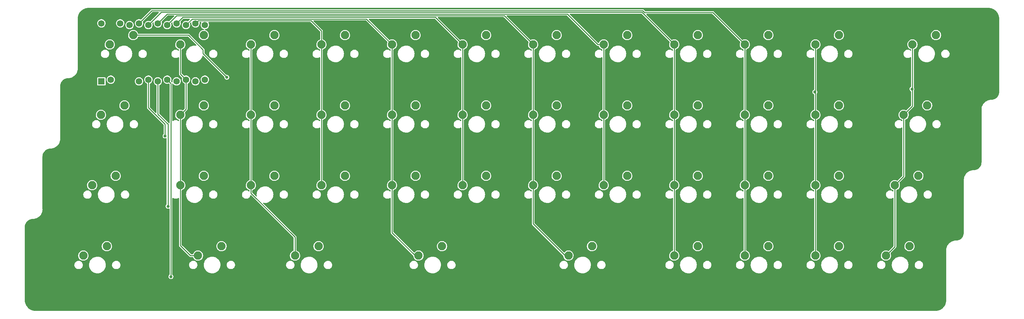
<source format=gbr>
G04 #@! TF.GenerationSoftware,KiCad,Pcbnew,6.0.10-86aedd382b~118~ubuntu20.04.1*
G04 #@! TF.CreationDate,2023-01-08T22:55:38-06:00*
G04 #@! TF.ProjectId,keyboard,6b657962-6f61-4726-942e-6b696361645f,rev?*
G04 #@! TF.SameCoordinates,Original*
G04 #@! TF.FileFunction,Copper,L1,Top*
G04 #@! TF.FilePolarity,Positive*
%FSLAX46Y46*%
G04 Gerber Fmt 4.6, Leading zero omitted, Abs format (unit mm)*
G04 Created by KiCad (PCBNEW 6.0.10-86aedd382b~118~ubuntu20.04.1) date 2023-01-08 22:55:38*
%MOMM*%
%LPD*%
G01*
G04 APERTURE LIST*
G04 #@! TA.AperFunction,ComponentPad*
%ADD10C,2.250000*%
G04 #@! TD*
G04 #@! TA.AperFunction,ComponentPad*
%ADD11R,1.752600X1.752600*%
G04 #@! TD*
G04 #@! TA.AperFunction,ComponentPad*
%ADD12C,1.752600*%
G04 #@! TD*
G04 #@! TA.AperFunction,ViaPad*
%ADD13C,0.800000*%
G04 #@! TD*
G04 #@! TA.AperFunction,Conductor*
%ADD14C,0.250000*%
G04 #@! TD*
G04 APERTURE END LIST*
D10*
X173827800Y-92867400D03*
X180177800Y-90327400D03*
X47621550Y-54767400D03*
X53971550Y-52227400D03*
X261934050Y-73817400D03*
X268284050Y-71277400D03*
X100009050Y-92867400D03*
X106359050Y-90327400D03*
X264315300Y-54767400D03*
X270665300Y-52227400D03*
X45240300Y-73817400D03*
X51590300Y-71277400D03*
X73815300Y-92867400D03*
X80165300Y-90327400D03*
X266696550Y-35717400D03*
X273046550Y-33177400D03*
X42859050Y-92867400D03*
X49209050Y-90327400D03*
X133346550Y-92867400D03*
X139696550Y-90327400D03*
X69052800Y-54767400D03*
X75402800Y-52227400D03*
X145252800Y-35717400D03*
X151602800Y-33177400D03*
X107152800Y-73817400D03*
X113502800Y-71277400D03*
X202402800Y-73817400D03*
X208752800Y-71277400D03*
X126202800Y-73817400D03*
X132552800Y-71277400D03*
X221452800Y-73817400D03*
X227802800Y-71277400D03*
X202402800Y-54767400D03*
X208752800Y-52227400D03*
X107152800Y-35717400D03*
X113502800Y-33177400D03*
X259552800Y-92867400D03*
X265902800Y-90327400D03*
X145252800Y-54767400D03*
X151602800Y-52227400D03*
X183352800Y-73817400D03*
X189702800Y-71277400D03*
X221452800Y-54767400D03*
X227802800Y-52227400D03*
X164302800Y-35717400D03*
X170652800Y-33177400D03*
X164302800Y-73817400D03*
X170652800Y-71277400D03*
X183352800Y-35717400D03*
X189702800Y-33177400D03*
X164302800Y-54767400D03*
X170652800Y-52227400D03*
X183352800Y-54767400D03*
X189702800Y-52227400D03*
X240502800Y-54767400D03*
X246852800Y-52227400D03*
X126202800Y-35717400D03*
X132552800Y-33177400D03*
X221452800Y-92867400D03*
X227802800Y-90327400D03*
X69052800Y-35717400D03*
X75402800Y-33177400D03*
X88102800Y-54767400D03*
X94452800Y-52227400D03*
X107152800Y-54767400D03*
X113502800Y-52227400D03*
X240502800Y-35717400D03*
X246852800Y-33177400D03*
X240502800Y-73817400D03*
X246852800Y-71277400D03*
X202402800Y-92867400D03*
X208752800Y-90327400D03*
X126202800Y-54767400D03*
X132552800Y-52227400D03*
X50002800Y-35717400D03*
X56352800Y-33177400D03*
X202402800Y-35717400D03*
X208752800Y-33177400D03*
X145252800Y-73817400D03*
X151602800Y-71277400D03*
X88102800Y-35717400D03*
X94452800Y-33177400D03*
X88102800Y-73817400D03*
X94452800Y-71277400D03*
X221452800Y-35717400D03*
X227802800Y-33177400D03*
X69052800Y-73817400D03*
X75402800Y-71277400D03*
X240502800Y-92867400D03*
X246852800Y-90327400D03*
D11*
X47734050Y-45704600D03*
D12*
X50274050Y-45247400D03*
X52814050Y-45704600D03*
X55354050Y-45247400D03*
X57894050Y-45704600D03*
X60434050Y-45247400D03*
X62974050Y-45704600D03*
X65514050Y-45247400D03*
X68054050Y-45704600D03*
X70594050Y-45247400D03*
X73134050Y-45704600D03*
X75674050Y-45247400D03*
X75674050Y-30464600D03*
X73134050Y-30007400D03*
X70594050Y-30464600D03*
X68054050Y-30007400D03*
X65514050Y-30464600D03*
X62974050Y-30007400D03*
X60434050Y-30464600D03*
X57894050Y-30007400D03*
X55354050Y-30464600D03*
X52814050Y-30007400D03*
X50274050Y-30464600D03*
X47734050Y-30007400D03*
D13*
X66512800Y-98582400D03*
X64925300Y-60482400D03*
X65719050Y-79532400D03*
X81594050Y-44607400D03*
X266537800Y-47782400D03*
X240344050Y-48576150D03*
D14*
X66512800Y-46246150D02*
X65514050Y-45247400D01*
X66512800Y-98582400D02*
X66512800Y-46246150D01*
X60434050Y-52816150D02*
X60434050Y-45247400D01*
X64925300Y-57307400D02*
X60434050Y-52816150D01*
X64925300Y-60482400D02*
X64925300Y-57307400D01*
X65719050Y-79532400D02*
X65719050Y-57307400D01*
X62974050Y-54562400D02*
X62974050Y-45704600D01*
X65719050Y-57307400D02*
X62974050Y-54562400D01*
X75181701Y-37144327D02*
X75181701Y-38195051D01*
X56352800Y-33177400D02*
X71214774Y-33177400D01*
X75181701Y-38195051D02*
X81594050Y-44607400D01*
X71214774Y-33177400D02*
X75181701Y-37144327D01*
X172913072Y-92867400D02*
X173827800Y-92867400D01*
X164302800Y-54767400D02*
X164302800Y-73817400D01*
X68072569Y-27906081D02*
X65514050Y-30464600D01*
X164302800Y-84257128D02*
X172913072Y-92867400D01*
X164302800Y-35717400D02*
X156491481Y-27906081D01*
X156491481Y-27906081D02*
X68072569Y-27906081D01*
X164302800Y-73817400D02*
X164302800Y-84257128D01*
X164302800Y-35717400D02*
X164302800Y-54767400D01*
X261934050Y-73817400D02*
X261934050Y-90486150D01*
X266696550Y-47623650D02*
X266537800Y-47782400D01*
X264315300Y-54767400D02*
X264315300Y-71436150D01*
X261934050Y-90486150D02*
X259552800Y-92867400D01*
X266696550Y-35717400D02*
X266696550Y-47623650D01*
X266696550Y-47623650D02*
X266696550Y-52386150D01*
X266696550Y-52386150D02*
X264315300Y-54767400D01*
X264315300Y-71436150D02*
X261934050Y-73817400D01*
X88102800Y-73817400D02*
X88102800Y-75979374D01*
X88102800Y-35717400D02*
X88102800Y-54767400D01*
X88102800Y-75979374D02*
X100009050Y-87885624D01*
X88102800Y-54767400D02*
X88102800Y-57813402D01*
X88102800Y-57813402D02*
X88102800Y-73817400D01*
X100009050Y-87885624D02*
X100009050Y-92867400D01*
X71781302Y-92867400D02*
X73815300Y-92867400D01*
X70594050Y-53226150D02*
X69052800Y-54767400D01*
X70594050Y-45247400D02*
X70594050Y-53226150D01*
X69052800Y-90138898D02*
X71781302Y-92867400D01*
X69052800Y-73817400D02*
X69052800Y-90138898D01*
X69052800Y-43706150D02*
X70594050Y-45247400D01*
X69052800Y-35717400D02*
X69052800Y-43706150D01*
X69052800Y-54767400D02*
X69052800Y-73817400D01*
X126202800Y-54767400D02*
X126202800Y-73817400D01*
X132431822Y-92867400D02*
X133346550Y-92867400D01*
X126202800Y-35717400D02*
X126202800Y-54767400D01*
X126202800Y-73817400D02*
X126202800Y-86638378D01*
X126202800Y-86638378D02*
X132431822Y-92867400D01*
X126202800Y-35717400D02*
X119291499Y-28806099D01*
X119291499Y-28806099D02*
X72252551Y-28806099D01*
X72252551Y-28806099D02*
X70594050Y-30464600D01*
X145252800Y-54767400D02*
X145252800Y-73817400D01*
X137891490Y-28356090D02*
X69705360Y-28356090D01*
X145252800Y-35717400D02*
X137891490Y-28356090D01*
X69705360Y-28356090D02*
X68054050Y-30007400D01*
X145252800Y-35717400D02*
X145252800Y-54767400D01*
X107152800Y-35717400D02*
X107152800Y-54767400D01*
X107152800Y-32066150D02*
X104349949Y-29263299D01*
X107152800Y-35717400D02*
X107152800Y-32066150D01*
X73878151Y-29263299D02*
X73134050Y-30007400D01*
X107152800Y-54767400D02*
X107152800Y-73817400D01*
X104349949Y-29263299D02*
X73878151Y-29263299D01*
X202402800Y-57813402D02*
X202402800Y-73817400D01*
X202402800Y-35717400D02*
X202402800Y-54767400D01*
X193691462Y-27006062D02*
X63892588Y-27006062D01*
X202402800Y-54767400D02*
X202402800Y-57813402D01*
X63892588Y-27006062D02*
X60434050Y-30464600D01*
X202402800Y-73817400D02*
X202402800Y-92867400D01*
X202402800Y-35717400D02*
X193691462Y-27006062D01*
X221452800Y-73817400D02*
X221452800Y-92867400D01*
X193877862Y-26556052D02*
X61345398Y-26556052D01*
X194386630Y-27064820D02*
X193877862Y-26556052D01*
X221452800Y-54767400D02*
X221452800Y-73817400D01*
X221452800Y-35717400D02*
X212800220Y-27064820D01*
X221452800Y-35717400D02*
X221452800Y-54767400D01*
X212800220Y-27064820D02*
X194386630Y-27064820D01*
X61345398Y-26556052D02*
X57894050Y-30007400D01*
X183352800Y-35717400D02*
X181761810Y-35717400D01*
X183352800Y-73817400D02*
X183352800Y-54767400D01*
X173500482Y-27456072D02*
X65525378Y-27456072D01*
X183352800Y-54767400D02*
X183352800Y-35717400D01*
X65525378Y-27456072D02*
X62974050Y-30007400D01*
X181761810Y-35717400D02*
X173500482Y-27456072D01*
X240502800Y-48417400D02*
X240344050Y-48576150D01*
X240502800Y-48417400D02*
X240502800Y-35717400D01*
X240502800Y-92867400D02*
X240502800Y-73817400D01*
X240502800Y-54767400D02*
X240502800Y-48417400D01*
X240502800Y-56801398D02*
X240502800Y-54767400D01*
X240502800Y-73817400D02*
X240502800Y-56801398D01*
G04 #@! TA.AperFunction,Conductor*
G36*
X287162796Y-25810321D02*
G01*
X287163128Y-25810387D01*
X287163129Y-25810387D01*
X287175300Y-25812808D01*
X287187472Y-25810387D01*
X287199880Y-25810387D01*
X287199880Y-25810624D01*
X287210500Y-25809877D01*
X287495679Y-25825892D01*
X287509712Y-25827473D01*
X287664401Y-25853756D01*
X287819086Y-25880038D01*
X287832861Y-25883182D01*
X287927294Y-25910388D01*
X288134412Y-25970057D01*
X288147726Y-25974716D01*
X288437666Y-26094813D01*
X288450390Y-26100942D01*
X288725027Y-26252728D01*
X288736992Y-26260245D01*
X288992927Y-26441841D01*
X289003973Y-26450651D01*
X289237957Y-26659751D01*
X289247949Y-26669743D01*
X289457049Y-26903727D01*
X289465859Y-26914773D01*
X289647455Y-27170708D01*
X289654972Y-27182673D01*
X289806758Y-27457310D01*
X289812887Y-27470034D01*
X289932984Y-27759974D01*
X289937643Y-27773288D01*
X289975655Y-27905230D01*
X290024518Y-28074839D01*
X290027662Y-28088614D01*
X290060938Y-28284460D01*
X290080226Y-28397984D01*
X290081808Y-28412021D01*
X290083063Y-28434364D01*
X290097823Y-28697197D01*
X290097076Y-28707820D01*
X290097313Y-28707820D01*
X290097313Y-28720228D01*
X290094892Y-28732400D01*
X290097313Y-28744571D01*
X290097313Y-28744572D01*
X290097379Y-28744904D01*
X290099800Y-28769485D01*
X290099800Y-48539065D01*
X290097378Y-48563647D01*
X290094892Y-48576145D01*
X290097312Y-48588315D01*
X290097312Y-48600727D01*
X290096808Y-48600727D01*
X290097498Y-48611257D01*
X290082106Y-48846018D01*
X290079955Y-48862358D01*
X290028798Y-49119520D01*
X290024532Y-49135440D01*
X289940247Y-49383727D01*
X289933942Y-49398949D01*
X289817965Y-49634120D01*
X289809741Y-49648364D01*
X289664063Y-49866386D01*
X289654030Y-49879461D01*
X289481148Y-50076594D01*
X289469494Y-50088248D01*
X289272361Y-50261130D01*
X289259289Y-50271161D01*
X289041264Y-50416841D01*
X289027020Y-50425065D01*
X288791849Y-50541042D01*
X288776627Y-50547347D01*
X288528340Y-50631632D01*
X288512420Y-50635898D01*
X288255258Y-50687055D01*
X288238918Y-50689206D01*
X288081214Y-50699546D01*
X288004155Y-50704598D01*
X287993619Y-50703907D01*
X287993619Y-50704412D01*
X287981211Y-50704412D01*
X287969045Y-50701992D01*
X287963714Y-50703052D01*
X287837043Y-50710169D01*
X287677454Y-50719134D01*
X287677446Y-50719135D01*
X287673920Y-50719333D01*
X287670429Y-50719926D01*
X287670422Y-50719927D01*
X287389323Y-50767692D01*
X287382508Y-50768850D01*
X287379121Y-50769826D01*
X287379116Y-50769827D01*
X287101872Y-50849704D01*
X287101865Y-50849706D01*
X287098472Y-50850684D01*
X287095205Y-50852037D01*
X287095200Y-50852039D01*
X286828659Y-50962447D01*
X286828653Y-50962450D01*
X286825384Y-50963804D01*
X286812404Y-50970978D01*
X286613352Y-51080992D01*
X286566678Y-51106788D01*
X286563800Y-51108830D01*
X286563797Y-51108832D01*
X286398478Y-51226134D01*
X286325608Y-51277839D01*
X286105204Y-51474804D01*
X285908239Y-51695208D01*
X285737188Y-51936278D01*
X285735482Y-51939365D01*
X285735480Y-51939368D01*
X285700878Y-52001975D01*
X285594204Y-52194984D01*
X285592850Y-52198253D01*
X285592847Y-52198259D01*
X285482439Y-52464800D01*
X285481084Y-52468072D01*
X285480106Y-52471465D01*
X285480104Y-52471472D01*
X285402700Y-52740133D01*
X285399250Y-52752108D01*
X285398658Y-52755592D01*
X285350329Y-53040014D01*
X285349733Y-53043520D01*
X285349535Y-53047046D01*
X285349534Y-53047054D01*
X285334195Y-53320096D01*
X285333452Y-53333314D01*
X285332392Y-53338645D01*
X285334812Y-53350812D01*
X285334812Y-53350815D01*
X285334879Y-53351150D01*
X285337300Y-53375729D01*
X285337300Y-67589065D01*
X285334878Y-67613647D01*
X285332392Y-67626145D01*
X285334812Y-67638315D01*
X285334812Y-67650727D01*
X285334308Y-67650727D01*
X285334998Y-67661257D01*
X285319606Y-67896018D01*
X285317455Y-67912358D01*
X285266298Y-68169520D01*
X285262032Y-68185440D01*
X285177747Y-68433727D01*
X285171442Y-68448949D01*
X285055465Y-68684120D01*
X285047241Y-68698364D01*
X284901563Y-68916386D01*
X284891530Y-68929461D01*
X284718648Y-69126594D01*
X284706994Y-69138248D01*
X284509861Y-69311130D01*
X284496789Y-69321161D01*
X284278764Y-69466841D01*
X284264520Y-69475065D01*
X284029349Y-69591042D01*
X284014127Y-69597347D01*
X283765840Y-69681632D01*
X283749920Y-69685898D01*
X283492758Y-69737055D01*
X283476418Y-69739206D01*
X283318714Y-69749546D01*
X283241655Y-69754598D01*
X283231119Y-69753907D01*
X283231119Y-69754412D01*
X283218711Y-69754412D01*
X283206545Y-69751992D01*
X283201214Y-69753052D01*
X283074543Y-69760169D01*
X282914954Y-69769134D01*
X282914946Y-69769135D01*
X282911420Y-69769333D01*
X282907929Y-69769926D01*
X282907922Y-69769927D01*
X282626823Y-69817692D01*
X282620008Y-69818850D01*
X282616621Y-69819826D01*
X282616616Y-69819827D01*
X282339372Y-69899704D01*
X282339365Y-69899706D01*
X282335972Y-69900684D01*
X282332705Y-69902037D01*
X282332700Y-69902039D01*
X282066159Y-70012447D01*
X282066153Y-70012450D01*
X282062884Y-70013804D01*
X282049904Y-70020978D01*
X281850852Y-70130992D01*
X281804178Y-70156788D01*
X281801300Y-70158830D01*
X281801297Y-70158832D01*
X281635978Y-70276134D01*
X281563108Y-70327839D01*
X281342704Y-70524804D01*
X281145739Y-70745208D01*
X280974688Y-70986278D01*
X280972982Y-70989365D01*
X280972980Y-70989368D01*
X280938378Y-71051975D01*
X280831704Y-71244984D01*
X280830350Y-71248253D01*
X280830347Y-71248259D01*
X280719939Y-71514800D01*
X280718584Y-71518072D01*
X280717606Y-71521465D01*
X280717604Y-71521472D01*
X280640200Y-71790133D01*
X280636750Y-71802108D01*
X280636158Y-71805592D01*
X280605907Y-71983624D01*
X280587233Y-72093520D01*
X280587035Y-72097046D01*
X280587034Y-72097054D01*
X280571695Y-72370096D01*
X280570952Y-72383314D01*
X280569892Y-72388645D01*
X280572312Y-72400812D01*
X280572312Y-72400815D01*
X280572379Y-72401150D01*
X280574800Y-72425729D01*
X280574800Y-86639065D01*
X280572378Y-86663647D01*
X280569892Y-86676145D01*
X280572312Y-86688315D01*
X280572312Y-86700727D01*
X280571808Y-86700727D01*
X280572498Y-86711255D01*
X280569204Y-86761497D01*
X280557106Y-86946018D01*
X280554955Y-86962358D01*
X280503798Y-87219520D01*
X280499532Y-87235440D01*
X280415247Y-87483727D01*
X280408942Y-87498949D01*
X280292965Y-87734120D01*
X280284741Y-87748364D01*
X280139063Y-87966386D01*
X280129030Y-87979461D01*
X279956148Y-88176594D01*
X279944494Y-88188248D01*
X279747361Y-88361130D01*
X279734289Y-88371161D01*
X279516264Y-88516841D01*
X279502020Y-88525065D01*
X279266849Y-88641042D01*
X279251627Y-88647347D01*
X279003340Y-88731632D01*
X278987420Y-88735898D01*
X278730258Y-88787055D01*
X278713918Y-88789206D01*
X278556214Y-88799546D01*
X278479155Y-88804598D01*
X278468619Y-88803907D01*
X278468619Y-88804412D01*
X278456211Y-88804412D01*
X278444045Y-88801992D01*
X278438714Y-88803052D01*
X278312043Y-88810169D01*
X278152454Y-88819134D01*
X278152446Y-88819135D01*
X278148920Y-88819333D01*
X278145429Y-88819926D01*
X278145422Y-88819927D01*
X277864323Y-88867692D01*
X277857508Y-88868850D01*
X277854121Y-88869826D01*
X277854116Y-88869827D01*
X277576872Y-88949704D01*
X277576865Y-88949706D01*
X277573472Y-88950684D01*
X277570205Y-88952037D01*
X277570200Y-88952039D01*
X277303659Y-89062447D01*
X277303653Y-89062450D01*
X277300384Y-89063804D01*
X277287404Y-89070978D01*
X277088352Y-89180992D01*
X277041678Y-89206788D01*
X277038800Y-89208830D01*
X277038797Y-89208832D01*
X276873478Y-89326134D01*
X276800608Y-89377839D01*
X276580204Y-89574804D01*
X276383239Y-89795208D01*
X276381190Y-89798096D01*
X276381189Y-89798097D01*
X276286767Y-89931171D01*
X276212188Y-90036278D01*
X276210482Y-90039365D01*
X276210480Y-90039368D01*
X276177626Y-90098812D01*
X276069204Y-90294984D01*
X276067850Y-90298253D01*
X276067847Y-90298259D01*
X275957439Y-90564800D01*
X275956084Y-90568072D01*
X275955106Y-90571465D01*
X275955104Y-90571472D01*
X275877700Y-90840133D01*
X275874250Y-90852108D01*
X275873658Y-90855592D01*
X275843407Y-91033624D01*
X275824733Y-91143520D01*
X275824535Y-91147046D01*
X275824534Y-91147054D01*
X275809195Y-91420096D01*
X275808452Y-91433314D01*
X275807392Y-91438645D01*
X275809812Y-91450812D01*
X275809812Y-91450815D01*
X275809879Y-91451150D01*
X275812300Y-91475729D01*
X275812300Y-104895315D01*
X275809879Y-104919896D01*
X275807392Y-104932400D01*
X275809813Y-104944572D01*
X275809813Y-104956980D01*
X275809576Y-104956980D01*
X275810323Y-104967603D01*
X275794308Y-105252775D01*
X275792726Y-105266816D01*
X275740162Y-105576186D01*
X275737018Y-105589961D01*
X275650143Y-105891512D01*
X275645484Y-105904826D01*
X275525389Y-106194761D01*
X275519258Y-106207490D01*
X275367472Y-106482127D01*
X275359955Y-106494092D01*
X275178359Y-106750027D01*
X275169549Y-106761073D01*
X274960449Y-106995057D01*
X274950457Y-107005049D01*
X274716473Y-107214149D01*
X274705427Y-107222959D01*
X274449492Y-107404555D01*
X274437527Y-107412072D01*
X274162890Y-107563858D01*
X274150166Y-107569987D01*
X273860226Y-107690084D01*
X273846912Y-107694743D01*
X273639794Y-107754412D01*
X273545361Y-107781618D01*
X273531586Y-107784762D01*
X273376901Y-107811044D01*
X273222212Y-107837327D01*
X273208179Y-107838908D01*
X272923000Y-107854923D01*
X272912380Y-107854176D01*
X272912380Y-107854413D01*
X272899972Y-107854413D01*
X272887800Y-107851992D01*
X272875629Y-107854413D01*
X272875628Y-107854413D01*
X272875296Y-107854479D01*
X272850715Y-107856900D01*
X30037385Y-107856900D01*
X30012804Y-107854479D01*
X30012472Y-107854413D01*
X30012471Y-107854413D01*
X30000300Y-107851992D01*
X29988128Y-107854413D01*
X29975720Y-107854413D01*
X29975720Y-107854176D01*
X29965100Y-107854923D01*
X29679921Y-107838908D01*
X29665888Y-107837327D01*
X29511199Y-107811044D01*
X29356514Y-107784762D01*
X29342739Y-107781618D01*
X29248306Y-107754412D01*
X29041188Y-107694743D01*
X29027874Y-107690084D01*
X28737934Y-107569987D01*
X28725210Y-107563858D01*
X28450573Y-107412072D01*
X28438608Y-107404555D01*
X28182673Y-107222959D01*
X28171627Y-107214149D01*
X27937643Y-107005049D01*
X27927651Y-106995057D01*
X27718551Y-106761073D01*
X27709741Y-106750027D01*
X27528145Y-106494092D01*
X27520628Y-106482127D01*
X27368842Y-106207490D01*
X27362711Y-106194761D01*
X27242616Y-105904826D01*
X27237957Y-105891512D01*
X27151082Y-105589961D01*
X27147938Y-105576186D01*
X27095374Y-105266816D01*
X27093792Y-105252775D01*
X27077777Y-104967603D01*
X27078524Y-104956980D01*
X27078287Y-104956980D01*
X27078287Y-104944572D01*
X27080708Y-104932400D01*
X27078221Y-104919896D01*
X27075800Y-104895315D01*
X27075800Y-95352169D01*
X40459780Y-95352169D01*
X40469709Y-95566706D01*
X40520028Y-95775494D01*
X40522510Y-95780952D01*
X40522511Y-95780956D01*
X40569021Y-95883249D01*
X40608919Y-95971000D01*
X40733176Y-96146170D01*
X40737499Y-96150309D01*
X40737503Y-96150313D01*
X40826457Y-96235468D01*
X40888315Y-96294684D01*
X41068739Y-96411182D01*
X41267937Y-96491461D01*
X41372308Y-96511843D01*
X41474275Y-96531756D01*
X41474278Y-96531756D01*
X41478721Y-96532624D01*
X41484364Y-96532900D01*
X41642714Y-96532900D01*
X41802845Y-96517622D01*
X41808601Y-96515933D01*
X41808603Y-96515933D01*
X41899670Y-96489217D01*
X42008926Y-96457165D01*
X42014254Y-96454421D01*
X42194526Y-96361575D01*
X42194529Y-96361573D01*
X42199857Y-96358829D01*
X42368748Y-96226163D01*
X42509505Y-96063954D01*
X42617051Y-95878055D01*
X42687503Y-95675174D01*
X42702386Y-95572531D01*
X42717459Y-95468571D01*
X42717459Y-95468568D01*
X42718320Y-95462631D01*
X42717944Y-95454508D01*
X44420120Y-95454508D01*
X44420483Y-95458656D01*
X44420483Y-95458660D01*
X44445741Y-95747364D01*
X44445742Y-95747372D01*
X44446106Y-95751530D01*
X44447020Y-95755619D01*
X44495164Y-95971000D01*
X44511147Y-96042505D01*
X44614100Y-96322323D01*
X44616047Y-96326016D01*
X44616048Y-96326018D01*
X44633347Y-96358829D01*
X44753156Y-96586066D01*
X44925872Y-96829101D01*
X44928716Y-96832151D01*
X44928721Y-96832157D01*
X45126364Y-97044103D01*
X45129214Y-97047159D01*
X45359609Y-97236408D01*
X45613010Y-97393523D01*
X45616822Y-97395236D01*
X45881147Y-97514029D01*
X45881153Y-97514031D01*
X45884964Y-97515744D01*
X45888970Y-97516938D01*
X45888972Y-97516939D01*
X46027829Y-97558333D01*
X46170694Y-97600923D01*
X46465179Y-97647565D01*
X46510451Y-97649621D01*
X46557019Y-97651736D01*
X46557038Y-97651736D01*
X46558438Y-97651800D01*
X46744675Y-97651800D01*
X46966551Y-97637063D01*
X47258824Y-97578130D01*
X47540736Y-97481060D01*
X47544469Y-97479191D01*
X47544473Y-97479189D01*
X47803590Y-97349433D01*
X47803592Y-97349432D01*
X47807334Y-97347558D01*
X48053933Y-97179970D01*
X48276201Y-96981239D01*
X48470234Y-96754857D01*
X48472508Y-96751355D01*
X48472512Y-96751350D01*
X48630342Y-96508313D01*
X48630345Y-96508308D01*
X48632621Y-96504803D01*
X48760511Y-96235468D01*
X48787852Y-96150313D01*
X48850376Y-95955572D01*
X48850376Y-95955571D01*
X48851656Y-95951585D01*
X48865947Y-95872159D01*
X48903715Y-95662250D01*
X48903716Y-95662245D01*
X48904454Y-95658141D01*
X48908607Y-95566706D01*
X48917791Y-95364462D01*
X48917791Y-95364456D01*
X48917980Y-95360292D01*
X48917617Y-95356140D01*
X48917270Y-95352169D01*
X50619780Y-95352169D01*
X50629709Y-95566706D01*
X50680028Y-95775494D01*
X50682510Y-95780952D01*
X50682511Y-95780956D01*
X50729021Y-95883249D01*
X50768919Y-95971000D01*
X50893176Y-96146170D01*
X50897499Y-96150309D01*
X50897503Y-96150313D01*
X50986457Y-96235468D01*
X51048315Y-96294684D01*
X51228739Y-96411182D01*
X51427937Y-96491461D01*
X51532308Y-96511843D01*
X51634275Y-96531756D01*
X51634278Y-96531756D01*
X51638721Y-96532624D01*
X51644364Y-96532900D01*
X51802714Y-96532900D01*
X51962845Y-96517622D01*
X51968601Y-96515933D01*
X51968603Y-96515933D01*
X52059670Y-96489217D01*
X52168926Y-96457165D01*
X52174254Y-96454421D01*
X52354526Y-96361575D01*
X52354529Y-96361573D01*
X52359857Y-96358829D01*
X52528748Y-96226163D01*
X52669505Y-96063954D01*
X52777051Y-95878055D01*
X52847503Y-95675174D01*
X52862386Y-95572531D01*
X52877459Y-95468571D01*
X52877459Y-95468568D01*
X52878320Y-95462631D01*
X52868391Y-95248094D01*
X52845365Y-95152550D01*
X52819478Y-95045140D01*
X52818072Y-95039306D01*
X52771441Y-94936745D01*
X52738008Y-94863215D01*
X52729181Y-94843800D01*
X52604924Y-94668630D01*
X52600601Y-94664491D01*
X52600597Y-94664487D01*
X52454115Y-94524261D01*
X52454114Y-94524261D01*
X52449785Y-94520116D01*
X52269361Y-94403618D01*
X52070163Y-94323339D01*
X51936200Y-94297178D01*
X51863825Y-94283044D01*
X51863822Y-94283044D01*
X51859379Y-94282176D01*
X51853736Y-94281900D01*
X51695386Y-94281900D01*
X51535255Y-94297178D01*
X51529499Y-94298867D01*
X51529497Y-94298867D01*
X51449999Y-94322189D01*
X51329174Y-94357635D01*
X51323847Y-94360379D01*
X51323846Y-94360379D01*
X51143574Y-94453225D01*
X51143571Y-94453227D01*
X51138243Y-94455971D01*
X50969352Y-94588637D01*
X50828595Y-94750846D01*
X50721049Y-94936745D01*
X50650597Y-95139626D01*
X50649737Y-95145559D01*
X50649736Y-95145562D01*
X50620641Y-95346229D01*
X50619780Y-95352169D01*
X48917270Y-95352169D01*
X48892359Y-95067436D01*
X48892358Y-95067428D01*
X48891994Y-95063270D01*
X48844156Y-94849255D01*
X48827867Y-94776383D01*
X48827866Y-94776380D01*
X48826953Y-94772295D01*
X48724000Y-94492477D01*
X48706706Y-94459675D01*
X48613578Y-94283044D01*
X48584944Y-94228734D01*
X48412228Y-93985699D01*
X48409384Y-93982649D01*
X48409379Y-93982643D01*
X48211736Y-93770697D01*
X48211734Y-93770695D01*
X48208886Y-93767641D01*
X47978491Y-93578392D01*
X47725090Y-93421277D01*
X47642713Y-93384255D01*
X47456953Y-93300771D01*
X47456947Y-93300769D01*
X47453136Y-93299056D01*
X47449130Y-93297862D01*
X47449128Y-93297861D01*
X47265088Y-93242997D01*
X47167406Y-93213877D01*
X46872921Y-93167235D01*
X46827649Y-93165179D01*
X46781081Y-93163064D01*
X46781062Y-93163064D01*
X46779662Y-93163000D01*
X46593425Y-93163000D01*
X46371549Y-93177737D01*
X46079276Y-93236670D01*
X45797364Y-93333740D01*
X45793631Y-93335609D01*
X45793627Y-93335611D01*
X45534510Y-93465367D01*
X45530766Y-93467242D01*
X45284167Y-93634830D01*
X45061899Y-93833561D01*
X45059182Y-93836731D01*
X45059181Y-93836732D01*
X44871910Y-94055225D01*
X44867866Y-94059943D01*
X44865592Y-94063445D01*
X44865588Y-94063450D01*
X44707758Y-94306487D01*
X44705479Y-94309997D01*
X44577589Y-94579332D01*
X44576310Y-94583315D01*
X44576309Y-94583318D01*
X44492677Y-94843800D01*
X44486444Y-94863215D01*
X44485703Y-94867334D01*
X44435643Y-95145562D01*
X44433646Y-95156659D01*
X44433457Y-95160826D01*
X44433456Y-95160833D01*
X44424209Y-95364462D01*
X44420120Y-95454508D01*
X42717944Y-95454508D01*
X42708391Y-95248094D01*
X42685365Y-95152550D01*
X42659478Y-95045140D01*
X42658072Y-95039306D01*
X42611441Y-94936745D01*
X42578008Y-94863215D01*
X42569181Y-94843800D01*
X42444924Y-94668630D01*
X42440601Y-94664491D01*
X42440597Y-94664487D01*
X42294115Y-94524261D01*
X42294114Y-94524261D01*
X42289785Y-94520116D01*
X42109361Y-94403618D01*
X41910163Y-94323339D01*
X41776200Y-94297178D01*
X41703825Y-94283044D01*
X41703822Y-94283044D01*
X41699379Y-94282176D01*
X41693736Y-94281900D01*
X41535386Y-94281900D01*
X41375255Y-94297178D01*
X41369499Y-94298867D01*
X41369497Y-94298867D01*
X41289999Y-94322189D01*
X41169174Y-94357635D01*
X41163847Y-94360379D01*
X41163846Y-94360379D01*
X40983574Y-94453225D01*
X40983571Y-94453227D01*
X40978243Y-94455971D01*
X40809352Y-94588637D01*
X40668595Y-94750846D01*
X40561049Y-94936745D01*
X40490597Y-95139626D01*
X40489737Y-95145559D01*
X40489736Y-95145562D01*
X40460641Y-95346229D01*
X40459780Y-95352169D01*
X27075800Y-95352169D01*
X27075800Y-92833678D01*
X41479248Y-92833678D01*
X41479545Y-92838830D01*
X41479545Y-92838834D01*
X41485080Y-92934823D01*
X41492268Y-93059489D01*
X41493405Y-93064535D01*
X41493406Y-93064541D01*
X41518854Y-93177460D01*
X41541994Y-93280140D01*
X41627091Y-93489707D01*
X41745272Y-93682562D01*
X41893365Y-93853525D01*
X41897340Y-93856825D01*
X41897344Y-93856829D01*
X41975364Y-93921602D01*
X42067392Y-93998005D01*
X42071844Y-94000607D01*
X42071849Y-94000610D01*
X42179387Y-94063450D01*
X42262679Y-94112122D01*
X42473983Y-94192811D01*
X42479049Y-94193842D01*
X42479050Y-94193842D01*
X42531057Y-94204423D01*
X42695627Y-94237905D01*
X42823341Y-94242588D01*
X42916497Y-94246004D01*
X42916501Y-94246004D01*
X42921661Y-94246193D01*
X42926781Y-94245537D01*
X42926783Y-94245537D01*
X43140885Y-94218110D01*
X43140886Y-94218110D01*
X43146013Y-94217453D01*
X43150963Y-94215968D01*
X43357703Y-94153943D01*
X43357708Y-94153941D01*
X43362658Y-94152456D01*
X43565779Y-94052948D01*
X43569984Y-94049948D01*
X43569990Y-94049945D01*
X43745716Y-93924601D01*
X43745718Y-93924599D01*
X43749920Y-93921602D01*
X43910136Y-93761944D01*
X44042124Y-93578263D01*
X44083717Y-93494108D01*
X44140047Y-93380133D01*
X44140048Y-93380131D01*
X44142341Y-93375491D01*
X44204887Y-93169626D01*
X44206591Y-93164017D01*
X44206591Y-93164016D01*
X44208093Y-93159073D01*
X44208768Y-93153947D01*
X44237179Y-92938145D01*
X44237180Y-92938139D01*
X44237616Y-92934823D01*
X44239264Y-92867400D01*
X44220731Y-92641975D01*
X44165629Y-92422604D01*
X44075437Y-92215179D01*
X43952579Y-92025269D01*
X43932382Y-92003072D01*
X43803832Y-91861797D01*
X43803830Y-91861795D01*
X43800354Y-91857975D01*
X43796303Y-91854776D01*
X43796299Y-91854772D01*
X43626904Y-91720992D01*
X43626900Y-91720990D01*
X43622849Y-91717790D01*
X43584962Y-91696875D01*
X43547088Y-91675968D01*
X43424832Y-91608479D01*
X43419963Y-91606755D01*
X43419959Y-91606753D01*
X43216489Y-91534701D01*
X43216487Y-91534700D01*
X43211620Y-91532977D01*
X43099180Y-91512948D01*
X42994028Y-91494217D01*
X42994024Y-91494217D01*
X42988940Y-91493311D01*
X42915401Y-91492413D01*
X42767941Y-91490611D01*
X42767939Y-91490611D01*
X42762771Y-91490548D01*
X42636011Y-91509945D01*
X42544297Y-91523979D01*
X42544294Y-91523980D01*
X42539188Y-91524761D01*
X42508777Y-91534701D01*
X42329105Y-91593427D01*
X42329100Y-91593429D01*
X42324196Y-91595032D01*
X42319622Y-91597413D01*
X42319615Y-91597416D01*
X42128154Y-91697084D01*
X42123567Y-91699472D01*
X41942690Y-91835279D01*
X41786422Y-91998803D01*
X41658961Y-92185655D01*
X41656788Y-92190337D01*
X41656786Y-92190340D01*
X41643052Y-92219929D01*
X41563729Y-92390815D01*
X41503283Y-92608774D01*
X41479248Y-92833678D01*
X27075800Y-92833678D01*
X27075800Y-90293678D01*
X47829248Y-90293678D01*
X47829545Y-90298830D01*
X47829545Y-90298834D01*
X47835080Y-90394823D01*
X47842268Y-90519489D01*
X47843405Y-90524535D01*
X47843406Y-90524541D01*
X47853983Y-90571472D01*
X47891994Y-90740140D01*
X47977091Y-90949707D01*
X48095272Y-91142562D01*
X48243365Y-91313525D01*
X48247340Y-91316825D01*
X48247344Y-91316829D01*
X48409135Y-91451150D01*
X48417392Y-91458005D01*
X48421844Y-91460607D01*
X48421849Y-91460610D01*
X48548641Y-91534701D01*
X48612679Y-91572122D01*
X48823983Y-91652811D01*
X48829049Y-91653842D01*
X48829050Y-91653842D01*
X48881057Y-91664423D01*
X49045627Y-91697905D01*
X49173098Y-91702579D01*
X49266497Y-91706004D01*
X49266501Y-91706004D01*
X49271661Y-91706193D01*
X49276781Y-91705537D01*
X49276783Y-91705537D01*
X49490885Y-91678110D01*
X49490886Y-91678110D01*
X49496013Y-91677453D01*
X49500963Y-91675968D01*
X49707703Y-91613943D01*
X49707708Y-91613941D01*
X49712658Y-91612456D01*
X49915779Y-91512948D01*
X49919984Y-91509948D01*
X49919990Y-91509945D01*
X50095716Y-91384601D01*
X50095718Y-91384599D01*
X50099920Y-91381602D01*
X50260136Y-91221944D01*
X50392124Y-91038263D01*
X50433717Y-90954108D01*
X50490047Y-90840133D01*
X50490048Y-90840131D01*
X50492341Y-90835491D01*
X50558093Y-90619073D01*
X50564360Y-90571472D01*
X50587179Y-90398145D01*
X50587180Y-90398139D01*
X50587616Y-90394823D01*
X50587698Y-90391470D01*
X50589182Y-90330764D01*
X50589182Y-90330760D01*
X50589264Y-90327400D01*
X50570731Y-90101975D01*
X50515629Y-89882604D01*
X50425437Y-89675179D01*
X50302579Y-89485269D01*
X50282382Y-89463072D01*
X50153832Y-89321797D01*
X50153830Y-89321795D01*
X50150354Y-89317975D01*
X50146303Y-89314776D01*
X50146299Y-89314772D01*
X49976904Y-89180992D01*
X49976900Y-89180990D01*
X49972849Y-89177790D01*
X49774832Y-89068479D01*
X49769963Y-89066755D01*
X49769959Y-89066753D01*
X49566489Y-88994701D01*
X49566487Y-88994700D01*
X49561620Y-88992977D01*
X49450280Y-88973144D01*
X49344028Y-88954217D01*
X49344024Y-88954217D01*
X49338940Y-88953311D01*
X49265401Y-88952413D01*
X49117941Y-88950611D01*
X49117939Y-88950611D01*
X49112771Y-88950548D01*
X48963095Y-88973452D01*
X48894297Y-88983979D01*
X48894294Y-88983980D01*
X48889188Y-88984761D01*
X48858777Y-88994701D01*
X48679105Y-89053427D01*
X48679100Y-89053429D01*
X48674196Y-89055032D01*
X48669622Y-89057413D01*
X48669615Y-89057416D01*
X48478154Y-89157084D01*
X48473567Y-89159472D01*
X48469428Y-89162579D01*
X48469429Y-89162579D01*
X48358390Y-89245950D01*
X48292690Y-89295279D01*
X48136422Y-89458803D01*
X48008961Y-89645655D01*
X48006788Y-89650337D01*
X48006786Y-89650340D01*
X47961349Y-89748227D01*
X47913729Y-89850815D01*
X47853283Y-90068774D01*
X47829248Y-90293678D01*
X27075800Y-90293678D01*
X27075800Y-85125735D01*
X27078221Y-85101154D01*
X27078287Y-85100823D01*
X27078287Y-85100821D01*
X27080708Y-85088650D01*
X27078286Y-85076477D01*
X27078286Y-85064069D01*
X27078791Y-85064069D01*
X27078101Y-85053538D01*
X27093489Y-84818775D01*
X27095640Y-84802434D01*
X27146794Y-84545267D01*
X27151060Y-84529348D01*
X27235339Y-84281069D01*
X27241646Y-84265842D01*
X27357613Y-84030683D01*
X27365854Y-84016409D01*
X27511525Y-83798397D01*
X27521558Y-83785322D01*
X27694443Y-83588184D01*
X27706084Y-83576543D01*
X27903222Y-83403658D01*
X27916297Y-83393625D01*
X28134309Y-83247954D01*
X28148583Y-83239713D01*
X28383742Y-83123746D01*
X28398969Y-83117439D01*
X28647248Y-83033160D01*
X28663167Y-83028894D01*
X28920334Y-82977740D01*
X28936675Y-82975589D01*
X29094243Y-82965261D01*
X29171435Y-82960201D01*
X29181974Y-82960892D01*
X29181974Y-82960387D01*
X29194383Y-82960388D01*
X29206550Y-82962808D01*
X29211881Y-82961748D01*
X29221647Y-82961200D01*
X29221648Y-82961200D01*
X29423994Y-82949836D01*
X29501677Y-82945473D01*
X29793092Y-82895960D01*
X30077132Y-82814129D01*
X30350223Y-82701011D01*
X30608932Y-82558028D01*
X30850005Y-82386977D01*
X31070411Y-82190011D01*
X31267377Y-81969605D01*
X31438428Y-81728532D01*
X31581411Y-81469823D01*
X31694529Y-81196732D01*
X31776360Y-80912692D01*
X31825873Y-80621277D01*
X31842148Y-80331481D01*
X31843208Y-80326150D01*
X31840788Y-80313984D01*
X31840788Y-80313981D01*
X31840721Y-80313646D01*
X31838300Y-80289065D01*
X31838300Y-76302169D01*
X42841030Y-76302169D01*
X42850959Y-76516706D01*
X42901278Y-76725494D01*
X42903760Y-76730952D01*
X42903761Y-76730956D01*
X42950271Y-76833249D01*
X42990169Y-76921000D01*
X43114426Y-77096170D01*
X43118749Y-77100309D01*
X43118753Y-77100313D01*
X43250250Y-77226194D01*
X43269565Y-77244684D01*
X43449989Y-77361182D01*
X43649187Y-77441461D01*
X43753558Y-77461843D01*
X43855525Y-77481756D01*
X43855528Y-77481756D01*
X43859971Y-77482624D01*
X43865614Y-77482900D01*
X44023964Y-77482900D01*
X44184095Y-77467622D01*
X44189851Y-77465933D01*
X44189853Y-77465933D01*
X44280920Y-77439217D01*
X44390176Y-77407165D01*
X44395504Y-77404421D01*
X44575776Y-77311575D01*
X44575779Y-77311573D01*
X44581107Y-77308829D01*
X44749998Y-77176163D01*
X44761196Y-77163259D01*
X44823652Y-77091284D01*
X44890755Y-77013954D01*
X44998301Y-76828055D01*
X45068753Y-76625174D01*
X45083636Y-76522531D01*
X45098709Y-76418571D01*
X45098709Y-76418568D01*
X45099570Y-76412631D01*
X45099194Y-76404508D01*
X46801370Y-76404508D01*
X46801733Y-76408656D01*
X46801733Y-76408660D01*
X46826991Y-76697364D01*
X46826992Y-76697372D01*
X46827356Y-76701530D01*
X46828270Y-76705619D01*
X46876414Y-76921000D01*
X46892397Y-76992505D01*
X46995350Y-77272323D01*
X46997297Y-77276016D01*
X46997298Y-77276018D01*
X47014597Y-77308829D01*
X47134406Y-77536066D01*
X47307122Y-77779101D01*
X47309966Y-77782151D01*
X47309971Y-77782157D01*
X47507614Y-77994103D01*
X47510464Y-77997159D01*
X47740859Y-78186408D01*
X47994260Y-78343523D01*
X47998072Y-78345236D01*
X48262397Y-78464029D01*
X48262403Y-78464031D01*
X48266214Y-78465744D01*
X48270220Y-78466938D01*
X48270222Y-78466939D01*
X48409079Y-78508334D01*
X48551944Y-78550923D01*
X48846429Y-78597565D01*
X48891701Y-78599621D01*
X48938269Y-78601736D01*
X48938288Y-78601736D01*
X48939688Y-78601800D01*
X49125925Y-78601800D01*
X49347801Y-78587063D01*
X49640074Y-78528130D01*
X49921986Y-78431060D01*
X49925719Y-78429191D01*
X49925723Y-78429189D01*
X50184840Y-78299433D01*
X50184842Y-78299432D01*
X50188584Y-78297558D01*
X50435183Y-78129970D01*
X50657451Y-77931239D01*
X50851484Y-77704857D01*
X50853758Y-77701355D01*
X50853762Y-77701350D01*
X51011592Y-77458313D01*
X51011595Y-77458308D01*
X51013871Y-77454803D01*
X51141761Y-77185468D01*
X51169102Y-77100313D01*
X51231626Y-76905572D01*
X51231626Y-76905571D01*
X51232906Y-76901585D01*
X51254944Y-76779102D01*
X51284965Y-76612250D01*
X51284966Y-76612245D01*
X51285704Y-76608141D01*
X51288216Y-76552845D01*
X51299041Y-76314462D01*
X51299041Y-76314456D01*
X51299230Y-76310292D01*
X51298867Y-76306140D01*
X51298520Y-76302169D01*
X53001030Y-76302169D01*
X53010959Y-76516706D01*
X53061278Y-76725494D01*
X53063760Y-76730952D01*
X53063761Y-76730956D01*
X53110271Y-76833249D01*
X53150169Y-76921000D01*
X53274426Y-77096170D01*
X53278749Y-77100309D01*
X53278753Y-77100313D01*
X53410250Y-77226194D01*
X53429565Y-77244684D01*
X53609989Y-77361182D01*
X53809187Y-77441461D01*
X53913558Y-77461843D01*
X54015525Y-77481756D01*
X54015528Y-77481756D01*
X54019971Y-77482624D01*
X54025614Y-77482900D01*
X54183964Y-77482900D01*
X54344095Y-77467622D01*
X54349851Y-77465933D01*
X54349853Y-77465933D01*
X54440920Y-77439217D01*
X54550176Y-77407165D01*
X54555504Y-77404421D01*
X54735776Y-77311575D01*
X54735779Y-77311573D01*
X54741107Y-77308829D01*
X54909998Y-77176163D01*
X54921196Y-77163259D01*
X54983652Y-77091284D01*
X55050755Y-77013954D01*
X55158301Y-76828055D01*
X55228753Y-76625174D01*
X55243636Y-76522531D01*
X55258709Y-76418571D01*
X55258709Y-76418568D01*
X55259570Y-76412631D01*
X55249641Y-76198094D01*
X55226615Y-76102550D01*
X55200728Y-75995140D01*
X55199322Y-75989306D01*
X55152691Y-75886745D01*
X55119258Y-75813215D01*
X55110431Y-75793800D01*
X54986174Y-75618630D01*
X54981851Y-75614491D01*
X54981847Y-75614487D01*
X54835365Y-75474261D01*
X54835364Y-75474261D01*
X54831035Y-75470116D01*
X54650611Y-75353618D01*
X54451413Y-75273339D01*
X54317450Y-75247178D01*
X54245075Y-75233044D01*
X54245072Y-75233044D01*
X54240629Y-75232176D01*
X54234986Y-75231900D01*
X54076636Y-75231900D01*
X53916505Y-75247178D01*
X53910749Y-75248867D01*
X53910747Y-75248867D01*
X53831249Y-75272189D01*
X53710424Y-75307635D01*
X53705097Y-75310379D01*
X53705096Y-75310379D01*
X53524824Y-75403225D01*
X53524821Y-75403227D01*
X53519493Y-75405971D01*
X53350602Y-75538637D01*
X53209845Y-75700846D01*
X53102299Y-75886745D01*
X53031847Y-76089626D01*
X53030987Y-76095559D01*
X53030986Y-76095562D01*
X53001891Y-76296229D01*
X53001030Y-76302169D01*
X51298520Y-76302169D01*
X51273609Y-76017436D01*
X51273608Y-76017428D01*
X51273244Y-76013270D01*
X51239150Y-75860742D01*
X51209117Y-75726383D01*
X51209116Y-75726380D01*
X51208203Y-75722295D01*
X51105250Y-75442477D01*
X51087956Y-75409675D01*
X50994828Y-75233044D01*
X50966194Y-75178734D01*
X50793478Y-74935699D01*
X50790634Y-74932649D01*
X50790629Y-74932643D01*
X50592986Y-74720697D01*
X50592984Y-74720695D01*
X50590136Y-74717641D01*
X50359741Y-74528392D01*
X50106340Y-74371277D01*
X50023963Y-74334255D01*
X49838203Y-74250771D01*
X49838197Y-74250769D01*
X49834386Y-74249056D01*
X49830380Y-74247862D01*
X49830378Y-74247861D01*
X49622340Y-74185843D01*
X49548656Y-74163877D01*
X49254171Y-74117235D01*
X49208899Y-74115179D01*
X49162331Y-74113064D01*
X49162312Y-74113064D01*
X49160912Y-74113000D01*
X48974675Y-74113000D01*
X48752799Y-74127737D01*
X48460526Y-74186670D01*
X48178614Y-74283740D01*
X48174881Y-74285609D01*
X48174877Y-74285611D01*
X47915760Y-74415367D01*
X47912016Y-74417242D01*
X47665417Y-74584830D01*
X47443149Y-74783561D01*
X47440432Y-74786731D01*
X47440431Y-74786732D01*
X47253160Y-75005225D01*
X47249116Y-75009943D01*
X47246842Y-75013445D01*
X47246838Y-75013450D01*
X47089008Y-75256487D01*
X47086729Y-75259997D01*
X46958839Y-75529332D01*
X46957560Y-75533315D01*
X46957559Y-75533318D01*
X46873927Y-75793800D01*
X46867694Y-75813215D01*
X46866953Y-75817334D01*
X46816893Y-76095562D01*
X46814896Y-76106659D01*
X46814707Y-76110826D01*
X46814706Y-76110833D01*
X46805459Y-76314462D01*
X46801370Y-76404508D01*
X45099194Y-76404508D01*
X45089641Y-76198094D01*
X45066615Y-76102550D01*
X45040728Y-75995140D01*
X45039322Y-75989306D01*
X44992691Y-75886745D01*
X44959258Y-75813215D01*
X44950431Y-75793800D01*
X44826174Y-75618630D01*
X44821851Y-75614491D01*
X44821847Y-75614487D01*
X44675365Y-75474261D01*
X44675364Y-75474261D01*
X44671035Y-75470116D01*
X44490611Y-75353618D01*
X44291413Y-75273339D01*
X44157450Y-75247178D01*
X44085075Y-75233044D01*
X44085072Y-75233044D01*
X44080629Y-75232176D01*
X44074986Y-75231900D01*
X43916636Y-75231900D01*
X43756505Y-75247178D01*
X43750749Y-75248867D01*
X43750747Y-75248867D01*
X43671249Y-75272189D01*
X43550424Y-75307635D01*
X43545097Y-75310379D01*
X43545096Y-75310379D01*
X43364824Y-75403225D01*
X43364821Y-75403227D01*
X43359493Y-75405971D01*
X43190602Y-75538637D01*
X43049845Y-75700846D01*
X42942299Y-75886745D01*
X42871847Y-76089626D01*
X42870987Y-76095559D01*
X42870986Y-76095562D01*
X42841891Y-76296229D01*
X42841030Y-76302169D01*
X31838300Y-76302169D01*
X31838300Y-73783678D01*
X43860498Y-73783678D01*
X43860795Y-73788830D01*
X43860795Y-73788834D01*
X43866330Y-73884823D01*
X43873518Y-74009489D01*
X43874655Y-74014535D01*
X43874656Y-74014541D01*
X43894805Y-74103947D01*
X43923244Y-74230140D01*
X44008341Y-74439707D01*
X44126522Y-74632562D01*
X44274615Y-74803525D01*
X44278590Y-74806825D01*
X44278594Y-74806829D01*
X44356614Y-74871602D01*
X44448642Y-74948005D01*
X44453094Y-74950607D01*
X44453099Y-74950610D01*
X44560637Y-75013450D01*
X44643929Y-75062122D01*
X44855233Y-75142811D01*
X44860299Y-75143842D01*
X44860300Y-75143842D01*
X44912307Y-75154423D01*
X45076877Y-75187905D01*
X45204591Y-75192588D01*
X45297747Y-75196004D01*
X45297751Y-75196004D01*
X45302911Y-75196193D01*
X45308031Y-75195537D01*
X45308033Y-75195537D01*
X45522135Y-75168110D01*
X45522136Y-75168110D01*
X45527263Y-75167453D01*
X45532213Y-75165968D01*
X45738953Y-75103943D01*
X45738958Y-75103941D01*
X45743908Y-75102456D01*
X45947029Y-75002948D01*
X45951234Y-74999948D01*
X45951240Y-74999945D01*
X46126966Y-74874601D01*
X46126968Y-74874599D01*
X46131170Y-74871602D01*
X46291386Y-74711944D01*
X46423374Y-74528263D01*
X46464967Y-74444108D01*
X46521297Y-74330133D01*
X46521298Y-74330131D01*
X46523591Y-74325491D01*
X46583757Y-74127460D01*
X46587841Y-74114017D01*
X46587841Y-74114016D01*
X46589343Y-74109073D01*
X46590018Y-74103947D01*
X46618429Y-73888145D01*
X46618430Y-73888139D01*
X46618866Y-73884823D01*
X46620514Y-73817400D01*
X46601981Y-73591975D01*
X46546879Y-73372604D01*
X46456687Y-73165179D01*
X46333829Y-72975269D01*
X46313632Y-72953072D01*
X46185082Y-72811797D01*
X46185080Y-72811795D01*
X46181604Y-72807975D01*
X46177553Y-72804776D01*
X46177549Y-72804772D01*
X46008154Y-72670992D01*
X46008150Y-72670990D01*
X46004099Y-72667790D01*
X45966212Y-72646875D01*
X45928338Y-72625968D01*
X45806082Y-72558479D01*
X45801213Y-72556755D01*
X45801209Y-72556753D01*
X45597739Y-72484701D01*
X45597737Y-72484700D01*
X45592870Y-72482977D01*
X45480430Y-72462948D01*
X45375278Y-72444217D01*
X45375274Y-72444217D01*
X45370190Y-72443311D01*
X45296651Y-72442413D01*
X45149191Y-72440611D01*
X45149189Y-72440611D01*
X45144021Y-72440548D01*
X45017261Y-72459945D01*
X44925547Y-72473979D01*
X44925544Y-72473980D01*
X44920438Y-72474761D01*
X44890027Y-72484701D01*
X44710355Y-72543427D01*
X44710350Y-72543429D01*
X44705446Y-72545032D01*
X44700872Y-72547413D01*
X44700865Y-72547416D01*
X44509404Y-72647084D01*
X44504817Y-72649472D01*
X44323940Y-72785279D01*
X44167672Y-72948803D01*
X44040211Y-73135655D01*
X44038038Y-73140337D01*
X44038036Y-73140340D01*
X44024302Y-73169929D01*
X43944979Y-73340815D01*
X43884533Y-73558774D01*
X43860498Y-73783678D01*
X31838300Y-73783678D01*
X31838300Y-71243678D01*
X50210498Y-71243678D01*
X50210795Y-71248830D01*
X50210795Y-71248834D01*
X50216330Y-71344823D01*
X50223518Y-71469489D01*
X50224655Y-71474535D01*
X50224656Y-71474541D01*
X50235233Y-71521472D01*
X50273244Y-71690140D01*
X50358341Y-71899707D01*
X50476522Y-72092562D01*
X50624615Y-72263525D01*
X50628590Y-72266825D01*
X50628594Y-72266829D01*
X50790385Y-72401150D01*
X50798642Y-72408005D01*
X50803094Y-72410607D01*
X50803099Y-72410610D01*
X50929891Y-72484701D01*
X50993929Y-72522122D01*
X51205233Y-72602811D01*
X51210299Y-72603842D01*
X51210300Y-72603842D01*
X51262307Y-72614423D01*
X51426877Y-72647905D01*
X51554348Y-72652579D01*
X51647747Y-72656004D01*
X51647751Y-72656004D01*
X51652911Y-72656193D01*
X51658031Y-72655537D01*
X51658033Y-72655537D01*
X51872135Y-72628110D01*
X51872136Y-72628110D01*
X51877263Y-72627453D01*
X51882213Y-72625968D01*
X52088953Y-72563943D01*
X52088958Y-72563941D01*
X52093908Y-72562456D01*
X52297029Y-72462948D01*
X52301234Y-72459948D01*
X52301240Y-72459945D01*
X52476966Y-72334601D01*
X52476968Y-72334599D01*
X52481170Y-72331602D01*
X52641386Y-72171944D01*
X52773374Y-71988263D01*
X52814967Y-71904108D01*
X52871297Y-71790133D01*
X52871298Y-71790131D01*
X52873591Y-71785491D01*
X52939343Y-71569073D01*
X52945610Y-71521472D01*
X52968429Y-71348145D01*
X52968430Y-71348139D01*
X52968866Y-71344823D01*
X52969392Y-71323287D01*
X52970432Y-71280764D01*
X52970432Y-71280760D01*
X52970514Y-71277400D01*
X52951981Y-71051975D01*
X52896879Y-70832604D01*
X52806687Y-70625179D01*
X52683829Y-70435269D01*
X52663632Y-70413072D01*
X52535082Y-70271797D01*
X52535080Y-70271795D01*
X52531604Y-70267975D01*
X52527553Y-70264776D01*
X52527549Y-70264772D01*
X52358154Y-70130992D01*
X52358150Y-70130990D01*
X52354099Y-70127790D01*
X52156082Y-70018479D01*
X52151213Y-70016755D01*
X52151209Y-70016753D01*
X51947739Y-69944701D01*
X51947737Y-69944700D01*
X51942870Y-69942977D01*
X51831530Y-69923144D01*
X51725278Y-69904217D01*
X51725274Y-69904217D01*
X51720190Y-69903311D01*
X51646651Y-69902413D01*
X51499191Y-69900611D01*
X51499189Y-69900611D01*
X51494021Y-69900548D01*
X51344345Y-69923452D01*
X51275547Y-69933979D01*
X51275544Y-69933980D01*
X51270438Y-69934761D01*
X51240027Y-69944701D01*
X51060355Y-70003427D01*
X51060350Y-70003429D01*
X51055446Y-70005032D01*
X51050872Y-70007413D01*
X51050865Y-70007416D01*
X50859404Y-70107084D01*
X50854817Y-70109472D01*
X50850678Y-70112579D01*
X50850679Y-70112579D01*
X50739640Y-70195950D01*
X50673940Y-70245279D01*
X50517672Y-70408803D01*
X50390211Y-70595655D01*
X50388038Y-70600337D01*
X50388036Y-70600340D01*
X50342599Y-70698227D01*
X50294979Y-70800815D01*
X50234533Y-71018774D01*
X50210498Y-71243678D01*
X31838300Y-71243678D01*
X31838300Y-66075735D01*
X31840721Y-66051154D01*
X31840787Y-66050823D01*
X31840787Y-66050821D01*
X31843208Y-66038650D01*
X31840786Y-66026477D01*
X31840786Y-66014069D01*
X31841291Y-66014069D01*
X31840601Y-66003538D01*
X31855989Y-65768775D01*
X31858140Y-65752434D01*
X31909294Y-65495267D01*
X31913560Y-65479348D01*
X31997839Y-65231069D01*
X32004146Y-65215842D01*
X32120113Y-64980683D01*
X32128354Y-64966409D01*
X32274025Y-64748397D01*
X32284058Y-64735322D01*
X32456943Y-64538184D01*
X32468584Y-64526543D01*
X32665722Y-64353658D01*
X32678797Y-64343625D01*
X32896809Y-64197954D01*
X32911083Y-64189713D01*
X33146242Y-64073746D01*
X33161469Y-64067439D01*
X33409748Y-63983160D01*
X33425667Y-63978894D01*
X33682834Y-63927740D01*
X33699175Y-63925589D01*
X33856743Y-63915261D01*
X33933935Y-63910201D01*
X33944474Y-63910892D01*
X33944474Y-63910387D01*
X33956883Y-63910388D01*
X33969050Y-63912808D01*
X33974381Y-63911748D01*
X33984147Y-63911200D01*
X33984148Y-63911200D01*
X34186494Y-63899836D01*
X34264177Y-63895473D01*
X34555592Y-63845960D01*
X34839632Y-63764129D01*
X35112723Y-63651011D01*
X35371432Y-63508028D01*
X35612505Y-63336977D01*
X35832911Y-63140011D01*
X36029877Y-62919605D01*
X36200928Y-62678532D01*
X36343911Y-62419823D01*
X36457029Y-62146732D01*
X36538860Y-61862692D01*
X36588373Y-61571277D01*
X36604648Y-61281481D01*
X36605708Y-61276150D01*
X36603288Y-61263984D01*
X36603288Y-61263981D01*
X36603221Y-61263646D01*
X36600800Y-61239065D01*
X36600800Y-57252169D01*
X45222280Y-57252169D01*
X45232209Y-57466706D01*
X45282528Y-57675494D01*
X45285010Y-57680952D01*
X45285011Y-57680956D01*
X45331521Y-57783249D01*
X45371419Y-57871000D01*
X45495676Y-58046170D01*
X45499999Y-58050309D01*
X45500003Y-58050313D01*
X45631500Y-58176194D01*
X45650815Y-58194684D01*
X45831239Y-58311182D01*
X46030437Y-58391461D01*
X46134808Y-58411843D01*
X46236775Y-58431756D01*
X46236778Y-58431756D01*
X46241221Y-58432624D01*
X46246864Y-58432900D01*
X46405214Y-58432900D01*
X46565345Y-58417622D01*
X46571101Y-58415933D01*
X46571103Y-58415933D01*
X46662170Y-58389217D01*
X46771426Y-58357165D01*
X46776754Y-58354421D01*
X46957026Y-58261575D01*
X46957029Y-58261573D01*
X46962357Y-58258829D01*
X47131248Y-58126163D01*
X47272005Y-57963954D01*
X47379551Y-57778055D01*
X47450003Y-57575174D01*
X47462593Y-57488345D01*
X47479959Y-57368571D01*
X47479959Y-57368568D01*
X47480820Y-57362631D01*
X47480444Y-57354508D01*
X49182620Y-57354508D01*
X49182983Y-57358656D01*
X49182983Y-57358660D01*
X49208241Y-57647364D01*
X49208242Y-57647372D01*
X49208606Y-57651530D01*
X49209520Y-57655619D01*
X49257664Y-57871000D01*
X49273647Y-57942505D01*
X49376600Y-58222323D01*
X49378547Y-58226016D01*
X49378548Y-58226018D01*
X49395847Y-58258829D01*
X49515656Y-58486066D01*
X49688372Y-58729101D01*
X49691216Y-58732151D01*
X49691221Y-58732157D01*
X49888864Y-58944103D01*
X49891714Y-58947159D01*
X50122109Y-59136408D01*
X50375510Y-59293523D01*
X50379322Y-59295236D01*
X50643647Y-59414029D01*
X50643653Y-59414031D01*
X50647464Y-59415744D01*
X50651470Y-59416938D01*
X50651472Y-59416939D01*
X50790329Y-59458334D01*
X50933194Y-59500923D01*
X51227679Y-59547565D01*
X51272951Y-59549621D01*
X51319519Y-59551736D01*
X51319538Y-59551736D01*
X51320938Y-59551800D01*
X51507175Y-59551800D01*
X51729051Y-59537063D01*
X52021324Y-59478130D01*
X52303236Y-59381060D01*
X52306969Y-59379191D01*
X52306973Y-59379189D01*
X52566090Y-59249433D01*
X52566092Y-59249432D01*
X52569834Y-59247558D01*
X52816433Y-59079970D01*
X53038701Y-58881239D01*
X53232734Y-58654857D01*
X53235008Y-58651355D01*
X53235012Y-58651350D01*
X53392842Y-58408313D01*
X53392845Y-58408308D01*
X53395121Y-58404803D01*
X53523011Y-58135468D01*
X53550352Y-58050313D01*
X53612876Y-57855572D01*
X53612876Y-57855571D01*
X53614156Y-57851585D01*
X53628447Y-57772159D01*
X53666215Y-57562250D01*
X53666216Y-57562245D01*
X53666954Y-57558141D01*
X53668908Y-57515128D01*
X53680291Y-57264462D01*
X53680291Y-57264456D01*
X53680480Y-57260292D01*
X53679971Y-57254470D01*
X53679770Y-57252169D01*
X55382280Y-57252169D01*
X55392209Y-57466706D01*
X55442528Y-57675494D01*
X55445010Y-57680952D01*
X55445011Y-57680956D01*
X55491521Y-57783249D01*
X55531419Y-57871000D01*
X55655676Y-58046170D01*
X55659999Y-58050309D01*
X55660003Y-58050313D01*
X55791500Y-58176194D01*
X55810815Y-58194684D01*
X55991239Y-58311182D01*
X56190437Y-58391461D01*
X56294808Y-58411843D01*
X56396775Y-58431756D01*
X56396778Y-58431756D01*
X56401221Y-58432624D01*
X56406864Y-58432900D01*
X56565214Y-58432900D01*
X56725345Y-58417622D01*
X56731101Y-58415933D01*
X56731103Y-58415933D01*
X56822170Y-58389217D01*
X56931426Y-58357165D01*
X56936754Y-58354421D01*
X57117026Y-58261575D01*
X57117029Y-58261573D01*
X57122357Y-58258829D01*
X57291248Y-58126163D01*
X57432005Y-57963954D01*
X57539551Y-57778055D01*
X57610003Y-57575174D01*
X57622593Y-57488345D01*
X57639959Y-57368571D01*
X57639959Y-57368568D01*
X57640820Y-57362631D01*
X57630891Y-57148094D01*
X57607865Y-57052550D01*
X57581978Y-56945140D01*
X57580572Y-56939306D01*
X57558347Y-56890423D01*
X57500508Y-56763215D01*
X57491681Y-56743800D01*
X57367424Y-56568630D01*
X57363101Y-56564491D01*
X57363097Y-56564487D01*
X57216615Y-56424261D01*
X57216614Y-56424261D01*
X57212285Y-56420116D01*
X57031861Y-56303618D01*
X56832663Y-56223339D01*
X56698700Y-56197178D01*
X56626325Y-56183044D01*
X56626322Y-56183044D01*
X56621879Y-56182176D01*
X56616236Y-56181900D01*
X56457886Y-56181900D01*
X56297755Y-56197178D01*
X56291999Y-56198867D01*
X56291997Y-56198867D01*
X56212499Y-56222189D01*
X56091674Y-56257635D01*
X56086347Y-56260379D01*
X56086346Y-56260379D01*
X55906074Y-56353225D01*
X55906071Y-56353227D01*
X55900743Y-56355971D01*
X55731852Y-56488637D01*
X55591095Y-56650846D01*
X55483549Y-56836745D01*
X55413097Y-57039626D01*
X55412237Y-57045559D01*
X55412236Y-57045562D01*
X55383141Y-57246229D01*
X55382280Y-57252169D01*
X53679770Y-57252169D01*
X53654859Y-56967436D01*
X53654858Y-56967428D01*
X53654494Y-56963270D01*
X53606656Y-56749255D01*
X53590367Y-56676383D01*
X53590366Y-56676380D01*
X53589453Y-56672295D01*
X53486500Y-56392477D01*
X53469206Y-56359675D01*
X53376078Y-56183044D01*
X53347444Y-56128734D01*
X53174728Y-55885699D01*
X53171884Y-55882649D01*
X53171879Y-55882643D01*
X52974236Y-55670697D01*
X52974234Y-55670695D01*
X52971386Y-55667641D01*
X52740991Y-55478392D01*
X52487590Y-55321277D01*
X52405213Y-55284255D01*
X52219453Y-55200771D01*
X52219447Y-55200769D01*
X52215636Y-55199056D01*
X52211630Y-55197862D01*
X52211628Y-55197861D01*
X52003590Y-55135843D01*
X51929906Y-55113877D01*
X51635421Y-55067235D01*
X51590149Y-55065179D01*
X51543581Y-55063064D01*
X51543562Y-55063064D01*
X51542162Y-55063000D01*
X51355925Y-55063000D01*
X51134049Y-55077737D01*
X50841776Y-55136670D01*
X50559864Y-55233740D01*
X50556131Y-55235609D01*
X50556127Y-55235611D01*
X50297010Y-55365367D01*
X50293266Y-55367242D01*
X50046667Y-55534830D01*
X49824399Y-55733561D01*
X49821682Y-55736731D01*
X49821681Y-55736732D01*
X49634410Y-55955225D01*
X49630366Y-55959943D01*
X49628092Y-55963445D01*
X49628088Y-55963450D01*
X49470258Y-56206487D01*
X49467979Y-56209997D01*
X49340089Y-56479332D01*
X49338810Y-56483315D01*
X49338809Y-56483318D01*
X49255177Y-56743800D01*
X49248944Y-56763215D01*
X49248203Y-56767334D01*
X49198143Y-57045562D01*
X49196146Y-57056659D01*
X49195957Y-57060826D01*
X49195956Y-57060833D01*
X49183945Y-57325333D01*
X49182620Y-57354508D01*
X47480444Y-57354508D01*
X47470891Y-57148094D01*
X47447865Y-57052550D01*
X47421978Y-56945140D01*
X47420572Y-56939306D01*
X47398347Y-56890423D01*
X47340508Y-56763215D01*
X47331681Y-56743800D01*
X47207424Y-56568630D01*
X47203101Y-56564491D01*
X47203097Y-56564487D01*
X47056615Y-56424261D01*
X47056614Y-56424261D01*
X47052285Y-56420116D01*
X46871861Y-56303618D01*
X46672663Y-56223339D01*
X46538700Y-56197178D01*
X46466325Y-56183044D01*
X46466322Y-56183044D01*
X46461879Y-56182176D01*
X46456236Y-56181900D01*
X46297886Y-56181900D01*
X46137755Y-56197178D01*
X46131999Y-56198867D01*
X46131997Y-56198867D01*
X46052499Y-56222189D01*
X45931674Y-56257635D01*
X45926347Y-56260379D01*
X45926346Y-56260379D01*
X45746074Y-56353225D01*
X45746071Y-56353227D01*
X45740743Y-56355971D01*
X45571852Y-56488637D01*
X45431095Y-56650846D01*
X45323549Y-56836745D01*
X45253097Y-57039626D01*
X45252237Y-57045559D01*
X45252236Y-57045562D01*
X45223141Y-57246229D01*
X45222280Y-57252169D01*
X36600800Y-57252169D01*
X36600800Y-54733678D01*
X46241748Y-54733678D01*
X46242045Y-54738830D01*
X46242045Y-54738834D01*
X46247580Y-54834823D01*
X46254768Y-54959489D01*
X46255905Y-54964535D01*
X46255906Y-54964541D01*
X46276055Y-55053947D01*
X46304494Y-55180140D01*
X46389591Y-55389707D01*
X46507772Y-55582562D01*
X46655865Y-55753525D01*
X46659840Y-55756825D01*
X46659844Y-55756829D01*
X46737864Y-55821602D01*
X46829892Y-55898005D01*
X46834344Y-55900607D01*
X46834349Y-55900610D01*
X46941887Y-55963450D01*
X47025179Y-56012122D01*
X47236483Y-56092811D01*
X47241549Y-56093842D01*
X47241550Y-56093842D01*
X47293557Y-56104423D01*
X47458127Y-56137905D01*
X47585841Y-56142588D01*
X47678997Y-56146004D01*
X47679001Y-56146004D01*
X47684161Y-56146193D01*
X47689281Y-56145537D01*
X47689283Y-56145537D01*
X47903385Y-56118110D01*
X47903386Y-56118110D01*
X47908513Y-56117453D01*
X47913463Y-56115968D01*
X48120203Y-56053943D01*
X48120208Y-56053941D01*
X48125158Y-56052456D01*
X48328279Y-55952948D01*
X48332484Y-55949948D01*
X48332490Y-55949945D01*
X48508216Y-55824601D01*
X48508218Y-55824599D01*
X48512420Y-55821602D01*
X48672636Y-55661944D01*
X48804624Y-55478263D01*
X48846217Y-55394108D01*
X48902547Y-55280133D01*
X48902548Y-55280131D01*
X48904841Y-55275491D01*
X48965007Y-55077460D01*
X48969091Y-55064017D01*
X48969091Y-55064016D01*
X48970593Y-55059073D01*
X48971268Y-55053947D01*
X48999679Y-54838145D01*
X48999680Y-54838139D01*
X49000116Y-54834823D01*
X49001764Y-54767400D01*
X48983231Y-54541975D01*
X48928129Y-54322604D01*
X48837937Y-54115179D01*
X48715079Y-53925269D01*
X48694882Y-53903072D01*
X48566332Y-53761797D01*
X48566330Y-53761795D01*
X48562854Y-53757975D01*
X48558803Y-53754776D01*
X48558799Y-53754772D01*
X48389404Y-53620992D01*
X48389400Y-53620990D01*
X48385349Y-53617790D01*
X48347462Y-53596875D01*
X48309588Y-53575968D01*
X48187332Y-53508479D01*
X48182463Y-53506755D01*
X48182459Y-53506753D01*
X47978989Y-53434701D01*
X47978987Y-53434700D01*
X47974120Y-53432977D01*
X47861680Y-53412948D01*
X47756528Y-53394217D01*
X47756524Y-53394217D01*
X47751440Y-53393311D01*
X47677901Y-53392413D01*
X47530441Y-53390611D01*
X47530439Y-53390611D01*
X47525271Y-53390548D01*
X47398511Y-53409945D01*
X47306797Y-53423979D01*
X47306794Y-53423980D01*
X47301688Y-53424761D01*
X47271277Y-53434701D01*
X47091605Y-53493427D01*
X47091600Y-53493429D01*
X47086696Y-53495032D01*
X47082122Y-53497413D01*
X47082115Y-53497416D01*
X46890654Y-53597084D01*
X46886067Y-53599472D01*
X46705190Y-53735279D01*
X46548922Y-53898803D01*
X46421461Y-54085655D01*
X46419288Y-54090337D01*
X46419286Y-54090340D01*
X46335826Y-54270141D01*
X46326229Y-54290815D01*
X46265783Y-54508774D01*
X46241748Y-54733678D01*
X36600800Y-54733678D01*
X36600800Y-52193678D01*
X52591748Y-52193678D01*
X52592045Y-52198830D01*
X52592045Y-52198834D01*
X52597580Y-52294823D01*
X52604768Y-52419489D01*
X52605905Y-52424535D01*
X52605906Y-52424541D01*
X52616483Y-52471472D01*
X52654494Y-52640140D01*
X52739591Y-52849707D01*
X52857772Y-53042562D01*
X52861156Y-53046468D01*
X52861157Y-53046470D01*
X52895131Y-53085690D01*
X53005865Y-53213525D01*
X53009840Y-53216825D01*
X53009844Y-53216829D01*
X53171635Y-53351150D01*
X53179892Y-53358005D01*
X53184344Y-53360607D01*
X53184349Y-53360610D01*
X53311141Y-53434701D01*
X53375179Y-53472122D01*
X53586483Y-53552811D01*
X53591549Y-53553842D01*
X53591550Y-53553842D01*
X53643557Y-53564423D01*
X53808127Y-53597905D01*
X53935598Y-53602579D01*
X54028997Y-53606004D01*
X54029001Y-53606004D01*
X54034161Y-53606193D01*
X54039281Y-53605537D01*
X54039283Y-53605537D01*
X54253385Y-53578110D01*
X54253386Y-53578110D01*
X54258513Y-53577453D01*
X54263463Y-53575968D01*
X54470203Y-53513943D01*
X54470208Y-53513941D01*
X54475158Y-53512456D01*
X54678279Y-53412948D01*
X54682484Y-53409948D01*
X54682490Y-53409945D01*
X54858216Y-53284601D01*
X54858218Y-53284599D01*
X54862420Y-53281602D01*
X55022636Y-53121944D01*
X55154624Y-52938263D01*
X55157077Y-52933301D01*
X55252547Y-52740133D01*
X55252548Y-52740131D01*
X55254841Y-52735491D01*
X55320593Y-52519073D01*
X55326860Y-52471472D01*
X55349679Y-52298145D01*
X55349680Y-52298139D01*
X55350116Y-52294823D01*
X55350642Y-52273287D01*
X55351682Y-52230764D01*
X55351682Y-52230760D01*
X55351764Y-52227400D01*
X55333231Y-52001975D01*
X55278129Y-51782604D01*
X55187937Y-51575179D01*
X55065079Y-51385269D01*
X55044882Y-51363072D01*
X54916332Y-51221797D01*
X54916330Y-51221795D01*
X54912854Y-51217975D01*
X54908803Y-51214776D01*
X54908799Y-51214772D01*
X54739404Y-51080992D01*
X54739400Y-51080990D01*
X54735349Y-51077790D01*
X54537332Y-50968479D01*
X54532463Y-50966755D01*
X54532459Y-50966753D01*
X54328989Y-50894701D01*
X54328987Y-50894700D01*
X54324120Y-50892977D01*
X54212780Y-50873144D01*
X54106528Y-50854217D01*
X54106524Y-50854217D01*
X54101440Y-50853311D01*
X54027901Y-50852413D01*
X53880441Y-50850611D01*
X53880439Y-50850611D01*
X53875271Y-50850548D01*
X53725595Y-50873452D01*
X53656797Y-50883979D01*
X53656794Y-50883980D01*
X53651688Y-50884761D01*
X53621277Y-50894701D01*
X53441605Y-50953427D01*
X53441600Y-50953429D01*
X53436696Y-50955032D01*
X53432122Y-50957413D01*
X53432115Y-50957416D01*
X53240654Y-51057084D01*
X53236067Y-51059472D01*
X53231928Y-51062579D01*
X53231929Y-51062579D01*
X53120890Y-51145950D01*
X53055190Y-51195279D01*
X52898922Y-51358803D01*
X52771461Y-51545655D01*
X52769288Y-51550337D01*
X52769286Y-51550340D01*
X52723849Y-51648227D01*
X52676229Y-51750815D01*
X52615783Y-51968774D01*
X52591748Y-52193678D01*
X36600800Y-52193678D01*
X36600800Y-47025735D01*
X36603221Y-47001154D01*
X36603287Y-47000823D01*
X36603287Y-47000821D01*
X36605708Y-46988650D01*
X36603286Y-46976477D01*
X36603286Y-46964069D01*
X36603791Y-46964069D01*
X36603101Y-46953538D01*
X36618489Y-46718775D01*
X36620640Y-46702434D01*
X36639907Y-46605574D01*
X46607250Y-46605574D01*
X46621784Y-46678640D01*
X46628678Y-46688957D01*
X46628678Y-46688958D01*
X46648601Y-46718775D01*
X46677149Y-46761501D01*
X46760010Y-46816866D01*
X46833076Y-46831400D01*
X48635024Y-46831400D01*
X48708090Y-46816866D01*
X48790951Y-46761501D01*
X48819499Y-46718775D01*
X48839422Y-46688958D01*
X48839422Y-46688957D01*
X48846316Y-46678640D01*
X48860850Y-46605574D01*
X48860850Y-45217777D01*
X49142811Y-45217777D01*
X49156355Y-45424425D01*
X49207331Y-45625145D01*
X49294032Y-45813213D01*
X49297365Y-45817929D01*
X49399933Y-45963059D01*
X49413554Y-45982333D01*
X49561894Y-46126839D01*
X49734084Y-46241893D01*
X49739387Y-46244171D01*
X49739390Y-46244173D01*
X49890247Y-46308986D01*
X49924358Y-46323641D01*
X50022745Y-46345904D01*
X50120707Y-46368071D01*
X50120710Y-46368071D01*
X50126343Y-46369346D01*
X50132114Y-46369573D01*
X50132116Y-46369573D01*
X50196382Y-46372098D01*
X50333275Y-46377476D01*
X50435749Y-46362618D01*
X50532509Y-46348589D01*
X50532514Y-46348588D01*
X50538223Y-46347760D01*
X50543687Y-46345905D01*
X50543692Y-46345904D01*
X50728852Y-46283051D01*
X50728857Y-46283049D01*
X50734324Y-46281193D01*
X50762939Y-46265168D01*
X50909964Y-46182830D01*
X50909968Y-46182827D01*
X50915011Y-46180003D01*
X51074231Y-46047581D01*
X51206653Y-45888361D01*
X51209477Y-45883318D01*
X51209480Y-45883314D01*
X51305019Y-45712717D01*
X51305020Y-45712715D01*
X51307843Y-45707674D01*
X51309699Y-45702207D01*
X51309701Y-45702202D01*
X51318943Y-45674977D01*
X56762811Y-45674977D01*
X56776355Y-45881625D01*
X56827331Y-46082345D01*
X56914032Y-46270413D01*
X56917365Y-46275129D01*
X57024764Y-46427095D01*
X57033554Y-46439533D01*
X57181894Y-46584039D01*
X57354084Y-46699093D01*
X57359387Y-46701371D01*
X57359390Y-46701373D01*
X57438977Y-46735566D01*
X57544358Y-46780841D01*
X57581578Y-46789263D01*
X57740707Y-46825271D01*
X57740710Y-46825271D01*
X57746343Y-46826546D01*
X57752114Y-46826773D01*
X57752116Y-46826773D01*
X57816382Y-46829298D01*
X57953275Y-46834676D01*
X58076109Y-46816866D01*
X58152509Y-46805789D01*
X58152514Y-46805788D01*
X58158223Y-46804960D01*
X58163687Y-46803105D01*
X58163692Y-46803104D01*
X58348852Y-46740251D01*
X58348857Y-46740249D01*
X58354324Y-46738393D01*
X58359372Y-46735566D01*
X58529964Y-46640030D01*
X58529968Y-46640027D01*
X58535011Y-46637203D01*
X58694231Y-46504781D01*
X58826653Y-46345561D01*
X58829477Y-46340518D01*
X58829480Y-46340514D01*
X58925019Y-46169917D01*
X58925020Y-46169915D01*
X58927843Y-46164874D01*
X58929699Y-46159407D01*
X58929701Y-46159402D01*
X58992554Y-45974242D01*
X58992555Y-45974237D01*
X58994410Y-45968773D01*
X58995238Y-45963064D01*
X58995239Y-45963059D01*
X59016965Y-45813213D01*
X59024126Y-45763825D01*
X59025677Y-45704600D01*
X59007941Y-45511573D01*
X59007257Y-45504131D01*
X59007256Y-45504128D01*
X59006728Y-45498377D01*
X59003856Y-45488191D01*
X58952083Y-45304620D01*
X58952082Y-45304618D01*
X58950515Y-45299061D01*
X58947835Y-45293625D01*
X58910431Y-45217777D01*
X59302811Y-45217777D01*
X59316355Y-45424425D01*
X59367331Y-45625145D01*
X59454032Y-45813213D01*
X59457365Y-45817929D01*
X59559933Y-45963059D01*
X59573554Y-45982333D01*
X59721894Y-46126839D01*
X59894084Y-46241893D01*
X59899383Y-46244170D01*
X59899393Y-46244175D01*
X59982287Y-46279788D01*
X60036980Y-46325056D01*
X60058550Y-46395556D01*
X60058550Y-52762654D01*
X60056071Y-52785951D01*
X60055973Y-52788036D01*
X60053781Y-52798216D01*
X60055005Y-52808555D01*
X60057677Y-52831134D01*
X60058021Y-52836971D01*
X60058122Y-52836963D01*
X60058550Y-52842142D01*
X60058550Y-52847343D01*
X60059404Y-52852471D01*
X60059404Y-52852477D01*
X60061678Y-52866137D01*
X60062515Y-52872013D01*
X60068474Y-52922360D01*
X60072396Y-52930527D01*
X60073883Y-52939463D01*
X60078827Y-52948625D01*
X60078828Y-52948629D01*
X60097956Y-52984079D01*
X60100652Y-52989370D01*
X60122587Y-53035050D01*
X60126144Y-53039281D01*
X60128076Y-53041213D01*
X60129795Y-53043087D01*
X60129869Y-53043224D01*
X60129759Y-53043324D01*
X60130182Y-53043804D01*
X60133244Y-53049479D01*
X60140891Y-53056548D01*
X60140892Y-53056549D01*
X60172417Y-53085690D01*
X60175983Y-53089120D01*
X64512895Y-57426033D01*
X64546921Y-57488345D01*
X64549800Y-57515128D01*
X64549800Y-59889406D01*
X64529798Y-59957527D01*
X64506631Y-59984353D01*
X64438334Y-60043933D01*
X64347801Y-60172748D01*
X64290609Y-60319439D01*
X64270058Y-60475538D01*
X64287335Y-60632033D01*
X64341443Y-60779890D01*
X64429258Y-60910572D01*
X64434874Y-60915682D01*
X64506314Y-60980687D01*
X64545710Y-61016535D01*
X64552385Y-61020159D01*
X64677399Y-61088037D01*
X64677401Y-61088038D01*
X64684076Y-61091662D01*
X64691425Y-61093590D01*
X64829019Y-61129687D01*
X64829021Y-61129687D01*
X64836369Y-61131615D01*
X64919680Y-61132924D01*
X64986198Y-61133969D01*
X64986201Y-61133969D01*
X64993795Y-61134088D01*
X65147268Y-61098938D01*
X65154113Y-61095496D01*
X65160938Y-61092063D01*
X65230782Y-61079326D01*
X65296426Y-61106371D01*
X65337027Y-61164613D01*
X65343550Y-61204629D01*
X65343550Y-78939406D01*
X65323548Y-79007527D01*
X65300381Y-79034353D01*
X65232084Y-79093933D01*
X65141551Y-79222748D01*
X65084359Y-79369439D01*
X65063808Y-79525538D01*
X65081085Y-79682033D01*
X65135193Y-79829890D01*
X65223008Y-79960572D01*
X65228624Y-79965682D01*
X65300064Y-80030687D01*
X65339460Y-80066535D01*
X65346135Y-80070159D01*
X65471149Y-80138037D01*
X65471151Y-80138038D01*
X65477826Y-80141662D01*
X65485175Y-80143590D01*
X65622769Y-80179687D01*
X65622771Y-80179687D01*
X65630119Y-80181615D01*
X65713430Y-80182924D01*
X65779948Y-80183969D01*
X65779951Y-80183969D01*
X65787545Y-80184088D01*
X65941018Y-80148938D01*
X65947863Y-80145496D01*
X65954688Y-80142063D01*
X66024532Y-80129326D01*
X66090176Y-80156371D01*
X66130777Y-80214613D01*
X66137300Y-80254629D01*
X66137300Y-97989406D01*
X66117298Y-98057527D01*
X66094131Y-98084353D01*
X66025834Y-98143933D01*
X65935301Y-98272748D01*
X65878109Y-98419439D01*
X65857558Y-98575538D01*
X65874835Y-98732033D01*
X65928943Y-98879890D01*
X65933180Y-98886196D01*
X65933182Y-98886199D01*
X65973509Y-98946211D01*
X66016758Y-99010572D01*
X66133210Y-99116535D01*
X66139885Y-99120159D01*
X66264899Y-99188037D01*
X66264901Y-99188038D01*
X66271576Y-99191662D01*
X66278925Y-99193590D01*
X66416519Y-99229687D01*
X66416521Y-99229687D01*
X66423869Y-99231615D01*
X66507180Y-99232924D01*
X66573698Y-99233969D01*
X66573701Y-99233969D01*
X66581295Y-99234088D01*
X66734768Y-99198938D01*
X66875425Y-99128195D01*
X66901669Y-99105781D01*
X66989374Y-99030874D01*
X66989376Y-99030871D01*
X66995148Y-99025942D01*
X67087024Y-98898083D01*
X67145750Y-98751998D01*
X67167934Y-98596123D01*
X67168078Y-98582400D01*
X67149163Y-98426094D01*
X67093510Y-98278812D01*
X67004331Y-98149057D01*
X66930481Y-98083259D01*
X66892925Y-98023009D01*
X66888300Y-97989183D01*
X66888300Y-95352169D01*
X71416030Y-95352169D01*
X71425959Y-95566706D01*
X71476278Y-95775494D01*
X71478760Y-95780952D01*
X71478761Y-95780956D01*
X71525271Y-95883249D01*
X71565169Y-95971000D01*
X71689426Y-96146170D01*
X71693749Y-96150309D01*
X71693753Y-96150313D01*
X71782707Y-96235468D01*
X71844565Y-96294684D01*
X72024989Y-96411182D01*
X72224187Y-96491461D01*
X72328558Y-96511843D01*
X72430525Y-96531756D01*
X72430528Y-96531756D01*
X72434971Y-96532624D01*
X72440614Y-96532900D01*
X72598964Y-96532900D01*
X72759095Y-96517622D01*
X72764851Y-96515933D01*
X72764853Y-96515933D01*
X72855920Y-96489217D01*
X72965176Y-96457165D01*
X72970504Y-96454421D01*
X73150776Y-96361575D01*
X73150779Y-96361573D01*
X73156107Y-96358829D01*
X73324998Y-96226163D01*
X73465755Y-96063954D01*
X73573301Y-95878055D01*
X73643753Y-95675174D01*
X73658636Y-95572531D01*
X73673709Y-95468571D01*
X73673709Y-95468568D01*
X73674570Y-95462631D01*
X73674194Y-95454508D01*
X75376370Y-95454508D01*
X75376733Y-95458656D01*
X75376733Y-95458660D01*
X75401991Y-95747364D01*
X75401992Y-95747372D01*
X75402356Y-95751530D01*
X75403270Y-95755619D01*
X75451414Y-95971000D01*
X75467397Y-96042505D01*
X75570350Y-96322323D01*
X75572297Y-96326016D01*
X75572298Y-96326018D01*
X75589597Y-96358829D01*
X75709406Y-96586066D01*
X75882122Y-96829101D01*
X75884966Y-96832151D01*
X75884971Y-96832157D01*
X76082614Y-97044103D01*
X76085464Y-97047159D01*
X76315859Y-97236408D01*
X76569260Y-97393523D01*
X76573072Y-97395236D01*
X76837397Y-97514029D01*
X76837403Y-97514031D01*
X76841214Y-97515744D01*
X76845220Y-97516938D01*
X76845222Y-97516939D01*
X76984079Y-97558333D01*
X77126944Y-97600923D01*
X77421429Y-97647565D01*
X77466701Y-97649621D01*
X77513269Y-97651736D01*
X77513288Y-97651736D01*
X77514688Y-97651800D01*
X77700925Y-97651800D01*
X77922801Y-97637063D01*
X78215074Y-97578130D01*
X78496986Y-97481060D01*
X78500719Y-97479191D01*
X78500723Y-97479189D01*
X78759840Y-97349433D01*
X78759842Y-97349432D01*
X78763584Y-97347558D01*
X79010183Y-97179970D01*
X79232451Y-96981239D01*
X79426484Y-96754857D01*
X79428758Y-96751355D01*
X79428762Y-96751350D01*
X79586592Y-96508313D01*
X79586595Y-96508308D01*
X79588871Y-96504803D01*
X79716761Y-96235468D01*
X79744102Y-96150313D01*
X79806626Y-95955572D01*
X79806626Y-95955571D01*
X79807906Y-95951585D01*
X79822197Y-95872159D01*
X79859965Y-95662250D01*
X79859966Y-95662245D01*
X79860704Y-95658141D01*
X79864857Y-95566706D01*
X79874041Y-95364462D01*
X79874041Y-95364456D01*
X79874230Y-95360292D01*
X79873867Y-95356140D01*
X79873520Y-95352169D01*
X81576030Y-95352169D01*
X81585959Y-95566706D01*
X81636278Y-95775494D01*
X81638760Y-95780952D01*
X81638761Y-95780956D01*
X81685271Y-95883249D01*
X81725169Y-95971000D01*
X81849426Y-96146170D01*
X81853749Y-96150309D01*
X81853753Y-96150313D01*
X81942707Y-96235468D01*
X82004565Y-96294684D01*
X82184989Y-96411182D01*
X82384187Y-96491461D01*
X82488558Y-96511843D01*
X82590525Y-96531756D01*
X82590528Y-96531756D01*
X82594971Y-96532624D01*
X82600614Y-96532900D01*
X82758964Y-96532900D01*
X82919095Y-96517622D01*
X82924851Y-96515933D01*
X82924853Y-96515933D01*
X83015920Y-96489217D01*
X83125176Y-96457165D01*
X83130504Y-96454421D01*
X83310776Y-96361575D01*
X83310779Y-96361573D01*
X83316107Y-96358829D01*
X83484998Y-96226163D01*
X83625755Y-96063954D01*
X83733301Y-95878055D01*
X83803753Y-95675174D01*
X83818636Y-95572531D01*
X83833709Y-95468571D01*
X83833709Y-95468568D01*
X83834570Y-95462631D01*
X83829458Y-95352169D01*
X97609780Y-95352169D01*
X97619709Y-95566706D01*
X97670028Y-95775494D01*
X97672510Y-95780952D01*
X97672511Y-95780956D01*
X97719021Y-95883249D01*
X97758919Y-95971000D01*
X97883176Y-96146170D01*
X97887499Y-96150309D01*
X97887503Y-96150313D01*
X97976457Y-96235468D01*
X98038315Y-96294684D01*
X98218739Y-96411182D01*
X98417937Y-96491461D01*
X98522308Y-96511843D01*
X98624275Y-96531756D01*
X98624278Y-96531756D01*
X98628721Y-96532624D01*
X98634364Y-96532900D01*
X98792714Y-96532900D01*
X98952845Y-96517622D01*
X98958601Y-96515933D01*
X98958603Y-96515933D01*
X99049670Y-96489217D01*
X99158926Y-96457165D01*
X99164254Y-96454421D01*
X99344526Y-96361575D01*
X99344529Y-96361573D01*
X99349857Y-96358829D01*
X99518748Y-96226163D01*
X99659505Y-96063954D01*
X99767051Y-95878055D01*
X99837503Y-95675174D01*
X99852386Y-95572531D01*
X99867459Y-95468571D01*
X99867459Y-95468568D01*
X99868320Y-95462631D01*
X99867944Y-95454508D01*
X101570120Y-95454508D01*
X101570483Y-95458656D01*
X101570483Y-95458660D01*
X101595741Y-95747364D01*
X101595742Y-95747372D01*
X101596106Y-95751530D01*
X101597020Y-95755619D01*
X101645164Y-95971000D01*
X101661147Y-96042505D01*
X101764100Y-96322323D01*
X101766047Y-96326016D01*
X101766048Y-96326018D01*
X101783347Y-96358829D01*
X101903156Y-96586066D01*
X102075872Y-96829101D01*
X102078716Y-96832151D01*
X102078721Y-96832157D01*
X102276364Y-97044103D01*
X102279214Y-97047159D01*
X102509609Y-97236408D01*
X102763010Y-97393523D01*
X102766822Y-97395236D01*
X103031147Y-97514029D01*
X103031153Y-97514031D01*
X103034964Y-97515744D01*
X103038970Y-97516938D01*
X103038972Y-97516939D01*
X103177829Y-97558333D01*
X103320694Y-97600923D01*
X103615179Y-97647565D01*
X103660451Y-97649621D01*
X103707019Y-97651736D01*
X103707038Y-97651736D01*
X103708438Y-97651800D01*
X103894675Y-97651800D01*
X104116551Y-97637063D01*
X104408824Y-97578130D01*
X104690736Y-97481060D01*
X104694469Y-97479191D01*
X104694473Y-97479189D01*
X104953590Y-97349433D01*
X104953592Y-97349432D01*
X104957334Y-97347558D01*
X105203933Y-97179970D01*
X105426201Y-96981239D01*
X105620234Y-96754857D01*
X105622508Y-96751355D01*
X105622512Y-96751350D01*
X105780342Y-96508313D01*
X105780345Y-96508308D01*
X105782621Y-96504803D01*
X105910511Y-96235468D01*
X105937852Y-96150313D01*
X106000376Y-95955572D01*
X106000376Y-95955571D01*
X106001656Y-95951585D01*
X106015947Y-95872159D01*
X106053715Y-95662250D01*
X106053716Y-95662245D01*
X106054454Y-95658141D01*
X106058607Y-95566706D01*
X106067791Y-95364462D01*
X106067791Y-95364456D01*
X106067980Y-95360292D01*
X106067617Y-95356140D01*
X106067270Y-95352169D01*
X107769780Y-95352169D01*
X107779709Y-95566706D01*
X107830028Y-95775494D01*
X107832510Y-95780952D01*
X107832511Y-95780956D01*
X107879021Y-95883249D01*
X107918919Y-95971000D01*
X108043176Y-96146170D01*
X108047499Y-96150309D01*
X108047503Y-96150313D01*
X108136457Y-96235468D01*
X108198315Y-96294684D01*
X108378739Y-96411182D01*
X108577937Y-96491461D01*
X108682308Y-96511843D01*
X108784275Y-96531756D01*
X108784278Y-96531756D01*
X108788721Y-96532624D01*
X108794364Y-96532900D01*
X108952714Y-96532900D01*
X109112845Y-96517622D01*
X109118601Y-96515933D01*
X109118603Y-96515933D01*
X109209670Y-96489217D01*
X109318926Y-96457165D01*
X109324254Y-96454421D01*
X109504526Y-96361575D01*
X109504529Y-96361573D01*
X109509857Y-96358829D01*
X109678748Y-96226163D01*
X109819505Y-96063954D01*
X109927051Y-95878055D01*
X109997503Y-95675174D01*
X110012386Y-95572531D01*
X110027459Y-95468571D01*
X110027459Y-95468568D01*
X110028320Y-95462631D01*
X110023208Y-95352169D01*
X130947280Y-95352169D01*
X130957209Y-95566706D01*
X131007528Y-95775494D01*
X131010010Y-95780952D01*
X131010011Y-95780956D01*
X131056521Y-95883249D01*
X131096419Y-95971000D01*
X131220676Y-96146170D01*
X131224999Y-96150309D01*
X131225003Y-96150313D01*
X131313957Y-96235468D01*
X131375815Y-96294684D01*
X131556239Y-96411182D01*
X131755437Y-96491461D01*
X131859808Y-96511843D01*
X131961775Y-96531756D01*
X131961778Y-96531756D01*
X131966221Y-96532624D01*
X131971864Y-96532900D01*
X132130214Y-96532900D01*
X132290345Y-96517622D01*
X132296101Y-96515933D01*
X132296103Y-96515933D01*
X132387170Y-96489217D01*
X132496426Y-96457165D01*
X132501754Y-96454421D01*
X132682026Y-96361575D01*
X132682029Y-96361573D01*
X132687357Y-96358829D01*
X132856248Y-96226163D01*
X132997005Y-96063954D01*
X133104551Y-95878055D01*
X133175003Y-95675174D01*
X133189886Y-95572531D01*
X133204959Y-95468571D01*
X133204959Y-95468568D01*
X133205820Y-95462631D01*
X133205444Y-95454508D01*
X134907620Y-95454508D01*
X134907983Y-95458656D01*
X134907983Y-95458660D01*
X134933241Y-95747364D01*
X134933242Y-95747372D01*
X134933606Y-95751530D01*
X134934520Y-95755619D01*
X134982664Y-95971000D01*
X134998647Y-96042505D01*
X135101600Y-96322323D01*
X135103547Y-96326016D01*
X135103548Y-96326018D01*
X135120847Y-96358829D01*
X135240656Y-96586066D01*
X135413372Y-96829101D01*
X135416216Y-96832151D01*
X135416221Y-96832157D01*
X135613864Y-97044103D01*
X135616714Y-97047159D01*
X135847109Y-97236408D01*
X136100510Y-97393523D01*
X136104322Y-97395236D01*
X136368647Y-97514029D01*
X136368653Y-97514031D01*
X136372464Y-97515744D01*
X136376470Y-97516938D01*
X136376472Y-97516939D01*
X136515329Y-97558333D01*
X136658194Y-97600923D01*
X136952679Y-97647565D01*
X136997951Y-97649621D01*
X137044519Y-97651736D01*
X137044538Y-97651736D01*
X137045938Y-97651800D01*
X137232175Y-97651800D01*
X137454051Y-97637063D01*
X137746324Y-97578130D01*
X138028236Y-97481060D01*
X138031969Y-97479191D01*
X138031973Y-97479189D01*
X138291090Y-97349433D01*
X138291092Y-97349432D01*
X138294834Y-97347558D01*
X138541433Y-97179970D01*
X138763701Y-96981239D01*
X138957734Y-96754857D01*
X138960008Y-96751355D01*
X138960012Y-96751350D01*
X139117842Y-96508313D01*
X139117845Y-96508308D01*
X139120121Y-96504803D01*
X139248011Y-96235468D01*
X139275352Y-96150313D01*
X139337876Y-95955572D01*
X139337876Y-95955571D01*
X139339156Y-95951585D01*
X139353447Y-95872159D01*
X139391215Y-95662250D01*
X139391216Y-95662245D01*
X139391954Y-95658141D01*
X139396107Y-95566706D01*
X139405291Y-95364462D01*
X139405291Y-95364456D01*
X139405480Y-95360292D01*
X139405117Y-95356140D01*
X139404770Y-95352169D01*
X141107280Y-95352169D01*
X141117209Y-95566706D01*
X141167528Y-95775494D01*
X141170010Y-95780952D01*
X141170011Y-95780956D01*
X141216521Y-95883249D01*
X141256419Y-95971000D01*
X141380676Y-96146170D01*
X141384999Y-96150309D01*
X141385003Y-96150313D01*
X141473957Y-96235468D01*
X141535815Y-96294684D01*
X141716239Y-96411182D01*
X141915437Y-96491461D01*
X142019808Y-96511843D01*
X142121775Y-96531756D01*
X142121778Y-96531756D01*
X142126221Y-96532624D01*
X142131864Y-96532900D01*
X142290214Y-96532900D01*
X142450345Y-96517622D01*
X142456101Y-96515933D01*
X142456103Y-96515933D01*
X142547170Y-96489217D01*
X142656426Y-96457165D01*
X142661754Y-96454421D01*
X142842026Y-96361575D01*
X142842029Y-96361573D01*
X142847357Y-96358829D01*
X143016248Y-96226163D01*
X143157005Y-96063954D01*
X143264551Y-95878055D01*
X143335003Y-95675174D01*
X143349886Y-95572531D01*
X143364959Y-95468571D01*
X143364959Y-95468568D01*
X143365820Y-95462631D01*
X143360708Y-95352169D01*
X171428530Y-95352169D01*
X171438459Y-95566706D01*
X171488778Y-95775494D01*
X171491260Y-95780952D01*
X171491261Y-95780956D01*
X171537771Y-95883249D01*
X171577669Y-95971000D01*
X171701926Y-96146170D01*
X171706249Y-96150309D01*
X171706253Y-96150313D01*
X171795207Y-96235468D01*
X171857065Y-96294684D01*
X172037489Y-96411182D01*
X172236687Y-96491461D01*
X172341058Y-96511843D01*
X172443025Y-96531756D01*
X172443028Y-96531756D01*
X172447471Y-96532624D01*
X172453114Y-96532900D01*
X172611464Y-96532900D01*
X172771595Y-96517622D01*
X172777351Y-96515933D01*
X172777353Y-96515933D01*
X172868420Y-96489217D01*
X172977676Y-96457165D01*
X172983004Y-96454421D01*
X173163276Y-96361575D01*
X173163279Y-96361573D01*
X173168607Y-96358829D01*
X173337498Y-96226163D01*
X173478255Y-96063954D01*
X173585801Y-95878055D01*
X173656253Y-95675174D01*
X173671136Y-95572531D01*
X173686209Y-95468571D01*
X173686209Y-95468568D01*
X173687070Y-95462631D01*
X173686694Y-95454508D01*
X175388870Y-95454508D01*
X175389233Y-95458656D01*
X175389233Y-95458660D01*
X175414491Y-95747364D01*
X175414492Y-95747372D01*
X175414856Y-95751530D01*
X175415770Y-95755619D01*
X175463914Y-95971000D01*
X175479897Y-96042505D01*
X175582850Y-96322323D01*
X175584797Y-96326016D01*
X175584798Y-96326018D01*
X175602097Y-96358829D01*
X175721906Y-96586066D01*
X175894622Y-96829101D01*
X175897466Y-96832151D01*
X175897471Y-96832157D01*
X176095114Y-97044103D01*
X176097964Y-97047159D01*
X176328359Y-97236408D01*
X176581760Y-97393523D01*
X176585572Y-97395236D01*
X176849897Y-97514029D01*
X176849903Y-97514031D01*
X176853714Y-97515744D01*
X176857720Y-97516938D01*
X176857722Y-97516939D01*
X176996579Y-97558333D01*
X177139444Y-97600923D01*
X177433929Y-97647565D01*
X177479201Y-97649621D01*
X177525769Y-97651736D01*
X177525788Y-97651736D01*
X177527188Y-97651800D01*
X177713425Y-97651800D01*
X177935301Y-97637063D01*
X178227574Y-97578130D01*
X178509486Y-97481060D01*
X178513219Y-97479191D01*
X178513223Y-97479189D01*
X178772340Y-97349433D01*
X178772342Y-97349432D01*
X178776084Y-97347558D01*
X179022683Y-97179970D01*
X179244951Y-96981239D01*
X179438984Y-96754857D01*
X179441258Y-96751355D01*
X179441262Y-96751350D01*
X179599092Y-96508313D01*
X179599095Y-96508308D01*
X179601371Y-96504803D01*
X179729261Y-96235468D01*
X179756602Y-96150313D01*
X179819126Y-95955572D01*
X179819126Y-95955571D01*
X179820406Y-95951585D01*
X179834697Y-95872159D01*
X179872465Y-95662250D01*
X179872466Y-95662245D01*
X179873204Y-95658141D01*
X179877357Y-95566706D01*
X179886541Y-95364462D01*
X179886541Y-95364456D01*
X179886730Y-95360292D01*
X179886367Y-95356140D01*
X179886020Y-95352169D01*
X181588530Y-95352169D01*
X181598459Y-95566706D01*
X181648778Y-95775494D01*
X181651260Y-95780952D01*
X181651261Y-95780956D01*
X181697771Y-95883249D01*
X181737669Y-95971000D01*
X181861926Y-96146170D01*
X181866249Y-96150309D01*
X181866253Y-96150313D01*
X181955207Y-96235468D01*
X182017065Y-96294684D01*
X182197489Y-96411182D01*
X182396687Y-96491461D01*
X182501058Y-96511843D01*
X182603025Y-96531756D01*
X182603028Y-96531756D01*
X182607471Y-96532624D01*
X182613114Y-96532900D01*
X182771464Y-96532900D01*
X182931595Y-96517622D01*
X182937351Y-96515933D01*
X182937353Y-96515933D01*
X183028420Y-96489217D01*
X183137676Y-96457165D01*
X183143004Y-96454421D01*
X183323276Y-96361575D01*
X183323279Y-96361573D01*
X183328607Y-96358829D01*
X183497498Y-96226163D01*
X183638255Y-96063954D01*
X183745801Y-95878055D01*
X183816253Y-95675174D01*
X183831136Y-95572531D01*
X183846209Y-95468571D01*
X183846209Y-95468568D01*
X183847070Y-95462631D01*
X183841958Y-95352169D01*
X200003530Y-95352169D01*
X200013459Y-95566706D01*
X200063778Y-95775494D01*
X200066260Y-95780952D01*
X200066261Y-95780956D01*
X200112771Y-95883249D01*
X200152669Y-95971000D01*
X200276926Y-96146170D01*
X200281249Y-96150309D01*
X200281253Y-96150313D01*
X200370207Y-96235468D01*
X200432065Y-96294684D01*
X200612489Y-96411182D01*
X200811687Y-96491461D01*
X200916058Y-96511843D01*
X201018025Y-96531756D01*
X201018028Y-96531756D01*
X201022471Y-96532624D01*
X201028114Y-96532900D01*
X201186464Y-96532900D01*
X201346595Y-96517622D01*
X201352351Y-96515933D01*
X201352353Y-96515933D01*
X201443420Y-96489217D01*
X201552676Y-96457165D01*
X201558004Y-96454421D01*
X201738276Y-96361575D01*
X201738279Y-96361573D01*
X201743607Y-96358829D01*
X201912498Y-96226163D01*
X202053255Y-96063954D01*
X202160801Y-95878055D01*
X202231253Y-95675174D01*
X202246136Y-95572531D01*
X202261209Y-95468571D01*
X202261209Y-95468568D01*
X202262070Y-95462631D01*
X202261694Y-95454508D01*
X203963870Y-95454508D01*
X203964233Y-95458656D01*
X203964233Y-95458660D01*
X203989491Y-95747364D01*
X203989492Y-95747372D01*
X203989856Y-95751530D01*
X203990770Y-95755619D01*
X204038914Y-95971000D01*
X204054897Y-96042505D01*
X204157850Y-96322323D01*
X204159797Y-96326016D01*
X204159798Y-96326018D01*
X204177097Y-96358829D01*
X204296906Y-96586066D01*
X204469622Y-96829101D01*
X204472466Y-96832151D01*
X204472471Y-96832157D01*
X204670114Y-97044103D01*
X204672964Y-97047159D01*
X204903359Y-97236408D01*
X205156760Y-97393523D01*
X205160572Y-97395236D01*
X205424897Y-97514029D01*
X205424903Y-97514031D01*
X205428714Y-97515744D01*
X205432720Y-97516938D01*
X205432722Y-97516939D01*
X205571579Y-97558333D01*
X205714444Y-97600923D01*
X206008929Y-97647565D01*
X206054201Y-97649621D01*
X206100769Y-97651736D01*
X206100788Y-97651736D01*
X206102188Y-97651800D01*
X206288425Y-97651800D01*
X206510301Y-97637063D01*
X206802574Y-97578130D01*
X207084486Y-97481060D01*
X207088219Y-97479191D01*
X207088223Y-97479189D01*
X207347340Y-97349433D01*
X207347342Y-97349432D01*
X207351084Y-97347558D01*
X207597683Y-97179970D01*
X207819951Y-96981239D01*
X208013984Y-96754857D01*
X208016258Y-96751355D01*
X208016262Y-96751350D01*
X208174092Y-96508313D01*
X208174095Y-96508308D01*
X208176371Y-96504803D01*
X208304261Y-96235468D01*
X208331602Y-96150313D01*
X208394126Y-95955572D01*
X208394126Y-95955571D01*
X208395406Y-95951585D01*
X208409697Y-95872159D01*
X208447465Y-95662250D01*
X208447466Y-95662245D01*
X208448204Y-95658141D01*
X208452357Y-95566706D01*
X208461541Y-95364462D01*
X208461541Y-95364456D01*
X208461730Y-95360292D01*
X208461367Y-95356140D01*
X208461020Y-95352169D01*
X210163530Y-95352169D01*
X210173459Y-95566706D01*
X210223778Y-95775494D01*
X210226260Y-95780952D01*
X210226261Y-95780956D01*
X210272771Y-95883249D01*
X210312669Y-95971000D01*
X210436926Y-96146170D01*
X210441249Y-96150309D01*
X210441253Y-96150313D01*
X210530207Y-96235468D01*
X210592065Y-96294684D01*
X210772489Y-96411182D01*
X210971687Y-96491461D01*
X211076058Y-96511843D01*
X211178025Y-96531756D01*
X211178028Y-96531756D01*
X211182471Y-96532624D01*
X211188114Y-96532900D01*
X211346464Y-96532900D01*
X211506595Y-96517622D01*
X211512351Y-96515933D01*
X211512353Y-96515933D01*
X211603420Y-96489217D01*
X211712676Y-96457165D01*
X211718004Y-96454421D01*
X211898276Y-96361575D01*
X211898279Y-96361573D01*
X211903607Y-96358829D01*
X212072498Y-96226163D01*
X212213255Y-96063954D01*
X212320801Y-95878055D01*
X212391253Y-95675174D01*
X212406136Y-95572531D01*
X212421209Y-95468571D01*
X212421209Y-95468568D01*
X212422070Y-95462631D01*
X212416958Y-95352169D01*
X219053530Y-95352169D01*
X219063459Y-95566706D01*
X219113778Y-95775494D01*
X219116260Y-95780952D01*
X219116261Y-95780956D01*
X219162771Y-95883249D01*
X219202669Y-95971000D01*
X219326926Y-96146170D01*
X219331249Y-96150309D01*
X219331253Y-96150313D01*
X219420207Y-96235468D01*
X219482065Y-96294684D01*
X219662489Y-96411182D01*
X219861687Y-96491461D01*
X219966058Y-96511843D01*
X220068025Y-96531756D01*
X220068028Y-96531756D01*
X220072471Y-96532624D01*
X220078114Y-96532900D01*
X220236464Y-96532900D01*
X220396595Y-96517622D01*
X220402351Y-96515933D01*
X220402353Y-96515933D01*
X220493420Y-96489217D01*
X220602676Y-96457165D01*
X220608004Y-96454421D01*
X220788276Y-96361575D01*
X220788279Y-96361573D01*
X220793607Y-96358829D01*
X220962498Y-96226163D01*
X221103255Y-96063954D01*
X221210801Y-95878055D01*
X221281253Y-95675174D01*
X221296136Y-95572531D01*
X221311209Y-95468571D01*
X221311209Y-95468568D01*
X221312070Y-95462631D01*
X221311694Y-95454508D01*
X223013870Y-95454508D01*
X223014233Y-95458656D01*
X223014233Y-95458660D01*
X223039491Y-95747364D01*
X223039492Y-95747372D01*
X223039856Y-95751530D01*
X223040770Y-95755619D01*
X223088914Y-95971000D01*
X223104897Y-96042505D01*
X223207850Y-96322323D01*
X223209797Y-96326016D01*
X223209798Y-96326018D01*
X223227097Y-96358829D01*
X223346906Y-96586066D01*
X223519622Y-96829101D01*
X223522466Y-96832151D01*
X223522471Y-96832157D01*
X223720114Y-97044103D01*
X223722964Y-97047159D01*
X223953359Y-97236408D01*
X224206760Y-97393523D01*
X224210572Y-97395236D01*
X224474897Y-97514029D01*
X224474903Y-97514031D01*
X224478714Y-97515744D01*
X224482720Y-97516938D01*
X224482722Y-97516939D01*
X224621579Y-97558333D01*
X224764444Y-97600923D01*
X225058929Y-97647565D01*
X225104201Y-97649621D01*
X225150769Y-97651736D01*
X225150788Y-97651736D01*
X225152188Y-97651800D01*
X225338425Y-97651800D01*
X225560301Y-97637063D01*
X225852574Y-97578130D01*
X226134486Y-97481060D01*
X226138219Y-97479191D01*
X226138223Y-97479189D01*
X226397340Y-97349433D01*
X226397342Y-97349432D01*
X226401084Y-97347558D01*
X226647683Y-97179970D01*
X226869951Y-96981239D01*
X227063984Y-96754857D01*
X227066258Y-96751355D01*
X227066262Y-96751350D01*
X227224092Y-96508313D01*
X227224095Y-96508308D01*
X227226371Y-96504803D01*
X227354261Y-96235468D01*
X227381602Y-96150313D01*
X227444126Y-95955572D01*
X227444126Y-95955571D01*
X227445406Y-95951585D01*
X227459697Y-95872159D01*
X227497465Y-95662250D01*
X227497466Y-95662245D01*
X227498204Y-95658141D01*
X227502357Y-95566706D01*
X227511541Y-95364462D01*
X227511541Y-95364456D01*
X227511730Y-95360292D01*
X227511367Y-95356140D01*
X227511020Y-95352169D01*
X229213530Y-95352169D01*
X229223459Y-95566706D01*
X229273778Y-95775494D01*
X229276260Y-95780952D01*
X229276261Y-95780956D01*
X229322771Y-95883249D01*
X229362669Y-95971000D01*
X229486926Y-96146170D01*
X229491249Y-96150309D01*
X229491253Y-96150313D01*
X229580207Y-96235468D01*
X229642065Y-96294684D01*
X229822489Y-96411182D01*
X230021687Y-96491461D01*
X230126058Y-96511843D01*
X230228025Y-96531756D01*
X230228028Y-96531756D01*
X230232471Y-96532624D01*
X230238114Y-96532900D01*
X230396464Y-96532900D01*
X230556595Y-96517622D01*
X230562351Y-96515933D01*
X230562353Y-96515933D01*
X230653420Y-96489217D01*
X230762676Y-96457165D01*
X230768004Y-96454421D01*
X230948276Y-96361575D01*
X230948279Y-96361573D01*
X230953607Y-96358829D01*
X231122498Y-96226163D01*
X231263255Y-96063954D01*
X231370801Y-95878055D01*
X231441253Y-95675174D01*
X231456136Y-95572531D01*
X231471209Y-95468571D01*
X231471209Y-95468568D01*
X231472070Y-95462631D01*
X231466958Y-95352169D01*
X238103530Y-95352169D01*
X238113459Y-95566706D01*
X238163778Y-95775494D01*
X238166260Y-95780952D01*
X238166261Y-95780956D01*
X238212771Y-95883249D01*
X238252669Y-95971000D01*
X238376926Y-96146170D01*
X238381249Y-96150309D01*
X238381253Y-96150313D01*
X238470207Y-96235468D01*
X238532065Y-96294684D01*
X238712489Y-96411182D01*
X238911687Y-96491461D01*
X239016058Y-96511843D01*
X239118025Y-96531756D01*
X239118028Y-96531756D01*
X239122471Y-96532624D01*
X239128114Y-96532900D01*
X239286464Y-96532900D01*
X239446595Y-96517622D01*
X239452351Y-96515933D01*
X239452353Y-96515933D01*
X239543420Y-96489217D01*
X239652676Y-96457165D01*
X239658004Y-96454421D01*
X239838276Y-96361575D01*
X239838279Y-96361573D01*
X239843607Y-96358829D01*
X240012498Y-96226163D01*
X240153255Y-96063954D01*
X240260801Y-95878055D01*
X240331253Y-95675174D01*
X240346136Y-95572531D01*
X240361209Y-95468571D01*
X240361209Y-95468568D01*
X240362070Y-95462631D01*
X240361694Y-95454508D01*
X242063870Y-95454508D01*
X242064233Y-95458656D01*
X242064233Y-95458660D01*
X242089491Y-95747364D01*
X242089492Y-95747372D01*
X242089856Y-95751530D01*
X242090770Y-95755619D01*
X242138914Y-95971000D01*
X242154897Y-96042505D01*
X242257850Y-96322323D01*
X242259797Y-96326016D01*
X242259798Y-96326018D01*
X242277097Y-96358829D01*
X242396906Y-96586066D01*
X242569622Y-96829101D01*
X242572466Y-96832151D01*
X242572471Y-96832157D01*
X242770114Y-97044103D01*
X242772964Y-97047159D01*
X243003359Y-97236408D01*
X243256760Y-97393523D01*
X243260572Y-97395236D01*
X243524897Y-97514029D01*
X243524903Y-97514031D01*
X243528714Y-97515744D01*
X243532720Y-97516938D01*
X243532722Y-97516939D01*
X243671579Y-97558333D01*
X243814444Y-97600923D01*
X244108929Y-97647565D01*
X244154201Y-97649621D01*
X244200769Y-97651736D01*
X244200788Y-97651736D01*
X244202188Y-97651800D01*
X244388425Y-97651800D01*
X244610301Y-97637063D01*
X244902574Y-97578130D01*
X245184486Y-97481060D01*
X245188219Y-97479191D01*
X245188223Y-97479189D01*
X245447340Y-97349433D01*
X245447342Y-97349432D01*
X245451084Y-97347558D01*
X245697683Y-97179970D01*
X245919951Y-96981239D01*
X246113984Y-96754857D01*
X246116258Y-96751355D01*
X246116262Y-96751350D01*
X246274092Y-96508313D01*
X246274095Y-96508308D01*
X246276371Y-96504803D01*
X246404261Y-96235468D01*
X246431602Y-96150313D01*
X246494126Y-95955572D01*
X246494126Y-95955571D01*
X246495406Y-95951585D01*
X246509697Y-95872159D01*
X246547465Y-95662250D01*
X246547466Y-95662245D01*
X246548204Y-95658141D01*
X246552357Y-95566706D01*
X246561541Y-95364462D01*
X246561541Y-95364456D01*
X246561730Y-95360292D01*
X246561367Y-95356140D01*
X246561020Y-95352169D01*
X248263530Y-95352169D01*
X248273459Y-95566706D01*
X248323778Y-95775494D01*
X248326260Y-95780952D01*
X248326261Y-95780956D01*
X248372771Y-95883249D01*
X248412669Y-95971000D01*
X248536926Y-96146170D01*
X248541249Y-96150309D01*
X248541253Y-96150313D01*
X248630207Y-96235468D01*
X248692065Y-96294684D01*
X248872489Y-96411182D01*
X249071687Y-96491461D01*
X249176058Y-96511843D01*
X249278025Y-96531756D01*
X249278028Y-96531756D01*
X249282471Y-96532624D01*
X249288114Y-96532900D01*
X249446464Y-96532900D01*
X249606595Y-96517622D01*
X249612351Y-96515933D01*
X249612353Y-96515933D01*
X249703420Y-96489217D01*
X249812676Y-96457165D01*
X249818004Y-96454421D01*
X249998276Y-96361575D01*
X249998279Y-96361573D01*
X250003607Y-96358829D01*
X250172498Y-96226163D01*
X250313255Y-96063954D01*
X250420801Y-95878055D01*
X250491253Y-95675174D01*
X250506136Y-95572531D01*
X250521209Y-95468571D01*
X250521209Y-95468568D01*
X250522070Y-95462631D01*
X250516958Y-95352169D01*
X257153530Y-95352169D01*
X257163459Y-95566706D01*
X257213778Y-95775494D01*
X257216260Y-95780952D01*
X257216261Y-95780956D01*
X257262771Y-95883249D01*
X257302669Y-95971000D01*
X257426926Y-96146170D01*
X257431249Y-96150309D01*
X257431253Y-96150313D01*
X257520207Y-96235468D01*
X257582065Y-96294684D01*
X257762489Y-96411182D01*
X257961687Y-96491461D01*
X258066058Y-96511843D01*
X258168025Y-96531756D01*
X258168028Y-96531756D01*
X258172471Y-96532624D01*
X258178114Y-96532900D01*
X258336464Y-96532900D01*
X258496595Y-96517622D01*
X258502351Y-96515933D01*
X258502353Y-96515933D01*
X258593420Y-96489217D01*
X258702676Y-96457165D01*
X258708004Y-96454421D01*
X258888276Y-96361575D01*
X258888279Y-96361573D01*
X258893607Y-96358829D01*
X259062498Y-96226163D01*
X259203255Y-96063954D01*
X259310801Y-95878055D01*
X259381253Y-95675174D01*
X259396136Y-95572531D01*
X259411209Y-95468571D01*
X259411209Y-95468568D01*
X259412070Y-95462631D01*
X259411694Y-95454508D01*
X261113870Y-95454508D01*
X261114233Y-95458656D01*
X261114233Y-95458660D01*
X261139491Y-95747364D01*
X261139492Y-95747372D01*
X261139856Y-95751530D01*
X261140770Y-95755619D01*
X261188914Y-95971000D01*
X261204897Y-96042505D01*
X261307850Y-96322323D01*
X261309797Y-96326016D01*
X261309798Y-96326018D01*
X261327097Y-96358829D01*
X261446906Y-96586066D01*
X261619622Y-96829101D01*
X261622466Y-96832151D01*
X261622471Y-96832157D01*
X261820114Y-97044103D01*
X261822964Y-97047159D01*
X262053359Y-97236408D01*
X262306760Y-97393523D01*
X262310572Y-97395236D01*
X262574897Y-97514029D01*
X262574903Y-97514031D01*
X262578714Y-97515744D01*
X262582720Y-97516938D01*
X262582722Y-97516939D01*
X262721579Y-97558333D01*
X262864444Y-97600923D01*
X263158929Y-97647565D01*
X263204201Y-97649621D01*
X263250769Y-97651736D01*
X263250788Y-97651736D01*
X263252188Y-97651800D01*
X263438425Y-97651800D01*
X263660301Y-97637063D01*
X263952574Y-97578130D01*
X264234486Y-97481060D01*
X264238219Y-97479191D01*
X264238223Y-97479189D01*
X264497340Y-97349433D01*
X264497342Y-97349432D01*
X264501084Y-97347558D01*
X264747683Y-97179970D01*
X264969951Y-96981239D01*
X265163984Y-96754857D01*
X265166258Y-96751355D01*
X265166262Y-96751350D01*
X265324092Y-96508313D01*
X265324095Y-96508308D01*
X265326371Y-96504803D01*
X265454261Y-96235468D01*
X265481602Y-96150313D01*
X265544126Y-95955572D01*
X265544126Y-95955571D01*
X265545406Y-95951585D01*
X265559697Y-95872159D01*
X265597465Y-95662250D01*
X265597466Y-95662245D01*
X265598204Y-95658141D01*
X265602357Y-95566706D01*
X265611541Y-95364462D01*
X265611541Y-95364456D01*
X265611730Y-95360292D01*
X265611367Y-95356140D01*
X265611020Y-95352169D01*
X267313530Y-95352169D01*
X267323459Y-95566706D01*
X267373778Y-95775494D01*
X267376260Y-95780952D01*
X267376261Y-95780956D01*
X267422771Y-95883249D01*
X267462669Y-95971000D01*
X267586926Y-96146170D01*
X267591249Y-96150309D01*
X267591253Y-96150313D01*
X267680207Y-96235468D01*
X267742065Y-96294684D01*
X267922489Y-96411182D01*
X268121687Y-96491461D01*
X268226058Y-96511843D01*
X268328025Y-96531756D01*
X268328028Y-96531756D01*
X268332471Y-96532624D01*
X268338114Y-96532900D01*
X268496464Y-96532900D01*
X268656595Y-96517622D01*
X268662351Y-96515933D01*
X268662353Y-96515933D01*
X268753420Y-96489217D01*
X268862676Y-96457165D01*
X268868004Y-96454421D01*
X269048276Y-96361575D01*
X269048279Y-96361573D01*
X269053607Y-96358829D01*
X269222498Y-96226163D01*
X269363255Y-96063954D01*
X269470801Y-95878055D01*
X269541253Y-95675174D01*
X269556136Y-95572531D01*
X269571209Y-95468571D01*
X269571209Y-95468568D01*
X269572070Y-95462631D01*
X269562141Y-95248094D01*
X269539115Y-95152550D01*
X269513228Y-95045140D01*
X269511822Y-95039306D01*
X269465191Y-94936745D01*
X269431758Y-94863215D01*
X269422931Y-94843800D01*
X269298674Y-94668630D01*
X269294351Y-94664491D01*
X269294347Y-94664487D01*
X269147865Y-94524261D01*
X269147864Y-94524261D01*
X269143535Y-94520116D01*
X268963111Y-94403618D01*
X268763913Y-94323339D01*
X268629950Y-94297178D01*
X268557575Y-94283044D01*
X268557572Y-94283044D01*
X268553129Y-94282176D01*
X268547486Y-94281900D01*
X268389136Y-94281900D01*
X268229005Y-94297178D01*
X268223249Y-94298867D01*
X268223247Y-94298867D01*
X268143749Y-94322189D01*
X268022924Y-94357635D01*
X268017597Y-94360379D01*
X268017596Y-94360379D01*
X267837324Y-94453225D01*
X267837321Y-94453227D01*
X267831993Y-94455971D01*
X267663102Y-94588637D01*
X267522345Y-94750846D01*
X267414799Y-94936745D01*
X267344347Y-95139626D01*
X267343487Y-95145559D01*
X267343486Y-95145562D01*
X267314391Y-95346229D01*
X267313530Y-95352169D01*
X265611020Y-95352169D01*
X265586109Y-95067436D01*
X265586108Y-95067428D01*
X265585744Y-95063270D01*
X265537906Y-94849255D01*
X265521617Y-94776383D01*
X265521616Y-94776380D01*
X265520703Y-94772295D01*
X265417750Y-94492477D01*
X265400456Y-94459675D01*
X265307328Y-94283044D01*
X265278694Y-94228734D01*
X265105978Y-93985699D01*
X265103134Y-93982649D01*
X265103129Y-93982643D01*
X264905486Y-93770697D01*
X264905484Y-93770695D01*
X264902636Y-93767641D01*
X264672241Y-93578392D01*
X264418840Y-93421277D01*
X264336463Y-93384255D01*
X264150703Y-93300771D01*
X264150697Y-93300769D01*
X264146886Y-93299056D01*
X264142880Y-93297862D01*
X264142878Y-93297861D01*
X263958838Y-93242997D01*
X263861156Y-93213877D01*
X263566671Y-93167235D01*
X263521399Y-93165179D01*
X263474831Y-93163064D01*
X263474812Y-93163064D01*
X263473412Y-93163000D01*
X263287175Y-93163000D01*
X263065299Y-93177737D01*
X262773026Y-93236670D01*
X262491114Y-93333740D01*
X262487381Y-93335609D01*
X262487377Y-93335611D01*
X262228260Y-93465367D01*
X262224516Y-93467242D01*
X261977917Y-93634830D01*
X261755649Y-93833561D01*
X261752932Y-93836731D01*
X261752931Y-93836732D01*
X261565660Y-94055225D01*
X261561616Y-94059943D01*
X261559342Y-94063445D01*
X261559338Y-94063450D01*
X261401508Y-94306487D01*
X261399229Y-94309997D01*
X261271339Y-94579332D01*
X261270060Y-94583315D01*
X261270059Y-94583318D01*
X261186427Y-94843800D01*
X261180194Y-94863215D01*
X261179453Y-94867334D01*
X261129393Y-95145562D01*
X261127396Y-95156659D01*
X261127207Y-95160826D01*
X261127206Y-95160833D01*
X261117959Y-95364462D01*
X261113870Y-95454508D01*
X259411694Y-95454508D01*
X259402141Y-95248094D01*
X259379115Y-95152550D01*
X259353228Y-95045140D01*
X259351822Y-95039306D01*
X259305191Y-94936745D01*
X259271758Y-94863215D01*
X259262931Y-94843800D01*
X259138674Y-94668630D01*
X259134351Y-94664491D01*
X259134347Y-94664487D01*
X258987865Y-94524261D01*
X258987864Y-94524261D01*
X258983535Y-94520116D01*
X258803111Y-94403618D01*
X258603913Y-94323339D01*
X258469950Y-94297178D01*
X258397575Y-94283044D01*
X258397572Y-94283044D01*
X258393129Y-94282176D01*
X258387486Y-94281900D01*
X258229136Y-94281900D01*
X258069005Y-94297178D01*
X258063249Y-94298867D01*
X258063247Y-94298867D01*
X257983749Y-94322189D01*
X257862924Y-94357635D01*
X257857597Y-94360379D01*
X257857596Y-94360379D01*
X257677324Y-94453225D01*
X257677321Y-94453227D01*
X257671993Y-94455971D01*
X257503102Y-94588637D01*
X257362345Y-94750846D01*
X257254799Y-94936745D01*
X257184347Y-95139626D01*
X257183487Y-95145559D01*
X257183486Y-95145562D01*
X257154391Y-95346229D01*
X257153530Y-95352169D01*
X250516958Y-95352169D01*
X250512141Y-95248094D01*
X250489115Y-95152550D01*
X250463228Y-95045140D01*
X250461822Y-95039306D01*
X250415191Y-94936745D01*
X250381758Y-94863215D01*
X250372931Y-94843800D01*
X250248674Y-94668630D01*
X250244351Y-94664491D01*
X250244347Y-94664487D01*
X250097865Y-94524261D01*
X250097864Y-94524261D01*
X250093535Y-94520116D01*
X249913111Y-94403618D01*
X249713913Y-94323339D01*
X249579950Y-94297178D01*
X249507575Y-94283044D01*
X249507572Y-94283044D01*
X249503129Y-94282176D01*
X249497486Y-94281900D01*
X249339136Y-94281900D01*
X249179005Y-94297178D01*
X249173249Y-94298867D01*
X249173247Y-94298867D01*
X249093749Y-94322189D01*
X248972924Y-94357635D01*
X248967597Y-94360379D01*
X248967596Y-94360379D01*
X248787324Y-94453225D01*
X248787321Y-94453227D01*
X248781993Y-94455971D01*
X248613102Y-94588637D01*
X248472345Y-94750846D01*
X248364799Y-94936745D01*
X248294347Y-95139626D01*
X248293487Y-95145559D01*
X248293486Y-95145562D01*
X248264391Y-95346229D01*
X248263530Y-95352169D01*
X246561020Y-95352169D01*
X246536109Y-95067436D01*
X246536108Y-95067428D01*
X246535744Y-95063270D01*
X246487906Y-94849255D01*
X246471617Y-94776383D01*
X246471616Y-94776380D01*
X246470703Y-94772295D01*
X246367750Y-94492477D01*
X246350456Y-94459675D01*
X246257328Y-94283044D01*
X246228694Y-94228734D01*
X246055978Y-93985699D01*
X246053134Y-93982649D01*
X246053129Y-93982643D01*
X245855486Y-93770697D01*
X245855484Y-93770695D01*
X245852636Y-93767641D01*
X245622241Y-93578392D01*
X245368840Y-93421277D01*
X245286463Y-93384255D01*
X245100703Y-93300771D01*
X245100697Y-93300769D01*
X245096886Y-93299056D01*
X245092880Y-93297862D01*
X245092878Y-93297861D01*
X244908838Y-93242997D01*
X244811156Y-93213877D01*
X244516671Y-93167235D01*
X244471399Y-93165179D01*
X244424831Y-93163064D01*
X244424812Y-93163064D01*
X244423412Y-93163000D01*
X244237175Y-93163000D01*
X244015299Y-93177737D01*
X243723026Y-93236670D01*
X243441114Y-93333740D01*
X243437381Y-93335609D01*
X243437377Y-93335611D01*
X243178260Y-93465367D01*
X243174516Y-93467242D01*
X242927917Y-93634830D01*
X242705649Y-93833561D01*
X242702932Y-93836731D01*
X242702931Y-93836732D01*
X242515660Y-94055225D01*
X242511616Y-94059943D01*
X242509342Y-94063445D01*
X242509338Y-94063450D01*
X242351508Y-94306487D01*
X242349229Y-94309997D01*
X242221339Y-94579332D01*
X242220060Y-94583315D01*
X242220059Y-94583318D01*
X242136427Y-94843800D01*
X242130194Y-94863215D01*
X242129453Y-94867334D01*
X242079393Y-95145562D01*
X242077396Y-95156659D01*
X242077207Y-95160826D01*
X242077206Y-95160833D01*
X242067959Y-95364462D01*
X242063870Y-95454508D01*
X240361694Y-95454508D01*
X240352141Y-95248094D01*
X240329115Y-95152550D01*
X240303228Y-95045140D01*
X240301822Y-95039306D01*
X240255191Y-94936745D01*
X240221758Y-94863215D01*
X240212931Y-94843800D01*
X240088674Y-94668630D01*
X240084351Y-94664491D01*
X240084347Y-94664487D01*
X239937865Y-94524261D01*
X239937864Y-94524261D01*
X239933535Y-94520116D01*
X239753111Y-94403618D01*
X239553913Y-94323339D01*
X239419950Y-94297178D01*
X239347575Y-94283044D01*
X239347572Y-94283044D01*
X239343129Y-94282176D01*
X239337486Y-94281900D01*
X239179136Y-94281900D01*
X239019005Y-94297178D01*
X239013249Y-94298867D01*
X239013247Y-94298867D01*
X238933749Y-94322189D01*
X238812924Y-94357635D01*
X238807597Y-94360379D01*
X238807596Y-94360379D01*
X238627324Y-94453225D01*
X238627321Y-94453227D01*
X238621993Y-94455971D01*
X238453102Y-94588637D01*
X238312345Y-94750846D01*
X238204799Y-94936745D01*
X238134347Y-95139626D01*
X238133487Y-95145559D01*
X238133486Y-95145562D01*
X238104391Y-95346229D01*
X238103530Y-95352169D01*
X231466958Y-95352169D01*
X231462141Y-95248094D01*
X231439115Y-95152550D01*
X231413228Y-95045140D01*
X231411822Y-95039306D01*
X231365191Y-94936745D01*
X231331758Y-94863215D01*
X231322931Y-94843800D01*
X231198674Y-94668630D01*
X231194351Y-94664491D01*
X231194347Y-94664487D01*
X231047865Y-94524261D01*
X231047864Y-94524261D01*
X231043535Y-94520116D01*
X230863111Y-94403618D01*
X230663913Y-94323339D01*
X230529950Y-94297178D01*
X230457575Y-94283044D01*
X230457572Y-94283044D01*
X230453129Y-94282176D01*
X230447486Y-94281900D01*
X230289136Y-94281900D01*
X230129005Y-94297178D01*
X230123249Y-94298867D01*
X230123247Y-94298867D01*
X230043749Y-94322189D01*
X229922924Y-94357635D01*
X229917597Y-94360379D01*
X229917596Y-94360379D01*
X229737324Y-94453225D01*
X229737321Y-94453227D01*
X229731993Y-94455971D01*
X229563102Y-94588637D01*
X229422345Y-94750846D01*
X229314799Y-94936745D01*
X229244347Y-95139626D01*
X229243487Y-95145559D01*
X229243486Y-95145562D01*
X229214391Y-95346229D01*
X229213530Y-95352169D01*
X227511020Y-95352169D01*
X227486109Y-95067436D01*
X227486108Y-95067428D01*
X227485744Y-95063270D01*
X227437906Y-94849255D01*
X227421617Y-94776383D01*
X227421616Y-94776380D01*
X227420703Y-94772295D01*
X227317750Y-94492477D01*
X227300456Y-94459675D01*
X227207328Y-94283044D01*
X227178694Y-94228734D01*
X227005978Y-93985699D01*
X227003134Y-93982649D01*
X227003129Y-93982643D01*
X226805486Y-93770697D01*
X226805484Y-93770695D01*
X226802636Y-93767641D01*
X226572241Y-93578392D01*
X226318840Y-93421277D01*
X226236463Y-93384255D01*
X226050703Y-93300771D01*
X226050697Y-93300769D01*
X226046886Y-93299056D01*
X226042880Y-93297862D01*
X226042878Y-93297861D01*
X225858838Y-93242997D01*
X225761156Y-93213877D01*
X225466671Y-93167235D01*
X225421399Y-93165179D01*
X225374831Y-93163064D01*
X225374812Y-93163064D01*
X225373412Y-93163000D01*
X225187175Y-93163000D01*
X224965299Y-93177737D01*
X224673026Y-93236670D01*
X224391114Y-93333740D01*
X224387381Y-93335609D01*
X224387377Y-93335611D01*
X224128260Y-93465367D01*
X224124516Y-93467242D01*
X223877917Y-93634830D01*
X223655649Y-93833561D01*
X223652932Y-93836731D01*
X223652931Y-93836732D01*
X223465660Y-94055225D01*
X223461616Y-94059943D01*
X223459342Y-94063445D01*
X223459338Y-94063450D01*
X223301508Y-94306487D01*
X223299229Y-94309997D01*
X223171339Y-94579332D01*
X223170060Y-94583315D01*
X223170059Y-94583318D01*
X223086427Y-94843800D01*
X223080194Y-94863215D01*
X223079453Y-94867334D01*
X223029393Y-95145562D01*
X223027396Y-95156659D01*
X223027207Y-95160826D01*
X223027206Y-95160833D01*
X223017959Y-95364462D01*
X223013870Y-95454508D01*
X221311694Y-95454508D01*
X221302141Y-95248094D01*
X221279115Y-95152550D01*
X221253228Y-95045140D01*
X221251822Y-95039306D01*
X221205191Y-94936745D01*
X221171758Y-94863215D01*
X221162931Y-94843800D01*
X221038674Y-94668630D01*
X221034351Y-94664491D01*
X221034347Y-94664487D01*
X220887865Y-94524261D01*
X220887864Y-94524261D01*
X220883535Y-94520116D01*
X220703111Y-94403618D01*
X220503913Y-94323339D01*
X220369950Y-94297178D01*
X220297575Y-94283044D01*
X220297572Y-94283044D01*
X220293129Y-94282176D01*
X220287486Y-94281900D01*
X220129136Y-94281900D01*
X219969005Y-94297178D01*
X219963249Y-94298867D01*
X219963247Y-94298867D01*
X219883749Y-94322189D01*
X219762924Y-94357635D01*
X219757597Y-94360379D01*
X219757596Y-94360379D01*
X219577324Y-94453225D01*
X219577321Y-94453227D01*
X219571993Y-94455971D01*
X219403102Y-94588637D01*
X219262345Y-94750846D01*
X219154799Y-94936745D01*
X219084347Y-95139626D01*
X219083487Y-95145559D01*
X219083486Y-95145562D01*
X219054391Y-95346229D01*
X219053530Y-95352169D01*
X212416958Y-95352169D01*
X212412141Y-95248094D01*
X212389115Y-95152550D01*
X212363228Y-95045140D01*
X212361822Y-95039306D01*
X212315191Y-94936745D01*
X212281758Y-94863215D01*
X212272931Y-94843800D01*
X212148674Y-94668630D01*
X212144351Y-94664491D01*
X212144347Y-94664487D01*
X211997865Y-94524261D01*
X211997864Y-94524261D01*
X211993535Y-94520116D01*
X211813111Y-94403618D01*
X211613913Y-94323339D01*
X211479950Y-94297178D01*
X211407575Y-94283044D01*
X211407572Y-94283044D01*
X211403129Y-94282176D01*
X211397486Y-94281900D01*
X211239136Y-94281900D01*
X211079005Y-94297178D01*
X211073249Y-94298867D01*
X211073247Y-94298867D01*
X210993749Y-94322189D01*
X210872924Y-94357635D01*
X210867597Y-94360379D01*
X210867596Y-94360379D01*
X210687324Y-94453225D01*
X210687321Y-94453227D01*
X210681993Y-94455971D01*
X210513102Y-94588637D01*
X210372345Y-94750846D01*
X210264799Y-94936745D01*
X210194347Y-95139626D01*
X210193487Y-95145559D01*
X210193486Y-95145562D01*
X210164391Y-95346229D01*
X210163530Y-95352169D01*
X208461020Y-95352169D01*
X208436109Y-95067436D01*
X208436108Y-95067428D01*
X208435744Y-95063270D01*
X208387906Y-94849255D01*
X208371617Y-94776383D01*
X208371616Y-94776380D01*
X208370703Y-94772295D01*
X208267750Y-94492477D01*
X208250456Y-94459675D01*
X208157328Y-94283044D01*
X208128694Y-94228734D01*
X207955978Y-93985699D01*
X207953134Y-93982649D01*
X207953129Y-93982643D01*
X207755486Y-93770697D01*
X207755484Y-93770695D01*
X207752636Y-93767641D01*
X207522241Y-93578392D01*
X207268840Y-93421277D01*
X207186463Y-93384255D01*
X207000703Y-93300771D01*
X207000697Y-93300769D01*
X206996886Y-93299056D01*
X206992880Y-93297862D01*
X206992878Y-93297861D01*
X206808838Y-93242997D01*
X206711156Y-93213877D01*
X206416671Y-93167235D01*
X206371399Y-93165179D01*
X206324831Y-93163064D01*
X206324812Y-93163064D01*
X206323412Y-93163000D01*
X206137175Y-93163000D01*
X205915299Y-93177737D01*
X205623026Y-93236670D01*
X205341114Y-93333740D01*
X205337381Y-93335609D01*
X205337377Y-93335611D01*
X205078260Y-93465367D01*
X205074516Y-93467242D01*
X204827917Y-93634830D01*
X204605649Y-93833561D01*
X204602932Y-93836731D01*
X204602931Y-93836732D01*
X204415660Y-94055225D01*
X204411616Y-94059943D01*
X204409342Y-94063445D01*
X204409338Y-94063450D01*
X204251508Y-94306487D01*
X204249229Y-94309997D01*
X204121339Y-94579332D01*
X204120060Y-94583315D01*
X204120059Y-94583318D01*
X204036427Y-94843800D01*
X204030194Y-94863215D01*
X204029453Y-94867334D01*
X203979393Y-95145562D01*
X203977396Y-95156659D01*
X203977207Y-95160826D01*
X203977206Y-95160833D01*
X203967959Y-95364462D01*
X203963870Y-95454508D01*
X202261694Y-95454508D01*
X202252141Y-95248094D01*
X202229115Y-95152550D01*
X202203228Y-95045140D01*
X202201822Y-95039306D01*
X202155191Y-94936745D01*
X202121758Y-94863215D01*
X202112931Y-94843800D01*
X201988674Y-94668630D01*
X201984351Y-94664491D01*
X201984347Y-94664487D01*
X201837865Y-94524261D01*
X201837864Y-94524261D01*
X201833535Y-94520116D01*
X201653111Y-94403618D01*
X201453913Y-94323339D01*
X201319950Y-94297178D01*
X201247575Y-94283044D01*
X201247572Y-94283044D01*
X201243129Y-94282176D01*
X201237486Y-94281900D01*
X201079136Y-94281900D01*
X200919005Y-94297178D01*
X200913249Y-94298867D01*
X200913247Y-94298867D01*
X200833749Y-94322189D01*
X200712924Y-94357635D01*
X200707597Y-94360379D01*
X200707596Y-94360379D01*
X200527324Y-94453225D01*
X200527321Y-94453227D01*
X200521993Y-94455971D01*
X200353102Y-94588637D01*
X200212345Y-94750846D01*
X200104799Y-94936745D01*
X200034347Y-95139626D01*
X200033487Y-95145559D01*
X200033486Y-95145562D01*
X200004391Y-95346229D01*
X200003530Y-95352169D01*
X183841958Y-95352169D01*
X183837141Y-95248094D01*
X183814115Y-95152550D01*
X183788228Y-95045140D01*
X183786822Y-95039306D01*
X183740191Y-94936745D01*
X183706758Y-94863215D01*
X183697931Y-94843800D01*
X183573674Y-94668630D01*
X183569351Y-94664491D01*
X183569347Y-94664487D01*
X183422865Y-94524261D01*
X183422864Y-94524261D01*
X183418535Y-94520116D01*
X183238111Y-94403618D01*
X183038913Y-94323339D01*
X182904950Y-94297178D01*
X182832575Y-94283044D01*
X182832572Y-94283044D01*
X182828129Y-94282176D01*
X182822486Y-94281900D01*
X182664136Y-94281900D01*
X182504005Y-94297178D01*
X182498249Y-94298867D01*
X182498247Y-94298867D01*
X182418749Y-94322189D01*
X182297924Y-94357635D01*
X182292597Y-94360379D01*
X182292596Y-94360379D01*
X182112324Y-94453225D01*
X182112321Y-94453227D01*
X182106993Y-94455971D01*
X181938102Y-94588637D01*
X181797345Y-94750846D01*
X181689799Y-94936745D01*
X181619347Y-95139626D01*
X181618487Y-95145559D01*
X181618486Y-95145562D01*
X181589391Y-95346229D01*
X181588530Y-95352169D01*
X179886020Y-95352169D01*
X179861109Y-95067436D01*
X179861108Y-95067428D01*
X179860744Y-95063270D01*
X179812906Y-94849255D01*
X179796617Y-94776383D01*
X179796616Y-94776380D01*
X179795703Y-94772295D01*
X179692750Y-94492477D01*
X179675456Y-94459675D01*
X179582328Y-94283044D01*
X179553694Y-94228734D01*
X179380978Y-93985699D01*
X179378134Y-93982649D01*
X179378129Y-93982643D01*
X179180486Y-93770697D01*
X179180484Y-93770695D01*
X179177636Y-93767641D01*
X178947241Y-93578392D01*
X178693840Y-93421277D01*
X178611463Y-93384255D01*
X178425703Y-93300771D01*
X178425697Y-93300769D01*
X178421886Y-93299056D01*
X178417880Y-93297862D01*
X178417878Y-93297861D01*
X178233838Y-93242997D01*
X178136156Y-93213877D01*
X177841671Y-93167235D01*
X177796399Y-93165179D01*
X177749831Y-93163064D01*
X177749812Y-93163064D01*
X177748412Y-93163000D01*
X177562175Y-93163000D01*
X177340299Y-93177737D01*
X177048026Y-93236670D01*
X176766114Y-93333740D01*
X176762381Y-93335609D01*
X176762377Y-93335611D01*
X176503260Y-93465367D01*
X176499516Y-93467242D01*
X176252917Y-93634830D01*
X176030649Y-93833561D01*
X176027932Y-93836731D01*
X176027931Y-93836732D01*
X175840660Y-94055225D01*
X175836616Y-94059943D01*
X175834342Y-94063445D01*
X175834338Y-94063450D01*
X175676508Y-94306487D01*
X175674229Y-94309997D01*
X175546339Y-94579332D01*
X175545060Y-94583315D01*
X175545059Y-94583318D01*
X175461427Y-94843800D01*
X175455194Y-94863215D01*
X175454453Y-94867334D01*
X175404393Y-95145562D01*
X175402396Y-95156659D01*
X175402207Y-95160826D01*
X175402206Y-95160833D01*
X175392959Y-95364462D01*
X175388870Y-95454508D01*
X173686694Y-95454508D01*
X173677141Y-95248094D01*
X173654115Y-95152550D01*
X173628228Y-95045140D01*
X173626822Y-95039306D01*
X173580191Y-94936745D01*
X173546758Y-94863215D01*
X173537931Y-94843800D01*
X173413674Y-94668630D01*
X173409351Y-94664491D01*
X173409347Y-94664487D01*
X173262865Y-94524261D01*
X173262864Y-94524261D01*
X173258535Y-94520116D01*
X173078111Y-94403618D01*
X172878913Y-94323339D01*
X172744950Y-94297178D01*
X172672575Y-94283044D01*
X172672572Y-94283044D01*
X172668129Y-94282176D01*
X172662486Y-94281900D01*
X172504136Y-94281900D01*
X172344005Y-94297178D01*
X172338249Y-94298867D01*
X172338247Y-94298867D01*
X172258749Y-94322189D01*
X172137924Y-94357635D01*
X172132597Y-94360379D01*
X172132596Y-94360379D01*
X171952324Y-94453225D01*
X171952321Y-94453227D01*
X171946993Y-94455971D01*
X171778102Y-94588637D01*
X171637345Y-94750846D01*
X171529799Y-94936745D01*
X171459347Y-95139626D01*
X171458487Y-95145559D01*
X171458486Y-95145562D01*
X171429391Y-95346229D01*
X171428530Y-95352169D01*
X143360708Y-95352169D01*
X143355891Y-95248094D01*
X143332865Y-95152550D01*
X143306978Y-95045140D01*
X143305572Y-95039306D01*
X143258941Y-94936745D01*
X143225508Y-94863215D01*
X143216681Y-94843800D01*
X143092424Y-94668630D01*
X143088101Y-94664491D01*
X143088097Y-94664487D01*
X142941615Y-94524261D01*
X142941614Y-94524261D01*
X142937285Y-94520116D01*
X142756861Y-94403618D01*
X142557663Y-94323339D01*
X142423700Y-94297178D01*
X142351325Y-94283044D01*
X142351322Y-94283044D01*
X142346879Y-94282176D01*
X142341236Y-94281900D01*
X142182886Y-94281900D01*
X142022755Y-94297178D01*
X142016999Y-94298867D01*
X142016997Y-94298867D01*
X141937499Y-94322189D01*
X141816674Y-94357635D01*
X141811347Y-94360379D01*
X141811346Y-94360379D01*
X141631074Y-94453225D01*
X141631071Y-94453227D01*
X141625743Y-94455971D01*
X141456852Y-94588637D01*
X141316095Y-94750846D01*
X141208549Y-94936745D01*
X141138097Y-95139626D01*
X141137237Y-95145559D01*
X141137236Y-95145562D01*
X141108141Y-95346229D01*
X141107280Y-95352169D01*
X139404770Y-95352169D01*
X139379859Y-95067436D01*
X139379858Y-95067428D01*
X139379494Y-95063270D01*
X139331656Y-94849255D01*
X139315367Y-94776383D01*
X139315366Y-94776380D01*
X139314453Y-94772295D01*
X139211500Y-94492477D01*
X139194206Y-94459675D01*
X139101078Y-94283044D01*
X139072444Y-94228734D01*
X138899728Y-93985699D01*
X138896884Y-93982649D01*
X138896879Y-93982643D01*
X138699236Y-93770697D01*
X138699234Y-93770695D01*
X138696386Y-93767641D01*
X138465991Y-93578392D01*
X138212590Y-93421277D01*
X138130213Y-93384255D01*
X137944453Y-93300771D01*
X137944447Y-93300769D01*
X137940636Y-93299056D01*
X137936630Y-93297862D01*
X137936628Y-93297861D01*
X137752588Y-93242997D01*
X137654906Y-93213877D01*
X137360421Y-93167235D01*
X137315149Y-93165179D01*
X137268581Y-93163064D01*
X137268562Y-93163064D01*
X137267162Y-93163000D01*
X137080925Y-93163000D01*
X136859049Y-93177737D01*
X136566776Y-93236670D01*
X136284864Y-93333740D01*
X136281131Y-93335609D01*
X136281127Y-93335611D01*
X136022010Y-93465367D01*
X136018266Y-93467242D01*
X135771667Y-93634830D01*
X135549399Y-93833561D01*
X135546682Y-93836731D01*
X135546681Y-93836732D01*
X135359410Y-94055225D01*
X135355366Y-94059943D01*
X135353092Y-94063445D01*
X135353088Y-94063450D01*
X135195258Y-94306487D01*
X135192979Y-94309997D01*
X135065089Y-94579332D01*
X135063810Y-94583315D01*
X135063809Y-94583318D01*
X134980177Y-94843800D01*
X134973944Y-94863215D01*
X134973203Y-94867334D01*
X134923143Y-95145562D01*
X134921146Y-95156659D01*
X134920957Y-95160826D01*
X134920956Y-95160833D01*
X134911709Y-95364462D01*
X134907620Y-95454508D01*
X133205444Y-95454508D01*
X133195891Y-95248094D01*
X133172865Y-95152550D01*
X133146978Y-95045140D01*
X133145572Y-95039306D01*
X133098941Y-94936745D01*
X133065508Y-94863215D01*
X133056681Y-94843800D01*
X132932424Y-94668630D01*
X132928101Y-94664491D01*
X132928097Y-94664487D01*
X132781615Y-94524261D01*
X132781614Y-94524261D01*
X132777285Y-94520116D01*
X132596861Y-94403618D01*
X132397663Y-94323339D01*
X132263700Y-94297178D01*
X132191325Y-94283044D01*
X132191322Y-94283044D01*
X132186879Y-94282176D01*
X132181236Y-94281900D01*
X132022886Y-94281900D01*
X131862755Y-94297178D01*
X131856999Y-94298867D01*
X131856997Y-94298867D01*
X131777499Y-94322189D01*
X131656674Y-94357635D01*
X131651347Y-94360379D01*
X131651346Y-94360379D01*
X131471074Y-94453225D01*
X131471071Y-94453227D01*
X131465743Y-94455971D01*
X131296852Y-94588637D01*
X131156095Y-94750846D01*
X131048549Y-94936745D01*
X130978097Y-95139626D01*
X130977237Y-95145559D01*
X130977236Y-95145562D01*
X130948141Y-95346229D01*
X130947280Y-95352169D01*
X110023208Y-95352169D01*
X110018391Y-95248094D01*
X109995365Y-95152550D01*
X109969478Y-95045140D01*
X109968072Y-95039306D01*
X109921441Y-94936745D01*
X109888008Y-94863215D01*
X109879181Y-94843800D01*
X109754924Y-94668630D01*
X109750601Y-94664491D01*
X109750597Y-94664487D01*
X109604115Y-94524261D01*
X109604114Y-94524261D01*
X109599785Y-94520116D01*
X109419361Y-94403618D01*
X109220163Y-94323339D01*
X109086200Y-94297178D01*
X109013825Y-94283044D01*
X109013822Y-94283044D01*
X109009379Y-94282176D01*
X109003736Y-94281900D01*
X108845386Y-94281900D01*
X108685255Y-94297178D01*
X108679499Y-94298867D01*
X108679497Y-94298867D01*
X108599999Y-94322189D01*
X108479174Y-94357635D01*
X108473847Y-94360379D01*
X108473846Y-94360379D01*
X108293574Y-94453225D01*
X108293571Y-94453227D01*
X108288243Y-94455971D01*
X108119352Y-94588637D01*
X107978595Y-94750846D01*
X107871049Y-94936745D01*
X107800597Y-95139626D01*
X107799737Y-95145559D01*
X107799736Y-95145562D01*
X107770641Y-95346229D01*
X107769780Y-95352169D01*
X106067270Y-95352169D01*
X106042359Y-95067436D01*
X106042358Y-95067428D01*
X106041994Y-95063270D01*
X105994156Y-94849255D01*
X105977867Y-94776383D01*
X105977866Y-94776380D01*
X105976953Y-94772295D01*
X105874000Y-94492477D01*
X105856706Y-94459675D01*
X105763578Y-94283044D01*
X105734944Y-94228734D01*
X105562228Y-93985699D01*
X105559384Y-93982649D01*
X105559379Y-93982643D01*
X105361736Y-93770697D01*
X105361734Y-93770695D01*
X105358886Y-93767641D01*
X105128491Y-93578392D01*
X104875090Y-93421277D01*
X104792713Y-93384255D01*
X104606953Y-93300771D01*
X104606947Y-93300769D01*
X104603136Y-93299056D01*
X104599130Y-93297862D01*
X104599128Y-93297861D01*
X104415088Y-93242997D01*
X104317406Y-93213877D01*
X104022921Y-93167235D01*
X103977649Y-93165179D01*
X103931081Y-93163064D01*
X103931062Y-93163064D01*
X103929662Y-93163000D01*
X103743425Y-93163000D01*
X103521549Y-93177737D01*
X103229276Y-93236670D01*
X102947364Y-93333740D01*
X102943631Y-93335609D01*
X102943627Y-93335611D01*
X102684510Y-93465367D01*
X102680766Y-93467242D01*
X102434167Y-93634830D01*
X102211899Y-93833561D01*
X102209182Y-93836731D01*
X102209181Y-93836732D01*
X102021910Y-94055225D01*
X102017866Y-94059943D01*
X102015592Y-94063445D01*
X102015588Y-94063450D01*
X101857758Y-94306487D01*
X101855479Y-94309997D01*
X101727589Y-94579332D01*
X101726310Y-94583315D01*
X101726309Y-94583318D01*
X101642677Y-94843800D01*
X101636444Y-94863215D01*
X101635703Y-94867334D01*
X101585643Y-95145562D01*
X101583646Y-95156659D01*
X101583457Y-95160826D01*
X101583456Y-95160833D01*
X101574209Y-95364462D01*
X101570120Y-95454508D01*
X99867944Y-95454508D01*
X99858391Y-95248094D01*
X99835365Y-95152550D01*
X99809478Y-95045140D01*
X99808072Y-95039306D01*
X99761441Y-94936745D01*
X99728008Y-94863215D01*
X99719181Y-94843800D01*
X99594924Y-94668630D01*
X99590601Y-94664491D01*
X99590597Y-94664487D01*
X99444115Y-94524261D01*
X99444114Y-94524261D01*
X99439785Y-94520116D01*
X99259361Y-94403618D01*
X99060163Y-94323339D01*
X98926200Y-94297178D01*
X98853825Y-94283044D01*
X98853822Y-94283044D01*
X98849379Y-94282176D01*
X98843736Y-94281900D01*
X98685386Y-94281900D01*
X98525255Y-94297178D01*
X98519499Y-94298867D01*
X98519497Y-94298867D01*
X98439999Y-94322189D01*
X98319174Y-94357635D01*
X98313847Y-94360379D01*
X98313846Y-94360379D01*
X98133574Y-94453225D01*
X98133571Y-94453227D01*
X98128243Y-94455971D01*
X97959352Y-94588637D01*
X97818595Y-94750846D01*
X97711049Y-94936745D01*
X97640597Y-95139626D01*
X97639737Y-95145559D01*
X97639736Y-95145562D01*
X97610641Y-95346229D01*
X97609780Y-95352169D01*
X83829458Y-95352169D01*
X83824641Y-95248094D01*
X83801615Y-95152550D01*
X83775728Y-95045140D01*
X83774322Y-95039306D01*
X83727691Y-94936745D01*
X83694258Y-94863215D01*
X83685431Y-94843800D01*
X83561174Y-94668630D01*
X83556851Y-94664491D01*
X83556847Y-94664487D01*
X83410365Y-94524261D01*
X83410364Y-94524261D01*
X83406035Y-94520116D01*
X83225611Y-94403618D01*
X83026413Y-94323339D01*
X82892450Y-94297178D01*
X82820075Y-94283044D01*
X82820072Y-94283044D01*
X82815629Y-94282176D01*
X82809986Y-94281900D01*
X82651636Y-94281900D01*
X82491505Y-94297178D01*
X82485749Y-94298867D01*
X82485747Y-94298867D01*
X82406249Y-94322189D01*
X82285424Y-94357635D01*
X82280097Y-94360379D01*
X82280096Y-94360379D01*
X82099824Y-94453225D01*
X82099821Y-94453227D01*
X82094493Y-94455971D01*
X81925602Y-94588637D01*
X81784845Y-94750846D01*
X81677299Y-94936745D01*
X81606847Y-95139626D01*
X81605987Y-95145559D01*
X81605986Y-95145562D01*
X81576891Y-95346229D01*
X81576030Y-95352169D01*
X79873520Y-95352169D01*
X79848609Y-95067436D01*
X79848608Y-95067428D01*
X79848244Y-95063270D01*
X79800406Y-94849255D01*
X79784117Y-94776383D01*
X79784116Y-94776380D01*
X79783203Y-94772295D01*
X79680250Y-94492477D01*
X79662956Y-94459675D01*
X79569828Y-94283044D01*
X79541194Y-94228734D01*
X79368478Y-93985699D01*
X79365634Y-93982649D01*
X79365629Y-93982643D01*
X79167986Y-93770697D01*
X79167984Y-93770695D01*
X79165136Y-93767641D01*
X78934741Y-93578392D01*
X78681340Y-93421277D01*
X78598963Y-93384255D01*
X78413203Y-93300771D01*
X78413197Y-93300769D01*
X78409386Y-93299056D01*
X78405380Y-93297862D01*
X78405378Y-93297861D01*
X78221338Y-93242997D01*
X78123656Y-93213877D01*
X77829171Y-93167235D01*
X77783899Y-93165179D01*
X77737331Y-93163064D01*
X77737312Y-93163064D01*
X77735912Y-93163000D01*
X77549675Y-93163000D01*
X77327799Y-93177737D01*
X77035526Y-93236670D01*
X76753614Y-93333740D01*
X76749881Y-93335609D01*
X76749877Y-93335611D01*
X76490760Y-93465367D01*
X76487016Y-93467242D01*
X76240417Y-93634830D01*
X76018149Y-93833561D01*
X76015432Y-93836731D01*
X76015431Y-93836732D01*
X75828160Y-94055225D01*
X75824116Y-94059943D01*
X75821842Y-94063445D01*
X75821838Y-94063450D01*
X75664008Y-94306487D01*
X75661729Y-94309997D01*
X75533839Y-94579332D01*
X75532560Y-94583315D01*
X75532559Y-94583318D01*
X75448927Y-94843800D01*
X75442694Y-94863215D01*
X75441953Y-94867334D01*
X75391893Y-95145562D01*
X75389896Y-95156659D01*
X75389707Y-95160826D01*
X75389706Y-95160833D01*
X75380459Y-95364462D01*
X75376370Y-95454508D01*
X73674194Y-95454508D01*
X73664641Y-95248094D01*
X73641615Y-95152550D01*
X73615728Y-95045140D01*
X73614322Y-95039306D01*
X73567691Y-94936745D01*
X73534258Y-94863215D01*
X73525431Y-94843800D01*
X73401174Y-94668630D01*
X73396851Y-94664491D01*
X73396847Y-94664487D01*
X73250365Y-94524261D01*
X73250364Y-94524261D01*
X73246035Y-94520116D01*
X73065611Y-94403618D01*
X72866413Y-94323339D01*
X72732450Y-94297178D01*
X72660075Y-94283044D01*
X72660072Y-94283044D01*
X72655629Y-94282176D01*
X72649986Y-94281900D01*
X72491636Y-94281900D01*
X72331505Y-94297178D01*
X72325749Y-94298867D01*
X72325747Y-94298867D01*
X72246249Y-94322189D01*
X72125424Y-94357635D01*
X72120097Y-94360379D01*
X72120096Y-94360379D01*
X71939824Y-94453225D01*
X71939821Y-94453227D01*
X71934493Y-94455971D01*
X71765602Y-94588637D01*
X71624845Y-94750846D01*
X71517299Y-94936745D01*
X71446847Y-95139626D01*
X71445987Y-95145559D01*
X71445986Y-95145562D01*
X71416891Y-95346229D01*
X71416030Y-95352169D01*
X66888300Y-95352169D01*
X66888300Y-77350912D01*
X66908302Y-77282791D01*
X66961958Y-77236298D01*
X67032232Y-77226194D01*
X67082646Y-77245059D01*
X67262489Y-77361182D01*
X67461687Y-77441461D01*
X67566058Y-77461843D01*
X67668025Y-77481756D01*
X67668028Y-77481756D01*
X67672471Y-77482624D01*
X67678114Y-77482900D01*
X67836464Y-77482900D01*
X67996595Y-77467622D01*
X68002351Y-77465933D01*
X68002353Y-77465933D01*
X68093420Y-77439217D01*
X68202676Y-77407165D01*
X68208004Y-77404421D01*
X68388276Y-77311575D01*
X68388279Y-77311573D01*
X68393607Y-77308829D01*
X68473467Y-77246098D01*
X68539392Y-77219748D01*
X68609099Y-77233223D01*
X68660454Y-77282244D01*
X68677300Y-77345184D01*
X68677300Y-90085402D01*
X68674821Y-90108699D01*
X68674723Y-90110784D01*
X68672531Y-90120964D01*
X68673755Y-90131303D01*
X68676427Y-90153882D01*
X68676771Y-90159719D01*
X68676872Y-90159711D01*
X68677300Y-90164890D01*
X68677300Y-90170091D01*
X68678154Y-90175219D01*
X68678154Y-90175225D01*
X68680428Y-90188885D01*
X68681265Y-90194761D01*
X68687224Y-90245108D01*
X68691146Y-90253275D01*
X68692633Y-90262211D01*
X68697577Y-90271373D01*
X68697578Y-90271377D01*
X68716706Y-90306827D01*
X68719402Y-90312118D01*
X68741337Y-90357798D01*
X68744894Y-90362029D01*
X68746826Y-90363961D01*
X68748545Y-90365835D01*
X68748619Y-90365972D01*
X68748509Y-90366072D01*
X68748932Y-90366552D01*
X68751994Y-90372227D01*
X68759641Y-90379296D01*
X68759642Y-90379297D01*
X68791167Y-90408438D01*
X68794733Y-90411868D01*
X71477954Y-93095089D01*
X71492679Y-93113320D01*
X71494080Y-93114860D01*
X71499730Y-93123610D01*
X71507908Y-93130057D01*
X71525767Y-93144136D01*
X71530136Y-93148019D01*
X71530202Y-93147941D01*
X71534157Y-93151292D01*
X71537841Y-93154976D01*
X71542081Y-93158005D01*
X71542080Y-93158005D01*
X71553351Y-93166060D01*
X71558100Y-93169626D01*
X71589717Y-93194552D01*
X71589724Y-93194556D01*
X71597902Y-93201003D01*
X71606451Y-93204005D01*
X71613821Y-93209272D01*
X71623802Y-93212257D01*
X71662385Y-93223796D01*
X71668032Y-93225631D01*
X71708366Y-93239795D01*
X71708367Y-93239795D01*
X71715850Y-93242423D01*
X71721357Y-93242900D01*
X71724064Y-93242900D01*
X71726634Y-93243011D01*
X71726796Y-93243059D01*
X71726790Y-93243204D01*
X71727410Y-93243243D01*
X71733589Y-93245091D01*
X71786883Y-93242997D01*
X71791829Y-93242900D01*
X72398295Y-93242900D01*
X72466416Y-93262902D01*
X72515036Y-93321494D01*
X72583341Y-93489707D01*
X72701522Y-93682562D01*
X72849615Y-93853525D01*
X72853590Y-93856825D01*
X72853594Y-93856829D01*
X72931614Y-93921602D01*
X73023642Y-93998005D01*
X73028094Y-94000607D01*
X73028099Y-94000610D01*
X73135637Y-94063450D01*
X73218929Y-94112122D01*
X73430233Y-94192811D01*
X73435299Y-94193842D01*
X73435300Y-94193842D01*
X73487307Y-94204423D01*
X73651877Y-94237905D01*
X73779591Y-94242588D01*
X73872747Y-94246004D01*
X73872751Y-94246004D01*
X73877911Y-94246193D01*
X73883031Y-94245537D01*
X73883033Y-94245537D01*
X74097135Y-94218110D01*
X74097136Y-94218110D01*
X74102263Y-94217453D01*
X74107213Y-94215968D01*
X74313953Y-94153943D01*
X74313958Y-94153941D01*
X74318908Y-94152456D01*
X74522029Y-94052948D01*
X74526234Y-94049948D01*
X74526240Y-94049945D01*
X74701966Y-93924601D01*
X74701968Y-93924599D01*
X74706170Y-93921602D01*
X74866386Y-93761944D01*
X74998374Y-93578263D01*
X75039967Y-93494108D01*
X75096297Y-93380133D01*
X75096298Y-93380131D01*
X75098591Y-93375491D01*
X75161137Y-93169626D01*
X75162841Y-93164017D01*
X75162841Y-93164016D01*
X75164343Y-93159073D01*
X75165018Y-93153947D01*
X75193429Y-92938145D01*
X75193430Y-92938139D01*
X75193866Y-92934823D01*
X75195514Y-92867400D01*
X75176981Y-92641975D01*
X75121879Y-92422604D01*
X75031687Y-92215179D01*
X74908829Y-92025269D01*
X74888632Y-92003072D01*
X74760082Y-91861797D01*
X74760080Y-91861795D01*
X74756604Y-91857975D01*
X74752553Y-91854776D01*
X74752549Y-91854772D01*
X74583154Y-91720992D01*
X74583150Y-91720990D01*
X74579099Y-91717790D01*
X74541212Y-91696875D01*
X74503338Y-91675968D01*
X74381082Y-91608479D01*
X74376213Y-91606755D01*
X74376209Y-91606753D01*
X74172739Y-91534701D01*
X74172737Y-91534700D01*
X74167870Y-91532977D01*
X74055430Y-91512948D01*
X73950278Y-91494217D01*
X73950274Y-91494217D01*
X73945190Y-91493311D01*
X73871651Y-91492413D01*
X73724191Y-91490611D01*
X73724189Y-91490611D01*
X73719021Y-91490548D01*
X73592261Y-91509945D01*
X73500547Y-91523979D01*
X73500544Y-91523980D01*
X73495438Y-91524761D01*
X73465027Y-91534701D01*
X73285355Y-91593427D01*
X73285350Y-91593429D01*
X73280446Y-91595032D01*
X73275872Y-91597413D01*
X73275865Y-91597416D01*
X73084404Y-91697084D01*
X73079817Y-91699472D01*
X72898940Y-91835279D01*
X72742672Y-91998803D01*
X72615211Y-92185655D01*
X72613038Y-92190337D01*
X72613036Y-92190340D01*
X72579647Y-92262272D01*
X72519979Y-92390815D01*
X72518598Y-92395796D01*
X72517550Y-92399575D01*
X72480069Y-92459872D01*
X72415940Y-92490333D01*
X72396133Y-92491900D01*
X71989029Y-92491900D01*
X71920908Y-92471898D01*
X71899934Y-92454995D01*
X69738617Y-90293678D01*
X78785498Y-90293678D01*
X78785795Y-90298830D01*
X78785795Y-90298834D01*
X78791330Y-90394823D01*
X78798518Y-90519489D01*
X78799655Y-90524535D01*
X78799656Y-90524541D01*
X78810233Y-90571472D01*
X78848244Y-90740140D01*
X78933341Y-90949707D01*
X79051522Y-91142562D01*
X79199615Y-91313525D01*
X79203590Y-91316825D01*
X79203594Y-91316829D01*
X79365385Y-91451150D01*
X79373642Y-91458005D01*
X79378094Y-91460607D01*
X79378099Y-91460610D01*
X79504891Y-91534701D01*
X79568929Y-91572122D01*
X79780233Y-91652811D01*
X79785299Y-91653842D01*
X79785300Y-91653842D01*
X79837307Y-91664423D01*
X80001877Y-91697905D01*
X80129348Y-91702579D01*
X80222747Y-91706004D01*
X80222751Y-91706004D01*
X80227911Y-91706193D01*
X80233031Y-91705537D01*
X80233033Y-91705537D01*
X80447135Y-91678110D01*
X80447136Y-91678110D01*
X80452263Y-91677453D01*
X80457213Y-91675968D01*
X80663953Y-91613943D01*
X80663958Y-91613941D01*
X80668908Y-91612456D01*
X80872029Y-91512948D01*
X80876234Y-91509948D01*
X80876240Y-91509945D01*
X81051966Y-91384601D01*
X81051968Y-91384599D01*
X81056170Y-91381602D01*
X81216386Y-91221944D01*
X81348374Y-91038263D01*
X81389967Y-90954108D01*
X81446297Y-90840133D01*
X81446298Y-90840131D01*
X81448591Y-90835491D01*
X81514343Y-90619073D01*
X81520610Y-90571472D01*
X81543429Y-90398145D01*
X81543430Y-90398139D01*
X81543866Y-90394823D01*
X81543948Y-90391470D01*
X81545432Y-90330764D01*
X81545432Y-90330760D01*
X81545514Y-90327400D01*
X81526981Y-90101975D01*
X81471879Y-89882604D01*
X81381687Y-89675179D01*
X81258829Y-89485269D01*
X81238632Y-89463072D01*
X81110082Y-89321797D01*
X81110080Y-89321795D01*
X81106604Y-89317975D01*
X81102553Y-89314776D01*
X81102549Y-89314772D01*
X80933154Y-89180992D01*
X80933150Y-89180990D01*
X80929099Y-89177790D01*
X80731082Y-89068479D01*
X80726213Y-89066755D01*
X80726209Y-89066753D01*
X80522739Y-88994701D01*
X80522737Y-88994700D01*
X80517870Y-88992977D01*
X80406530Y-88973144D01*
X80300278Y-88954217D01*
X80300274Y-88954217D01*
X80295190Y-88953311D01*
X80221651Y-88952413D01*
X80074191Y-88950611D01*
X80074189Y-88950611D01*
X80069021Y-88950548D01*
X79919345Y-88973452D01*
X79850547Y-88983979D01*
X79850544Y-88983980D01*
X79845438Y-88984761D01*
X79815027Y-88994701D01*
X79635355Y-89053427D01*
X79635350Y-89053429D01*
X79630446Y-89055032D01*
X79625872Y-89057413D01*
X79625865Y-89057416D01*
X79434404Y-89157084D01*
X79429817Y-89159472D01*
X79425678Y-89162579D01*
X79425679Y-89162579D01*
X79314640Y-89245950D01*
X79248940Y-89295279D01*
X79092672Y-89458803D01*
X78965211Y-89645655D01*
X78963038Y-89650337D01*
X78963036Y-89650340D01*
X78917599Y-89748227D01*
X78869979Y-89850815D01*
X78809533Y-90068774D01*
X78785498Y-90293678D01*
X69738617Y-90293678D01*
X69465205Y-90020266D01*
X69431179Y-89957954D01*
X69428300Y-89931171D01*
X69428300Y-76404508D01*
X70613870Y-76404508D01*
X70614233Y-76408656D01*
X70614233Y-76408660D01*
X70639491Y-76697364D01*
X70639492Y-76697372D01*
X70639856Y-76701530D01*
X70640770Y-76705619D01*
X70688914Y-76921000D01*
X70704897Y-76992505D01*
X70807850Y-77272323D01*
X70809797Y-77276016D01*
X70809798Y-77276018D01*
X70827097Y-77308829D01*
X70946906Y-77536066D01*
X71119622Y-77779101D01*
X71122466Y-77782151D01*
X71122471Y-77782157D01*
X71320114Y-77994103D01*
X71322964Y-77997159D01*
X71553359Y-78186408D01*
X71806760Y-78343523D01*
X71810572Y-78345236D01*
X72074897Y-78464029D01*
X72074903Y-78464031D01*
X72078714Y-78465744D01*
X72082720Y-78466938D01*
X72082722Y-78466939D01*
X72221579Y-78508334D01*
X72364444Y-78550923D01*
X72658929Y-78597565D01*
X72704201Y-78599621D01*
X72750769Y-78601736D01*
X72750788Y-78601736D01*
X72752188Y-78601800D01*
X72938425Y-78601800D01*
X73160301Y-78587063D01*
X73452574Y-78528130D01*
X73734486Y-78431060D01*
X73738219Y-78429191D01*
X73738223Y-78429189D01*
X73997340Y-78299433D01*
X73997342Y-78299432D01*
X74001084Y-78297558D01*
X74247683Y-78129970D01*
X74469951Y-77931239D01*
X74663984Y-77704857D01*
X74666258Y-77701355D01*
X74666262Y-77701350D01*
X74824092Y-77458313D01*
X74824095Y-77458308D01*
X74826371Y-77454803D01*
X74954261Y-77185468D01*
X74981602Y-77100313D01*
X75044126Y-76905572D01*
X75044126Y-76905571D01*
X75045406Y-76901585D01*
X75067444Y-76779102D01*
X75097465Y-76612250D01*
X75097466Y-76612245D01*
X75098204Y-76608141D01*
X75100716Y-76552845D01*
X75111541Y-76314462D01*
X75111541Y-76314456D01*
X75111730Y-76310292D01*
X75111367Y-76306140D01*
X75111020Y-76302169D01*
X76813530Y-76302169D01*
X76823459Y-76516706D01*
X76873778Y-76725494D01*
X76876260Y-76730952D01*
X76876261Y-76730956D01*
X76922771Y-76833249D01*
X76962669Y-76921000D01*
X77086926Y-77096170D01*
X77091249Y-77100309D01*
X77091253Y-77100313D01*
X77222750Y-77226194D01*
X77242065Y-77244684D01*
X77422489Y-77361182D01*
X77621687Y-77441461D01*
X77726058Y-77461843D01*
X77828025Y-77481756D01*
X77828028Y-77481756D01*
X77832471Y-77482624D01*
X77838114Y-77482900D01*
X77996464Y-77482900D01*
X78156595Y-77467622D01*
X78162351Y-77465933D01*
X78162353Y-77465933D01*
X78253420Y-77439217D01*
X78362676Y-77407165D01*
X78368004Y-77404421D01*
X78548276Y-77311575D01*
X78548279Y-77311573D01*
X78553607Y-77308829D01*
X78722498Y-77176163D01*
X78733696Y-77163259D01*
X78796152Y-77091284D01*
X78863255Y-77013954D01*
X78970801Y-76828055D01*
X79041253Y-76625174D01*
X79056136Y-76522531D01*
X79071209Y-76418571D01*
X79071209Y-76418568D01*
X79072070Y-76412631D01*
X79066958Y-76302169D01*
X85703530Y-76302169D01*
X85713459Y-76516706D01*
X85763778Y-76725494D01*
X85766260Y-76730952D01*
X85766261Y-76730956D01*
X85812771Y-76833249D01*
X85852669Y-76921000D01*
X85976926Y-77096170D01*
X85981249Y-77100309D01*
X85981253Y-77100313D01*
X86112750Y-77226194D01*
X86132065Y-77244684D01*
X86312489Y-77361182D01*
X86511687Y-77441461D01*
X86616058Y-77461843D01*
X86718025Y-77481756D01*
X86718028Y-77481756D01*
X86722471Y-77482624D01*
X86728114Y-77482900D01*
X86886464Y-77482900D01*
X87046595Y-77467622D01*
X87052351Y-77465933D01*
X87052353Y-77465933D01*
X87143420Y-77439217D01*
X87252676Y-77407165D01*
X87258004Y-77404421D01*
X87438276Y-77311575D01*
X87438279Y-77311573D01*
X87443607Y-77308829D01*
X87612498Y-77176163D01*
X87623696Y-77163259D01*
X87686152Y-77091284D01*
X87753255Y-77013954D01*
X87860801Y-76828055D01*
X87931253Y-76625174D01*
X87932114Y-76619237D01*
X87933533Y-76613415D01*
X87935967Y-76614008D01*
X87960981Y-76559351D01*
X88020738Y-76521015D01*
X88091734Y-76521072D01*
X88145234Y-76552845D01*
X99596645Y-88004256D01*
X99630671Y-88066568D01*
X99633550Y-88093351D01*
X99633550Y-91451571D01*
X99613548Y-91519692D01*
X99559892Y-91566185D01*
X99546701Y-91571334D01*
X99474196Y-91595032D01*
X99443564Y-91610978D01*
X99278556Y-91696875D01*
X99273567Y-91699472D01*
X99092690Y-91835279D01*
X98936422Y-91998803D01*
X98808961Y-92185655D01*
X98806788Y-92190337D01*
X98806786Y-92190340D01*
X98793052Y-92219929D01*
X98713729Y-92390815D01*
X98653283Y-92608774D01*
X98629248Y-92833678D01*
X98629545Y-92838830D01*
X98629545Y-92838834D01*
X98635080Y-92934823D01*
X98642268Y-93059489D01*
X98643405Y-93064535D01*
X98643406Y-93064541D01*
X98668854Y-93177460D01*
X98691994Y-93280140D01*
X98777091Y-93489707D01*
X98895272Y-93682562D01*
X99043365Y-93853525D01*
X99047340Y-93856825D01*
X99047344Y-93856829D01*
X99125364Y-93921602D01*
X99217392Y-93998005D01*
X99221844Y-94000607D01*
X99221849Y-94000610D01*
X99329387Y-94063450D01*
X99412679Y-94112122D01*
X99623983Y-94192811D01*
X99629049Y-94193842D01*
X99629050Y-94193842D01*
X99681057Y-94204423D01*
X99845627Y-94237905D01*
X99973341Y-94242588D01*
X100066497Y-94246004D01*
X100066501Y-94246004D01*
X100071661Y-94246193D01*
X100076781Y-94245537D01*
X100076783Y-94245537D01*
X100290885Y-94218110D01*
X100290886Y-94218110D01*
X100296013Y-94217453D01*
X100300963Y-94215968D01*
X100507703Y-94153943D01*
X100507708Y-94153941D01*
X100512658Y-94152456D01*
X100715779Y-94052948D01*
X100719984Y-94049948D01*
X100719990Y-94049945D01*
X100895716Y-93924601D01*
X100895718Y-93924599D01*
X100899920Y-93921602D01*
X101060136Y-93761944D01*
X101192124Y-93578263D01*
X101233717Y-93494108D01*
X101290047Y-93380133D01*
X101290048Y-93380131D01*
X101292341Y-93375491D01*
X101354887Y-93169626D01*
X101356591Y-93164017D01*
X101356591Y-93164016D01*
X101358093Y-93159073D01*
X101358768Y-93153947D01*
X101387179Y-92938145D01*
X101387180Y-92938139D01*
X101387616Y-92934823D01*
X101389264Y-92867400D01*
X101370731Y-92641975D01*
X101315629Y-92422604D01*
X101225437Y-92215179D01*
X101102579Y-92025269D01*
X101082382Y-92003072D01*
X100953832Y-91861797D01*
X100953830Y-91861795D01*
X100950354Y-91857975D01*
X100946303Y-91854776D01*
X100946299Y-91854772D01*
X100776904Y-91720992D01*
X100776900Y-91720990D01*
X100772849Y-91717790D01*
X100734962Y-91696875D01*
X100619516Y-91633146D01*
X100574832Y-91608479D01*
X100468491Y-91570822D01*
X100410954Y-91529228D01*
X100385038Y-91463131D01*
X100384550Y-91452049D01*
X100384550Y-90293678D01*
X104979248Y-90293678D01*
X104979545Y-90298830D01*
X104979545Y-90298834D01*
X104985080Y-90394823D01*
X104992268Y-90519489D01*
X104993405Y-90524535D01*
X104993406Y-90524541D01*
X105003983Y-90571472D01*
X105041994Y-90740140D01*
X105127091Y-90949707D01*
X105245272Y-91142562D01*
X105393365Y-91313525D01*
X105397340Y-91316825D01*
X105397344Y-91316829D01*
X105559135Y-91451150D01*
X105567392Y-91458005D01*
X105571844Y-91460607D01*
X105571849Y-91460610D01*
X105698641Y-91534701D01*
X105762679Y-91572122D01*
X105973983Y-91652811D01*
X105979049Y-91653842D01*
X105979050Y-91653842D01*
X106031057Y-91664423D01*
X106195627Y-91697905D01*
X106323098Y-91702579D01*
X106416497Y-91706004D01*
X106416501Y-91706004D01*
X106421661Y-91706193D01*
X106426781Y-91705537D01*
X106426783Y-91705537D01*
X106640885Y-91678110D01*
X106640886Y-91678110D01*
X106646013Y-91677453D01*
X106650963Y-91675968D01*
X106857703Y-91613943D01*
X106857708Y-91613941D01*
X106862658Y-91612456D01*
X107065779Y-91512948D01*
X107069984Y-91509948D01*
X107069990Y-91509945D01*
X107245716Y-91384601D01*
X107245718Y-91384599D01*
X107249920Y-91381602D01*
X107410136Y-91221944D01*
X107542124Y-91038263D01*
X107583717Y-90954108D01*
X107640047Y-90840133D01*
X107640048Y-90840131D01*
X107642341Y-90835491D01*
X107708093Y-90619073D01*
X107714360Y-90571472D01*
X107737179Y-90398145D01*
X107737180Y-90398139D01*
X107737616Y-90394823D01*
X107737698Y-90391470D01*
X107739182Y-90330764D01*
X107739182Y-90330760D01*
X107739264Y-90327400D01*
X107720731Y-90101975D01*
X107665629Y-89882604D01*
X107575437Y-89675179D01*
X107452579Y-89485269D01*
X107432382Y-89463072D01*
X107303832Y-89321797D01*
X107303830Y-89321795D01*
X107300354Y-89317975D01*
X107296303Y-89314776D01*
X107296299Y-89314772D01*
X107126904Y-89180992D01*
X107126900Y-89180990D01*
X107122849Y-89177790D01*
X106924832Y-89068479D01*
X106919963Y-89066755D01*
X106919959Y-89066753D01*
X106716489Y-88994701D01*
X106716487Y-88994700D01*
X106711620Y-88992977D01*
X106600280Y-88973144D01*
X106494028Y-88954217D01*
X106494024Y-88954217D01*
X106488940Y-88953311D01*
X106415401Y-88952413D01*
X106267941Y-88950611D01*
X106267939Y-88950611D01*
X106262771Y-88950548D01*
X106113095Y-88973452D01*
X106044297Y-88983979D01*
X106044294Y-88983980D01*
X106039188Y-88984761D01*
X106008777Y-88994701D01*
X105829105Y-89053427D01*
X105829100Y-89053429D01*
X105824196Y-89055032D01*
X105819622Y-89057413D01*
X105819615Y-89057416D01*
X105628154Y-89157084D01*
X105623567Y-89159472D01*
X105619428Y-89162579D01*
X105619429Y-89162579D01*
X105508390Y-89245950D01*
X105442690Y-89295279D01*
X105286422Y-89458803D01*
X105158961Y-89645655D01*
X105156788Y-89650337D01*
X105156786Y-89650340D01*
X105111349Y-89748227D01*
X105063729Y-89850815D01*
X105003283Y-90068774D01*
X104979248Y-90293678D01*
X100384550Y-90293678D01*
X100384550Y-87939120D01*
X100387029Y-87915832D01*
X100387128Y-87913734D01*
X100389319Y-87903557D01*
X100385423Y-87870639D01*
X100385079Y-87864803D01*
X100384978Y-87864811D01*
X100384550Y-87859632D01*
X100384550Y-87854431D01*
X100381421Y-87835631D01*
X100380584Y-87829754D01*
X100375850Y-87789758D01*
X100374626Y-87779414D01*
X100370704Y-87771247D01*
X100369217Y-87762311D01*
X100364273Y-87753149D01*
X100364272Y-87753145D01*
X100345144Y-87717695D01*
X100342448Y-87712404D01*
X100323947Y-87673875D01*
X100323946Y-87673874D01*
X100320513Y-87666724D01*
X100316956Y-87662493D01*
X100315024Y-87660561D01*
X100313305Y-87658687D01*
X100313231Y-87658550D01*
X100313341Y-87658450D01*
X100312918Y-87657970D01*
X100309856Y-87652295D01*
X100270682Y-87616083D01*
X100267117Y-87612654D01*
X91440251Y-78785788D01*
X91406225Y-78723476D01*
X91411290Y-78652661D01*
X91453837Y-78595825D01*
X91520357Y-78571014D01*
X91549057Y-78572244D01*
X91637401Y-78586236D01*
X91708929Y-78597565D01*
X91754201Y-78599621D01*
X91800769Y-78601736D01*
X91800788Y-78601736D01*
X91802188Y-78601800D01*
X91988425Y-78601800D01*
X92210301Y-78587063D01*
X92502574Y-78528130D01*
X92784486Y-78431060D01*
X92788219Y-78429191D01*
X92788223Y-78429189D01*
X93047340Y-78299433D01*
X93047342Y-78299432D01*
X93051084Y-78297558D01*
X93297683Y-78129970D01*
X93519951Y-77931239D01*
X93713984Y-77704857D01*
X93716258Y-77701355D01*
X93716262Y-77701350D01*
X93874092Y-77458313D01*
X93874095Y-77458308D01*
X93876371Y-77454803D01*
X94004261Y-77185468D01*
X94031602Y-77100313D01*
X94094126Y-76905572D01*
X94094126Y-76905571D01*
X94095406Y-76901585D01*
X94117444Y-76779102D01*
X94147465Y-76612250D01*
X94147466Y-76612245D01*
X94148204Y-76608141D01*
X94150716Y-76552845D01*
X94161541Y-76314462D01*
X94161541Y-76314456D01*
X94161730Y-76310292D01*
X94161367Y-76306140D01*
X94161020Y-76302169D01*
X95863530Y-76302169D01*
X95873459Y-76516706D01*
X95923778Y-76725494D01*
X95926260Y-76730952D01*
X95926261Y-76730956D01*
X95972771Y-76833249D01*
X96012669Y-76921000D01*
X96136926Y-77096170D01*
X96141249Y-77100309D01*
X96141253Y-77100313D01*
X96272750Y-77226194D01*
X96292065Y-77244684D01*
X96472489Y-77361182D01*
X96671687Y-77441461D01*
X96776058Y-77461843D01*
X96878025Y-77481756D01*
X96878028Y-77481756D01*
X96882471Y-77482624D01*
X96888114Y-77482900D01*
X97046464Y-77482900D01*
X97206595Y-77467622D01*
X97212351Y-77465933D01*
X97212353Y-77465933D01*
X97303420Y-77439217D01*
X97412676Y-77407165D01*
X97418004Y-77404421D01*
X97598276Y-77311575D01*
X97598279Y-77311573D01*
X97603607Y-77308829D01*
X97772498Y-77176163D01*
X97783696Y-77163259D01*
X97846152Y-77091284D01*
X97913255Y-77013954D01*
X98020801Y-76828055D01*
X98091253Y-76625174D01*
X98106136Y-76522531D01*
X98121209Y-76418571D01*
X98121209Y-76418568D01*
X98122070Y-76412631D01*
X98116958Y-76302169D01*
X104753530Y-76302169D01*
X104763459Y-76516706D01*
X104813778Y-76725494D01*
X104816260Y-76730952D01*
X104816261Y-76730956D01*
X104862771Y-76833249D01*
X104902669Y-76921000D01*
X105026926Y-77096170D01*
X105031249Y-77100309D01*
X105031253Y-77100313D01*
X105162750Y-77226194D01*
X105182065Y-77244684D01*
X105362489Y-77361182D01*
X105561687Y-77441461D01*
X105666058Y-77461843D01*
X105768025Y-77481756D01*
X105768028Y-77481756D01*
X105772471Y-77482624D01*
X105778114Y-77482900D01*
X105936464Y-77482900D01*
X106096595Y-77467622D01*
X106102351Y-77465933D01*
X106102353Y-77465933D01*
X106193420Y-77439217D01*
X106302676Y-77407165D01*
X106308004Y-77404421D01*
X106488276Y-77311575D01*
X106488279Y-77311573D01*
X106493607Y-77308829D01*
X106662498Y-77176163D01*
X106673696Y-77163259D01*
X106736152Y-77091284D01*
X106803255Y-77013954D01*
X106910801Y-76828055D01*
X106981253Y-76625174D01*
X106996136Y-76522531D01*
X107011209Y-76418571D01*
X107011209Y-76418568D01*
X107012070Y-76412631D01*
X107011694Y-76404508D01*
X108713870Y-76404508D01*
X108714233Y-76408656D01*
X108714233Y-76408660D01*
X108739491Y-76697364D01*
X108739492Y-76697372D01*
X108739856Y-76701530D01*
X108740770Y-76705619D01*
X108788914Y-76921000D01*
X108804897Y-76992505D01*
X108907850Y-77272323D01*
X108909797Y-77276016D01*
X108909798Y-77276018D01*
X108927097Y-77308829D01*
X109046906Y-77536066D01*
X109219622Y-77779101D01*
X109222466Y-77782151D01*
X109222471Y-77782157D01*
X109420114Y-77994103D01*
X109422964Y-77997159D01*
X109653359Y-78186408D01*
X109906760Y-78343523D01*
X109910572Y-78345236D01*
X110174897Y-78464029D01*
X110174903Y-78464031D01*
X110178714Y-78465744D01*
X110182720Y-78466938D01*
X110182722Y-78466939D01*
X110321579Y-78508334D01*
X110464444Y-78550923D01*
X110758929Y-78597565D01*
X110804201Y-78599621D01*
X110850769Y-78601736D01*
X110850788Y-78601736D01*
X110852188Y-78601800D01*
X111038425Y-78601800D01*
X111260301Y-78587063D01*
X111552574Y-78528130D01*
X111834486Y-78431060D01*
X111838219Y-78429191D01*
X111838223Y-78429189D01*
X112097340Y-78299433D01*
X112097342Y-78299432D01*
X112101084Y-78297558D01*
X112347683Y-78129970D01*
X112569951Y-77931239D01*
X112763984Y-77704857D01*
X112766258Y-77701355D01*
X112766262Y-77701350D01*
X112924092Y-77458313D01*
X112924095Y-77458308D01*
X112926371Y-77454803D01*
X113054261Y-77185468D01*
X113081602Y-77100313D01*
X113144126Y-76905572D01*
X113144126Y-76905571D01*
X113145406Y-76901585D01*
X113167444Y-76779102D01*
X113197465Y-76612250D01*
X113197466Y-76612245D01*
X113198204Y-76608141D01*
X113200716Y-76552845D01*
X113211541Y-76314462D01*
X113211541Y-76314456D01*
X113211730Y-76310292D01*
X113211367Y-76306140D01*
X113211020Y-76302169D01*
X114913530Y-76302169D01*
X114923459Y-76516706D01*
X114973778Y-76725494D01*
X114976260Y-76730952D01*
X114976261Y-76730956D01*
X115022771Y-76833249D01*
X115062669Y-76921000D01*
X115186926Y-77096170D01*
X115191249Y-77100309D01*
X115191253Y-77100313D01*
X115322750Y-77226194D01*
X115342065Y-77244684D01*
X115522489Y-77361182D01*
X115721687Y-77441461D01*
X115826058Y-77461843D01*
X115928025Y-77481756D01*
X115928028Y-77481756D01*
X115932471Y-77482624D01*
X115938114Y-77482900D01*
X116096464Y-77482900D01*
X116256595Y-77467622D01*
X116262351Y-77465933D01*
X116262353Y-77465933D01*
X116353420Y-77439217D01*
X116462676Y-77407165D01*
X116468004Y-77404421D01*
X116648276Y-77311575D01*
X116648279Y-77311573D01*
X116653607Y-77308829D01*
X116822498Y-77176163D01*
X116833696Y-77163259D01*
X116896152Y-77091284D01*
X116963255Y-77013954D01*
X117070801Y-76828055D01*
X117141253Y-76625174D01*
X117156136Y-76522531D01*
X117171209Y-76418571D01*
X117171209Y-76418568D01*
X117172070Y-76412631D01*
X117162141Y-76198094D01*
X117139115Y-76102550D01*
X117113228Y-75995140D01*
X117111822Y-75989306D01*
X117065191Y-75886745D01*
X117031758Y-75813215D01*
X117022931Y-75793800D01*
X116898674Y-75618630D01*
X116894351Y-75614491D01*
X116894347Y-75614487D01*
X116747865Y-75474261D01*
X116747864Y-75474261D01*
X116743535Y-75470116D01*
X116563111Y-75353618D01*
X116363913Y-75273339D01*
X116229950Y-75247178D01*
X116157575Y-75233044D01*
X116157572Y-75233044D01*
X116153129Y-75232176D01*
X116147486Y-75231900D01*
X115989136Y-75231900D01*
X115829005Y-75247178D01*
X115823249Y-75248867D01*
X115823247Y-75248867D01*
X115743749Y-75272189D01*
X115622924Y-75307635D01*
X115617597Y-75310379D01*
X115617596Y-75310379D01*
X115437324Y-75403225D01*
X115437321Y-75403227D01*
X115431993Y-75405971D01*
X115263102Y-75538637D01*
X115122345Y-75700846D01*
X115014799Y-75886745D01*
X114944347Y-76089626D01*
X114943487Y-76095559D01*
X114943486Y-76095562D01*
X114914391Y-76296229D01*
X114913530Y-76302169D01*
X113211020Y-76302169D01*
X113186109Y-76017436D01*
X113186108Y-76017428D01*
X113185744Y-76013270D01*
X113151650Y-75860742D01*
X113121617Y-75726383D01*
X113121616Y-75726380D01*
X113120703Y-75722295D01*
X113017750Y-75442477D01*
X113000456Y-75409675D01*
X112907328Y-75233044D01*
X112878694Y-75178734D01*
X112705978Y-74935699D01*
X112703134Y-74932649D01*
X112703129Y-74932643D01*
X112505486Y-74720697D01*
X112505484Y-74720695D01*
X112502636Y-74717641D01*
X112272241Y-74528392D01*
X112018840Y-74371277D01*
X111936463Y-74334255D01*
X111750703Y-74250771D01*
X111750697Y-74250769D01*
X111746886Y-74249056D01*
X111742880Y-74247862D01*
X111742878Y-74247861D01*
X111534840Y-74185843D01*
X111461156Y-74163877D01*
X111166671Y-74117235D01*
X111121399Y-74115179D01*
X111074831Y-74113064D01*
X111074812Y-74113064D01*
X111073412Y-74113000D01*
X110887175Y-74113000D01*
X110665299Y-74127737D01*
X110373026Y-74186670D01*
X110091114Y-74283740D01*
X110087381Y-74285609D01*
X110087377Y-74285611D01*
X109828260Y-74415367D01*
X109824516Y-74417242D01*
X109577917Y-74584830D01*
X109355649Y-74783561D01*
X109352932Y-74786731D01*
X109352931Y-74786732D01*
X109165660Y-75005225D01*
X109161616Y-75009943D01*
X109159342Y-75013445D01*
X109159338Y-75013450D01*
X109001508Y-75256487D01*
X108999229Y-75259997D01*
X108871339Y-75529332D01*
X108870060Y-75533315D01*
X108870059Y-75533318D01*
X108786427Y-75793800D01*
X108780194Y-75813215D01*
X108779453Y-75817334D01*
X108729393Y-76095562D01*
X108727396Y-76106659D01*
X108727207Y-76110826D01*
X108727206Y-76110833D01*
X108717959Y-76314462D01*
X108713870Y-76404508D01*
X107011694Y-76404508D01*
X107002141Y-76198094D01*
X106979115Y-76102550D01*
X106953228Y-75995140D01*
X106951822Y-75989306D01*
X106905191Y-75886745D01*
X106871758Y-75813215D01*
X106862931Y-75793800D01*
X106738674Y-75618630D01*
X106734351Y-75614491D01*
X106734347Y-75614487D01*
X106587865Y-75474261D01*
X106587864Y-75474261D01*
X106583535Y-75470116D01*
X106403111Y-75353618D01*
X106203913Y-75273339D01*
X106069950Y-75247178D01*
X105997575Y-75233044D01*
X105997572Y-75233044D01*
X105993129Y-75232176D01*
X105987486Y-75231900D01*
X105829136Y-75231900D01*
X105669005Y-75247178D01*
X105663249Y-75248867D01*
X105663247Y-75248867D01*
X105583749Y-75272189D01*
X105462924Y-75307635D01*
X105457597Y-75310379D01*
X105457596Y-75310379D01*
X105277324Y-75403225D01*
X105277321Y-75403227D01*
X105271993Y-75405971D01*
X105103102Y-75538637D01*
X104962345Y-75700846D01*
X104854799Y-75886745D01*
X104784347Y-76089626D01*
X104783487Y-76095559D01*
X104783486Y-76095562D01*
X104754391Y-76296229D01*
X104753530Y-76302169D01*
X98116958Y-76302169D01*
X98112141Y-76198094D01*
X98089115Y-76102550D01*
X98063228Y-75995140D01*
X98061822Y-75989306D01*
X98015191Y-75886745D01*
X97981758Y-75813215D01*
X97972931Y-75793800D01*
X97848674Y-75618630D01*
X97844351Y-75614491D01*
X97844347Y-75614487D01*
X97697865Y-75474261D01*
X97697864Y-75474261D01*
X97693535Y-75470116D01*
X97513111Y-75353618D01*
X97313913Y-75273339D01*
X97179950Y-75247178D01*
X97107575Y-75233044D01*
X97107572Y-75233044D01*
X97103129Y-75232176D01*
X97097486Y-75231900D01*
X96939136Y-75231900D01*
X96779005Y-75247178D01*
X96773249Y-75248867D01*
X96773247Y-75248867D01*
X96693749Y-75272189D01*
X96572924Y-75307635D01*
X96567597Y-75310379D01*
X96567596Y-75310379D01*
X96387324Y-75403225D01*
X96387321Y-75403227D01*
X96381993Y-75405971D01*
X96213102Y-75538637D01*
X96072345Y-75700846D01*
X95964799Y-75886745D01*
X95894347Y-76089626D01*
X95893487Y-76095559D01*
X95893486Y-76095562D01*
X95864391Y-76296229D01*
X95863530Y-76302169D01*
X94161020Y-76302169D01*
X94136109Y-76017436D01*
X94136108Y-76017428D01*
X94135744Y-76013270D01*
X94101650Y-75860742D01*
X94071617Y-75726383D01*
X94071616Y-75726380D01*
X94070703Y-75722295D01*
X93967750Y-75442477D01*
X93950456Y-75409675D01*
X93857328Y-75233044D01*
X93828694Y-75178734D01*
X93655978Y-74935699D01*
X93653134Y-74932649D01*
X93653129Y-74932643D01*
X93455486Y-74720697D01*
X93455484Y-74720695D01*
X93452636Y-74717641D01*
X93222241Y-74528392D01*
X92968840Y-74371277D01*
X92886463Y-74334255D01*
X92700703Y-74250771D01*
X92700697Y-74250769D01*
X92696886Y-74249056D01*
X92692880Y-74247862D01*
X92692878Y-74247861D01*
X92484840Y-74185843D01*
X92411156Y-74163877D01*
X92116671Y-74117235D01*
X92071399Y-74115179D01*
X92024831Y-74113064D01*
X92024812Y-74113064D01*
X92023412Y-74113000D01*
X91837175Y-74113000D01*
X91615299Y-74127737D01*
X91323026Y-74186670D01*
X91041114Y-74283740D01*
X91037381Y-74285609D01*
X91037377Y-74285611D01*
X90778260Y-74415367D01*
X90774516Y-74417242D01*
X90527917Y-74584830D01*
X90305649Y-74783561D01*
X90302932Y-74786731D01*
X90302931Y-74786732D01*
X90115660Y-75005225D01*
X90111616Y-75009943D01*
X90109342Y-75013445D01*
X90109338Y-75013450D01*
X89951508Y-75256487D01*
X89949229Y-75259997D01*
X89821339Y-75529332D01*
X89820060Y-75533315D01*
X89820059Y-75533318D01*
X89736427Y-75793800D01*
X89730194Y-75813215D01*
X89729453Y-75817334D01*
X89679393Y-76095562D01*
X89677396Y-76106659D01*
X89677207Y-76110826D01*
X89677206Y-76110833D01*
X89667959Y-76314462D01*
X89663870Y-76404508D01*
X89664233Y-76408656D01*
X89664233Y-76408660D01*
X89689491Y-76697364D01*
X89689492Y-76697372D01*
X89689856Y-76701530D01*
X89690769Y-76705617D01*
X89690770Y-76705620D01*
X89691360Y-76708259D01*
X89691306Y-76709080D01*
X89691407Y-76709732D01*
X89691262Y-76709755D01*
X89686698Y-76779102D01*
X89644475Y-76836179D01*
X89578097Y-76861367D01*
X89508638Y-76846670D01*
X89479299Y-76824836D01*
X88515205Y-75860742D01*
X88481179Y-75798430D01*
X88478300Y-75771647D01*
X88478300Y-75234637D01*
X88498302Y-75166516D01*
X88551958Y-75120023D01*
X88568093Y-75113951D01*
X88576692Y-75111371D01*
X88606408Y-75102456D01*
X88809529Y-75002948D01*
X88813734Y-74999948D01*
X88813740Y-74999945D01*
X88989466Y-74874601D01*
X88989468Y-74874599D01*
X88993670Y-74871602D01*
X89153886Y-74711944D01*
X89285874Y-74528263D01*
X89327467Y-74444108D01*
X89383797Y-74330133D01*
X89383798Y-74330131D01*
X89386091Y-74325491D01*
X89446257Y-74127460D01*
X89450341Y-74114017D01*
X89450341Y-74114016D01*
X89451843Y-74109073D01*
X89452518Y-74103947D01*
X89480929Y-73888145D01*
X89480930Y-73888139D01*
X89481366Y-73884823D01*
X89483014Y-73817400D01*
X89464481Y-73591975D01*
X89409379Y-73372604D01*
X89319187Y-73165179D01*
X89196329Y-72975269D01*
X89176132Y-72953072D01*
X89047582Y-72811797D01*
X89047580Y-72811795D01*
X89044104Y-72807975D01*
X89040053Y-72804776D01*
X89040049Y-72804772D01*
X88870654Y-72670992D01*
X88870650Y-72670990D01*
X88866599Y-72667790D01*
X88828712Y-72646875D01*
X88713266Y-72583146D01*
X88668582Y-72558479D01*
X88562241Y-72520822D01*
X88504704Y-72479228D01*
X88478788Y-72413131D01*
X88478300Y-72402049D01*
X88478300Y-71243678D01*
X93072998Y-71243678D01*
X93073295Y-71248830D01*
X93073295Y-71248834D01*
X93078830Y-71344823D01*
X93086018Y-71469489D01*
X93087155Y-71474535D01*
X93087156Y-71474541D01*
X93097733Y-71521472D01*
X93135744Y-71690140D01*
X93220841Y-71899707D01*
X93339022Y-72092562D01*
X93487115Y-72263525D01*
X93491090Y-72266825D01*
X93491094Y-72266829D01*
X93652885Y-72401150D01*
X93661142Y-72408005D01*
X93665594Y-72410607D01*
X93665599Y-72410610D01*
X93792391Y-72484701D01*
X93856429Y-72522122D01*
X94067733Y-72602811D01*
X94072799Y-72603842D01*
X94072800Y-72603842D01*
X94124807Y-72614423D01*
X94289377Y-72647905D01*
X94416848Y-72652579D01*
X94510247Y-72656004D01*
X94510251Y-72656004D01*
X94515411Y-72656193D01*
X94520531Y-72655537D01*
X94520533Y-72655537D01*
X94734635Y-72628110D01*
X94734636Y-72628110D01*
X94739763Y-72627453D01*
X94744713Y-72625968D01*
X94951453Y-72563943D01*
X94951458Y-72563941D01*
X94956408Y-72562456D01*
X95159529Y-72462948D01*
X95163734Y-72459948D01*
X95163740Y-72459945D01*
X95339466Y-72334601D01*
X95339468Y-72334599D01*
X95343670Y-72331602D01*
X95503886Y-72171944D01*
X95635874Y-71988263D01*
X95677467Y-71904108D01*
X95733797Y-71790133D01*
X95733798Y-71790131D01*
X95736091Y-71785491D01*
X95801843Y-71569073D01*
X95808110Y-71521472D01*
X95830929Y-71348145D01*
X95830930Y-71348139D01*
X95831366Y-71344823D01*
X95831892Y-71323287D01*
X95832932Y-71280764D01*
X95832932Y-71280760D01*
X95833014Y-71277400D01*
X95814481Y-71051975D01*
X95759379Y-70832604D01*
X95669187Y-70625179D01*
X95546329Y-70435269D01*
X95526132Y-70413072D01*
X95397582Y-70271797D01*
X95397580Y-70271795D01*
X95394104Y-70267975D01*
X95390053Y-70264776D01*
X95390049Y-70264772D01*
X95220654Y-70130992D01*
X95220650Y-70130990D01*
X95216599Y-70127790D01*
X95018582Y-70018479D01*
X95013713Y-70016755D01*
X95013709Y-70016753D01*
X94810239Y-69944701D01*
X94810237Y-69944700D01*
X94805370Y-69942977D01*
X94694030Y-69923144D01*
X94587778Y-69904217D01*
X94587774Y-69904217D01*
X94582690Y-69903311D01*
X94509151Y-69902413D01*
X94361691Y-69900611D01*
X94361689Y-69900611D01*
X94356521Y-69900548D01*
X94206845Y-69923452D01*
X94138047Y-69933979D01*
X94138044Y-69933980D01*
X94132938Y-69934761D01*
X94102527Y-69944701D01*
X93922855Y-70003427D01*
X93922850Y-70003429D01*
X93917946Y-70005032D01*
X93913372Y-70007413D01*
X93913365Y-70007416D01*
X93721904Y-70107084D01*
X93717317Y-70109472D01*
X93713178Y-70112579D01*
X93713179Y-70112579D01*
X93602140Y-70195950D01*
X93536440Y-70245279D01*
X93380172Y-70408803D01*
X93252711Y-70595655D01*
X93250538Y-70600337D01*
X93250536Y-70600340D01*
X93205099Y-70698227D01*
X93157479Y-70800815D01*
X93097033Y-71018774D01*
X93072998Y-71243678D01*
X88478300Y-71243678D01*
X88478300Y-57354508D01*
X89663870Y-57354508D01*
X89664233Y-57358656D01*
X89664233Y-57358660D01*
X89689491Y-57647364D01*
X89689492Y-57647372D01*
X89689856Y-57651530D01*
X89690770Y-57655619D01*
X89738914Y-57871000D01*
X89754897Y-57942505D01*
X89857850Y-58222323D01*
X89859797Y-58226016D01*
X89859798Y-58226018D01*
X89877097Y-58258829D01*
X89996906Y-58486066D01*
X90169622Y-58729101D01*
X90172466Y-58732151D01*
X90172471Y-58732157D01*
X90370114Y-58944103D01*
X90372964Y-58947159D01*
X90603359Y-59136408D01*
X90856760Y-59293523D01*
X90860572Y-59295236D01*
X91124897Y-59414029D01*
X91124903Y-59414031D01*
X91128714Y-59415744D01*
X91132720Y-59416938D01*
X91132722Y-59416939D01*
X91271579Y-59458334D01*
X91414444Y-59500923D01*
X91708929Y-59547565D01*
X91754201Y-59549621D01*
X91800769Y-59551736D01*
X91800788Y-59551736D01*
X91802188Y-59551800D01*
X91988425Y-59551800D01*
X92210301Y-59537063D01*
X92502574Y-59478130D01*
X92784486Y-59381060D01*
X92788219Y-59379191D01*
X92788223Y-59379189D01*
X93047340Y-59249433D01*
X93047342Y-59249432D01*
X93051084Y-59247558D01*
X93297683Y-59079970D01*
X93519951Y-58881239D01*
X93713984Y-58654857D01*
X93716258Y-58651355D01*
X93716262Y-58651350D01*
X93874092Y-58408313D01*
X93874095Y-58408308D01*
X93876371Y-58404803D01*
X94004261Y-58135468D01*
X94031602Y-58050313D01*
X94094126Y-57855572D01*
X94094126Y-57855571D01*
X94095406Y-57851585D01*
X94109697Y-57772159D01*
X94147465Y-57562250D01*
X94147466Y-57562245D01*
X94148204Y-57558141D01*
X94150158Y-57515128D01*
X94161541Y-57264462D01*
X94161541Y-57264456D01*
X94161730Y-57260292D01*
X94161221Y-57254470D01*
X94161020Y-57252169D01*
X95863530Y-57252169D01*
X95873459Y-57466706D01*
X95923778Y-57675494D01*
X95926260Y-57680952D01*
X95926261Y-57680956D01*
X95972771Y-57783249D01*
X96012669Y-57871000D01*
X96136926Y-58046170D01*
X96141249Y-58050309D01*
X96141253Y-58050313D01*
X96272750Y-58176194D01*
X96292065Y-58194684D01*
X96472489Y-58311182D01*
X96671687Y-58391461D01*
X96776058Y-58411843D01*
X96878025Y-58431756D01*
X96878028Y-58431756D01*
X96882471Y-58432624D01*
X96888114Y-58432900D01*
X97046464Y-58432900D01*
X97206595Y-58417622D01*
X97212351Y-58415933D01*
X97212353Y-58415933D01*
X97303420Y-58389217D01*
X97412676Y-58357165D01*
X97418004Y-58354421D01*
X97598276Y-58261575D01*
X97598279Y-58261573D01*
X97603607Y-58258829D01*
X97772498Y-58126163D01*
X97913255Y-57963954D01*
X98020801Y-57778055D01*
X98091253Y-57575174D01*
X98103843Y-57488345D01*
X98121209Y-57368571D01*
X98121209Y-57368568D01*
X98122070Y-57362631D01*
X98112141Y-57148094D01*
X98089115Y-57052550D01*
X98063228Y-56945140D01*
X98061822Y-56939306D01*
X98039597Y-56890423D01*
X97981758Y-56763215D01*
X97972931Y-56743800D01*
X97848674Y-56568630D01*
X97844351Y-56564491D01*
X97844347Y-56564487D01*
X97697865Y-56424261D01*
X97697864Y-56424261D01*
X97693535Y-56420116D01*
X97513111Y-56303618D01*
X97313913Y-56223339D01*
X97179950Y-56197178D01*
X97107575Y-56183044D01*
X97107572Y-56183044D01*
X97103129Y-56182176D01*
X97097486Y-56181900D01*
X96939136Y-56181900D01*
X96779005Y-56197178D01*
X96773249Y-56198867D01*
X96773247Y-56198867D01*
X96693749Y-56222189D01*
X96572924Y-56257635D01*
X96567597Y-56260379D01*
X96567596Y-56260379D01*
X96387324Y-56353225D01*
X96387321Y-56353227D01*
X96381993Y-56355971D01*
X96213102Y-56488637D01*
X96072345Y-56650846D01*
X95964799Y-56836745D01*
X95894347Y-57039626D01*
X95893487Y-57045559D01*
X95893486Y-57045562D01*
X95864391Y-57246229D01*
X95863530Y-57252169D01*
X94161020Y-57252169D01*
X94136109Y-56967436D01*
X94136108Y-56967428D01*
X94135744Y-56963270D01*
X94087906Y-56749255D01*
X94071617Y-56676383D01*
X94071616Y-56676380D01*
X94070703Y-56672295D01*
X93967750Y-56392477D01*
X93950456Y-56359675D01*
X93857328Y-56183044D01*
X93828694Y-56128734D01*
X93655978Y-55885699D01*
X93653134Y-55882649D01*
X93653129Y-55882643D01*
X93455486Y-55670697D01*
X93455484Y-55670695D01*
X93452636Y-55667641D01*
X93222241Y-55478392D01*
X92968840Y-55321277D01*
X92886463Y-55284255D01*
X92700703Y-55200771D01*
X92700697Y-55200769D01*
X92696886Y-55199056D01*
X92692880Y-55197862D01*
X92692878Y-55197861D01*
X92484840Y-55135843D01*
X92411156Y-55113877D01*
X92116671Y-55067235D01*
X92071399Y-55065179D01*
X92024831Y-55063064D01*
X92024812Y-55063064D01*
X92023412Y-55063000D01*
X91837175Y-55063000D01*
X91615299Y-55077737D01*
X91323026Y-55136670D01*
X91041114Y-55233740D01*
X91037381Y-55235609D01*
X91037377Y-55235611D01*
X90778260Y-55365367D01*
X90774516Y-55367242D01*
X90527917Y-55534830D01*
X90305649Y-55733561D01*
X90302932Y-55736731D01*
X90302931Y-55736732D01*
X90115660Y-55955225D01*
X90111616Y-55959943D01*
X90109342Y-55963445D01*
X90109338Y-55963450D01*
X89951508Y-56206487D01*
X89949229Y-56209997D01*
X89821339Y-56479332D01*
X89820060Y-56483315D01*
X89820059Y-56483318D01*
X89736427Y-56743800D01*
X89730194Y-56763215D01*
X89729453Y-56767334D01*
X89679393Y-57045562D01*
X89677396Y-57056659D01*
X89677207Y-57060826D01*
X89677206Y-57060833D01*
X89665195Y-57325333D01*
X89663870Y-57354508D01*
X88478300Y-57354508D01*
X88478300Y-56184637D01*
X88498302Y-56116516D01*
X88551958Y-56070023D01*
X88568093Y-56063951D01*
X88576692Y-56061371D01*
X88606408Y-56052456D01*
X88809529Y-55952948D01*
X88813734Y-55949948D01*
X88813740Y-55949945D01*
X88989466Y-55824601D01*
X88989468Y-55824599D01*
X88993670Y-55821602D01*
X89153886Y-55661944D01*
X89285874Y-55478263D01*
X89327467Y-55394108D01*
X89383797Y-55280133D01*
X89383798Y-55280131D01*
X89386091Y-55275491D01*
X89446257Y-55077460D01*
X89450341Y-55064017D01*
X89450341Y-55064016D01*
X89451843Y-55059073D01*
X89452518Y-55053947D01*
X89480929Y-54838145D01*
X89480930Y-54838139D01*
X89481366Y-54834823D01*
X89483014Y-54767400D01*
X89464481Y-54541975D01*
X89409379Y-54322604D01*
X89319187Y-54115179D01*
X89196329Y-53925269D01*
X89176132Y-53903072D01*
X89047582Y-53761797D01*
X89047580Y-53761795D01*
X89044104Y-53757975D01*
X89040053Y-53754776D01*
X89040049Y-53754772D01*
X88870654Y-53620992D01*
X88870650Y-53620990D01*
X88866599Y-53617790D01*
X88828712Y-53596875D01*
X88706654Y-53529496D01*
X88668582Y-53508479D01*
X88562241Y-53470822D01*
X88504704Y-53429228D01*
X88478788Y-53363131D01*
X88478300Y-53352049D01*
X88478300Y-52193678D01*
X93072998Y-52193678D01*
X93073295Y-52198830D01*
X93073295Y-52198834D01*
X93078830Y-52294823D01*
X93086018Y-52419489D01*
X93087155Y-52424535D01*
X93087156Y-52424541D01*
X93097733Y-52471472D01*
X93135744Y-52640140D01*
X93220841Y-52849707D01*
X93339022Y-53042562D01*
X93342406Y-53046468D01*
X93342407Y-53046470D01*
X93376381Y-53085690D01*
X93487115Y-53213525D01*
X93491090Y-53216825D01*
X93491094Y-53216829D01*
X93652885Y-53351150D01*
X93661142Y-53358005D01*
X93665594Y-53360607D01*
X93665599Y-53360610D01*
X93792391Y-53434701D01*
X93856429Y-53472122D01*
X94067733Y-53552811D01*
X94072799Y-53553842D01*
X94072800Y-53553842D01*
X94124807Y-53564423D01*
X94289377Y-53597905D01*
X94416848Y-53602579D01*
X94510247Y-53606004D01*
X94510251Y-53606004D01*
X94515411Y-53606193D01*
X94520531Y-53605537D01*
X94520533Y-53605537D01*
X94734635Y-53578110D01*
X94734636Y-53578110D01*
X94739763Y-53577453D01*
X94744713Y-53575968D01*
X94951453Y-53513943D01*
X94951458Y-53513941D01*
X94956408Y-53512456D01*
X95159529Y-53412948D01*
X95163734Y-53409948D01*
X95163740Y-53409945D01*
X95339466Y-53284601D01*
X95339468Y-53284599D01*
X95343670Y-53281602D01*
X95503886Y-53121944D01*
X95635874Y-52938263D01*
X95638327Y-52933301D01*
X95733797Y-52740133D01*
X95733798Y-52740131D01*
X95736091Y-52735491D01*
X95801843Y-52519073D01*
X95808110Y-52471472D01*
X95830929Y-52298145D01*
X95830930Y-52298139D01*
X95831366Y-52294823D01*
X95831892Y-52273287D01*
X95832932Y-52230764D01*
X95832932Y-52230760D01*
X95833014Y-52227400D01*
X95814481Y-52001975D01*
X95759379Y-51782604D01*
X95669187Y-51575179D01*
X95546329Y-51385269D01*
X95526132Y-51363072D01*
X95397582Y-51221797D01*
X95397580Y-51221795D01*
X95394104Y-51217975D01*
X95390053Y-51214776D01*
X95390049Y-51214772D01*
X95220654Y-51080992D01*
X95220650Y-51080990D01*
X95216599Y-51077790D01*
X95018582Y-50968479D01*
X95013713Y-50966755D01*
X95013709Y-50966753D01*
X94810239Y-50894701D01*
X94810237Y-50894700D01*
X94805370Y-50892977D01*
X94694030Y-50873144D01*
X94587778Y-50854217D01*
X94587774Y-50854217D01*
X94582690Y-50853311D01*
X94509151Y-50852413D01*
X94361691Y-50850611D01*
X94361689Y-50850611D01*
X94356521Y-50850548D01*
X94206845Y-50873452D01*
X94138047Y-50883979D01*
X94138044Y-50883980D01*
X94132938Y-50884761D01*
X94102527Y-50894701D01*
X93922855Y-50953427D01*
X93922850Y-50953429D01*
X93917946Y-50955032D01*
X93913372Y-50957413D01*
X93913365Y-50957416D01*
X93721904Y-51057084D01*
X93717317Y-51059472D01*
X93713178Y-51062579D01*
X93713179Y-51062579D01*
X93602140Y-51145950D01*
X93536440Y-51195279D01*
X93380172Y-51358803D01*
X93252711Y-51545655D01*
X93250538Y-51550337D01*
X93250536Y-51550340D01*
X93205099Y-51648227D01*
X93157479Y-51750815D01*
X93097033Y-51968774D01*
X93072998Y-52193678D01*
X88478300Y-52193678D01*
X88478300Y-38304508D01*
X89663870Y-38304508D01*
X89664233Y-38308656D01*
X89664233Y-38308660D01*
X89689491Y-38597364D01*
X89689492Y-38597372D01*
X89689856Y-38601530D01*
X89690770Y-38605619D01*
X89738914Y-38821000D01*
X89754897Y-38892505D01*
X89857850Y-39172323D01*
X89859797Y-39176016D01*
X89859798Y-39176018D01*
X89877097Y-39208829D01*
X89996906Y-39436066D01*
X90169622Y-39679101D01*
X90172466Y-39682151D01*
X90172471Y-39682157D01*
X90370114Y-39894103D01*
X90372964Y-39897159D01*
X90603359Y-40086408D01*
X90856760Y-40243523D01*
X90860572Y-40245236D01*
X91124897Y-40364029D01*
X91124903Y-40364031D01*
X91128714Y-40365744D01*
X91132720Y-40366938D01*
X91132722Y-40366939D01*
X91271579Y-40408333D01*
X91414444Y-40450923D01*
X91708929Y-40497565D01*
X91754201Y-40499621D01*
X91800769Y-40501736D01*
X91800788Y-40501736D01*
X91802188Y-40501800D01*
X91988425Y-40501800D01*
X92210301Y-40487063D01*
X92502574Y-40428130D01*
X92784486Y-40331060D01*
X92788219Y-40329191D01*
X92788223Y-40329189D01*
X93047340Y-40199433D01*
X93047342Y-40199432D01*
X93051084Y-40197558D01*
X93297683Y-40029970D01*
X93519951Y-39831239D01*
X93713984Y-39604857D01*
X93716258Y-39601355D01*
X93716262Y-39601350D01*
X93874092Y-39358313D01*
X93874095Y-39358308D01*
X93876371Y-39354803D01*
X94004261Y-39085468D01*
X94031602Y-39000313D01*
X94094126Y-38805572D01*
X94094126Y-38805571D01*
X94095406Y-38801585D01*
X94109697Y-38722159D01*
X94147465Y-38512250D01*
X94147466Y-38512245D01*
X94148204Y-38508141D01*
X94152357Y-38416706D01*
X94161541Y-38214462D01*
X94161541Y-38214456D01*
X94161730Y-38210292D01*
X94161367Y-38206140D01*
X94161020Y-38202169D01*
X95863530Y-38202169D01*
X95873459Y-38416706D01*
X95923778Y-38625494D01*
X95926260Y-38630952D01*
X95926261Y-38630956D01*
X95972771Y-38733249D01*
X96012669Y-38821000D01*
X96136926Y-38996170D01*
X96141249Y-39000309D01*
X96141253Y-39000313D01*
X96280093Y-39133223D01*
X96292065Y-39144684D01*
X96472489Y-39261182D01*
X96671687Y-39341461D01*
X96776058Y-39361843D01*
X96878025Y-39381756D01*
X96878028Y-39381756D01*
X96882471Y-39382624D01*
X96888114Y-39382900D01*
X97046464Y-39382900D01*
X97206595Y-39367622D01*
X97212351Y-39365933D01*
X97212353Y-39365933D01*
X97303420Y-39339217D01*
X97412676Y-39307165D01*
X97418004Y-39304421D01*
X97598276Y-39211575D01*
X97598279Y-39211573D01*
X97603607Y-39208829D01*
X97772498Y-39076163D01*
X97913255Y-38913954D01*
X98020801Y-38728055D01*
X98091253Y-38525174D01*
X98106136Y-38422531D01*
X98121209Y-38318571D01*
X98121209Y-38318568D01*
X98122070Y-38312631D01*
X98112141Y-38098094D01*
X98106918Y-38076419D01*
X98063228Y-37895140D01*
X98061822Y-37889306D01*
X98015191Y-37786745D01*
X97981758Y-37713215D01*
X97972931Y-37693800D01*
X97848674Y-37518630D01*
X97844351Y-37514491D01*
X97844347Y-37514487D01*
X97697865Y-37374261D01*
X97697864Y-37374261D01*
X97693535Y-37370116D01*
X97513111Y-37253618D01*
X97313913Y-37173339D01*
X97179950Y-37147178D01*
X97107575Y-37133044D01*
X97107572Y-37133044D01*
X97103129Y-37132176D01*
X97097486Y-37131900D01*
X96939136Y-37131900D01*
X96779005Y-37147178D01*
X96773249Y-37148867D01*
X96773247Y-37148867D01*
X96693749Y-37172189D01*
X96572924Y-37207635D01*
X96567597Y-37210379D01*
X96567596Y-37210379D01*
X96387324Y-37303225D01*
X96387321Y-37303227D01*
X96381993Y-37305971D01*
X96213102Y-37438637D01*
X96072345Y-37600846D01*
X95964799Y-37786745D01*
X95894347Y-37989626D01*
X95893487Y-37995559D01*
X95893486Y-37995562D01*
X95864391Y-38196229D01*
X95863530Y-38202169D01*
X94161020Y-38202169D01*
X94136109Y-37917436D01*
X94136108Y-37917428D01*
X94135744Y-37913270D01*
X94087906Y-37699255D01*
X94071617Y-37626383D01*
X94071616Y-37626380D01*
X94070703Y-37622295D01*
X93967750Y-37342477D01*
X93950456Y-37309675D01*
X93857328Y-37133044D01*
X93828694Y-37078734D01*
X93655978Y-36835699D01*
X93653134Y-36832649D01*
X93653129Y-36832643D01*
X93455486Y-36620697D01*
X93455484Y-36620695D01*
X93452636Y-36617641D01*
X93222241Y-36428392D01*
X92968840Y-36271277D01*
X92886463Y-36234255D01*
X92700703Y-36150771D01*
X92700697Y-36150769D01*
X92696886Y-36149056D01*
X92692880Y-36147862D01*
X92692878Y-36147861D01*
X92508838Y-36092997D01*
X92411156Y-36063877D01*
X92116671Y-36017235D01*
X92071399Y-36015179D01*
X92024831Y-36013064D01*
X92024812Y-36013064D01*
X92023412Y-36013000D01*
X91837175Y-36013000D01*
X91615299Y-36027737D01*
X91323026Y-36086670D01*
X91041114Y-36183740D01*
X91037381Y-36185609D01*
X91037377Y-36185611D01*
X90778260Y-36315367D01*
X90774516Y-36317242D01*
X90527917Y-36484830D01*
X90305649Y-36683561D01*
X90302932Y-36686731D01*
X90302931Y-36686732D01*
X90115660Y-36905225D01*
X90111616Y-36909943D01*
X90109342Y-36913445D01*
X90109338Y-36913450D01*
X89954473Y-37151922D01*
X89949229Y-37159997D01*
X89821339Y-37429332D01*
X89820060Y-37433315D01*
X89820059Y-37433318D01*
X89736427Y-37693800D01*
X89730194Y-37713215D01*
X89729453Y-37717334D01*
X89679393Y-37995562D01*
X89677396Y-38006659D01*
X89677207Y-38010826D01*
X89677206Y-38010833D01*
X89667959Y-38214462D01*
X89663870Y-38304508D01*
X88478300Y-38304508D01*
X88478300Y-37134637D01*
X88498302Y-37066516D01*
X88551958Y-37020023D01*
X88568093Y-37013951D01*
X88576692Y-37011371D01*
X88606408Y-37002456D01*
X88809529Y-36902948D01*
X88813734Y-36899948D01*
X88813740Y-36899945D01*
X88989466Y-36774601D01*
X88989468Y-36774599D01*
X88993670Y-36771602D01*
X89153886Y-36611944D01*
X89285874Y-36428263D01*
X89327467Y-36344108D01*
X89383797Y-36230133D01*
X89383798Y-36230131D01*
X89386091Y-36225491D01*
X89439615Y-36049322D01*
X89450341Y-36014017D01*
X89450341Y-36014016D01*
X89451843Y-36009073D01*
X89452518Y-36003947D01*
X89480929Y-35788145D01*
X89480930Y-35788139D01*
X89481366Y-35784823D01*
X89483014Y-35717400D01*
X89464481Y-35491975D01*
X89409379Y-35272604D01*
X89319187Y-35065179D01*
X89196329Y-34875269D01*
X89176132Y-34853072D01*
X89047582Y-34711797D01*
X89047580Y-34711795D01*
X89044104Y-34707975D01*
X89040053Y-34704776D01*
X89040049Y-34704772D01*
X88870654Y-34570992D01*
X88870650Y-34570990D01*
X88866599Y-34567790D01*
X88828712Y-34546875D01*
X88745547Y-34500966D01*
X88668582Y-34458479D01*
X88663713Y-34456755D01*
X88663709Y-34456753D01*
X88460239Y-34384701D01*
X88460237Y-34384700D01*
X88455370Y-34382977D01*
X88342930Y-34362948D01*
X88237778Y-34344217D01*
X88237774Y-34344217D01*
X88232690Y-34343311D01*
X88159151Y-34342413D01*
X88011691Y-34340611D01*
X88011689Y-34340611D01*
X88006521Y-34340548D01*
X87879761Y-34359945D01*
X87788047Y-34373979D01*
X87788044Y-34373980D01*
X87782938Y-34374761D01*
X87752527Y-34384701D01*
X87572855Y-34443427D01*
X87572850Y-34443429D01*
X87567946Y-34445032D01*
X87563372Y-34447413D01*
X87563365Y-34447416D01*
X87371904Y-34547084D01*
X87367317Y-34549472D01*
X87186440Y-34685279D01*
X87030172Y-34848803D01*
X86902711Y-35035655D01*
X86900538Y-35040337D01*
X86900536Y-35040340D01*
X86886802Y-35069929D01*
X86807479Y-35240815D01*
X86747033Y-35458774D01*
X86722998Y-35683678D01*
X86723295Y-35688830D01*
X86723295Y-35688834D01*
X86728830Y-35784823D01*
X86736018Y-35909489D01*
X86737155Y-35914535D01*
X86737156Y-35914541D01*
X86746178Y-35954573D01*
X86785744Y-36130140D01*
X86870841Y-36339707D01*
X86989022Y-36532562D01*
X87137115Y-36703525D01*
X87141090Y-36706825D01*
X87141094Y-36706829D01*
X87219114Y-36771602D01*
X87311142Y-36848005D01*
X87315594Y-36850607D01*
X87315599Y-36850610D01*
X87501971Y-36959517D01*
X87506429Y-36962122D01*
X87615948Y-37003943D01*
X87646249Y-37015514D01*
X87702752Y-37058501D01*
X87727045Y-37125213D01*
X87727300Y-37133224D01*
X87727300Y-37263888D01*
X87707298Y-37332009D01*
X87653642Y-37378502D01*
X87583368Y-37388606D01*
X87532954Y-37369741D01*
X87353111Y-37253618D01*
X87153913Y-37173339D01*
X87019950Y-37147178D01*
X86947575Y-37133044D01*
X86947572Y-37133044D01*
X86943129Y-37132176D01*
X86937486Y-37131900D01*
X86779136Y-37131900D01*
X86619005Y-37147178D01*
X86613249Y-37148867D01*
X86613247Y-37148867D01*
X86533749Y-37172189D01*
X86412924Y-37207635D01*
X86407597Y-37210379D01*
X86407596Y-37210379D01*
X86227324Y-37303225D01*
X86227321Y-37303227D01*
X86221993Y-37305971D01*
X86053102Y-37438637D01*
X85912345Y-37600846D01*
X85804799Y-37786745D01*
X85734347Y-37989626D01*
X85733487Y-37995559D01*
X85733486Y-37995562D01*
X85704391Y-38196229D01*
X85703530Y-38202169D01*
X85713459Y-38416706D01*
X85763778Y-38625494D01*
X85766260Y-38630952D01*
X85766261Y-38630956D01*
X85812771Y-38733249D01*
X85852669Y-38821000D01*
X85976926Y-38996170D01*
X85981249Y-39000309D01*
X85981253Y-39000313D01*
X86120093Y-39133223D01*
X86132065Y-39144684D01*
X86312489Y-39261182D01*
X86511687Y-39341461D01*
X86616058Y-39361843D01*
X86718025Y-39381756D01*
X86718028Y-39381756D01*
X86722471Y-39382624D01*
X86728114Y-39382900D01*
X86886464Y-39382900D01*
X87046595Y-39367622D01*
X87052351Y-39365933D01*
X87052353Y-39365933D01*
X87143420Y-39339217D01*
X87252676Y-39307165D01*
X87258004Y-39304421D01*
X87438276Y-39211575D01*
X87438279Y-39211573D01*
X87443607Y-39208829D01*
X87523467Y-39146098D01*
X87589392Y-39119748D01*
X87659099Y-39133223D01*
X87710454Y-39182244D01*
X87727300Y-39245184D01*
X87727300Y-53351571D01*
X87707298Y-53419692D01*
X87653642Y-53466185D01*
X87640451Y-53471334D01*
X87567946Y-53495032D01*
X87519345Y-53520332D01*
X87372306Y-53596875D01*
X87367317Y-53599472D01*
X87186440Y-53735279D01*
X87030172Y-53898803D01*
X86902711Y-54085655D01*
X86900538Y-54090337D01*
X86900536Y-54090340D01*
X86817076Y-54270141D01*
X86807479Y-54290815D01*
X86747033Y-54508774D01*
X86722998Y-54733678D01*
X86723295Y-54738830D01*
X86723295Y-54738834D01*
X86728830Y-54834823D01*
X86736018Y-54959489D01*
X86737155Y-54964535D01*
X86737156Y-54964541D01*
X86757305Y-55053947D01*
X86785744Y-55180140D01*
X86870841Y-55389707D01*
X86989022Y-55582562D01*
X87137115Y-55753525D01*
X87141090Y-55756825D01*
X87141094Y-55756829D01*
X87219114Y-55821602D01*
X87311142Y-55898005D01*
X87315594Y-55900607D01*
X87315599Y-55900610D01*
X87423137Y-55963450D01*
X87506429Y-56012122D01*
X87615948Y-56053943D01*
X87646249Y-56065514D01*
X87702752Y-56108501D01*
X87727045Y-56175213D01*
X87727300Y-56183224D01*
X87727300Y-56313888D01*
X87707298Y-56382009D01*
X87653642Y-56428502D01*
X87583368Y-56438606D01*
X87532954Y-56419741D01*
X87353111Y-56303618D01*
X87153913Y-56223339D01*
X87019950Y-56197178D01*
X86947575Y-56183044D01*
X86947572Y-56183044D01*
X86943129Y-56182176D01*
X86937486Y-56181900D01*
X86779136Y-56181900D01*
X86619005Y-56197178D01*
X86613249Y-56198867D01*
X86613247Y-56198867D01*
X86533749Y-56222189D01*
X86412924Y-56257635D01*
X86407597Y-56260379D01*
X86407596Y-56260379D01*
X86227324Y-56353225D01*
X86227321Y-56353227D01*
X86221993Y-56355971D01*
X86053102Y-56488637D01*
X85912345Y-56650846D01*
X85804799Y-56836745D01*
X85734347Y-57039626D01*
X85733487Y-57045559D01*
X85733486Y-57045562D01*
X85704391Y-57246229D01*
X85703530Y-57252169D01*
X85713459Y-57466706D01*
X85763778Y-57675494D01*
X85766260Y-57680952D01*
X85766261Y-57680956D01*
X85812771Y-57783249D01*
X85852669Y-57871000D01*
X85976926Y-58046170D01*
X85981249Y-58050309D01*
X85981253Y-58050313D01*
X86112750Y-58176194D01*
X86132065Y-58194684D01*
X86312489Y-58311182D01*
X86511687Y-58391461D01*
X86616058Y-58411843D01*
X86718025Y-58431756D01*
X86718028Y-58431756D01*
X86722471Y-58432624D01*
X86728114Y-58432900D01*
X86886464Y-58432900D01*
X87046595Y-58417622D01*
X87052351Y-58415933D01*
X87052353Y-58415933D01*
X87143420Y-58389217D01*
X87252676Y-58357165D01*
X87258004Y-58354421D01*
X87438276Y-58261575D01*
X87438279Y-58261573D01*
X87443607Y-58258829D01*
X87523467Y-58196098D01*
X87589392Y-58169748D01*
X87659099Y-58183223D01*
X87710454Y-58232244D01*
X87727300Y-58295184D01*
X87727300Y-72401571D01*
X87707298Y-72469692D01*
X87653642Y-72516185D01*
X87640451Y-72521334D01*
X87567946Y-72545032D01*
X87537314Y-72560978D01*
X87372306Y-72646875D01*
X87367317Y-72649472D01*
X87186440Y-72785279D01*
X87030172Y-72948803D01*
X86902711Y-73135655D01*
X86900538Y-73140337D01*
X86900536Y-73140340D01*
X86886802Y-73169929D01*
X86807479Y-73340815D01*
X86747033Y-73558774D01*
X86722998Y-73783678D01*
X86723295Y-73788830D01*
X86723295Y-73788834D01*
X86728830Y-73884823D01*
X86736018Y-74009489D01*
X86737155Y-74014535D01*
X86737156Y-74014541D01*
X86757305Y-74103947D01*
X86785744Y-74230140D01*
X86870841Y-74439707D01*
X86989022Y-74632562D01*
X87137115Y-74803525D01*
X87141090Y-74806825D01*
X87141094Y-74806829D01*
X87219114Y-74871602D01*
X87311142Y-74948005D01*
X87315594Y-74950607D01*
X87315599Y-74950610D01*
X87423137Y-75013450D01*
X87506429Y-75062122D01*
X87615948Y-75103943D01*
X87646249Y-75115514D01*
X87702752Y-75158501D01*
X87727045Y-75225213D01*
X87727300Y-75233224D01*
X87727300Y-75363888D01*
X87707298Y-75432009D01*
X87653642Y-75478502D01*
X87583368Y-75488606D01*
X87532954Y-75469741D01*
X87353111Y-75353618D01*
X87153913Y-75273339D01*
X87019950Y-75247178D01*
X86947575Y-75233044D01*
X86947572Y-75233044D01*
X86943129Y-75232176D01*
X86937486Y-75231900D01*
X86779136Y-75231900D01*
X86619005Y-75247178D01*
X86613249Y-75248867D01*
X86613247Y-75248867D01*
X86533749Y-75272189D01*
X86412924Y-75307635D01*
X86407597Y-75310379D01*
X86407596Y-75310379D01*
X86227324Y-75403225D01*
X86227321Y-75403227D01*
X86221993Y-75405971D01*
X86053102Y-75538637D01*
X85912345Y-75700846D01*
X85804799Y-75886745D01*
X85734347Y-76089626D01*
X85733487Y-76095559D01*
X85733486Y-76095562D01*
X85704391Y-76296229D01*
X85703530Y-76302169D01*
X79066958Y-76302169D01*
X79062141Y-76198094D01*
X79039115Y-76102550D01*
X79013228Y-75995140D01*
X79011822Y-75989306D01*
X78965191Y-75886745D01*
X78931758Y-75813215D01*
X78922931Y-75793800D01*
X78798674Y-75618630D01*
X78794351Y-75614491D01*
X78794347Y-75614487D01*
X78647865Y-75474261D01*
X78647864Y-75474261D01*
X78643535Y-75470116D01*
X78463111Y-75353618D01*
X78263913Y-75273339D01*
X78129950Y-75247178D01*
X78057575Y-75233044D01*
X78057572Y-75233044D01*
X78053129Y-75232176D01*
X78047486Y-75231900D01*
X77889136Y-75231900D01*
X77729005Y-75247178D01*
X77723249Y-75248867D01*
X77723247Y-75248867D01*
X77643749Y-75272189D01*
X77522924Y-75307635D01*
X77517597Y-75310379D01*
X77517596Y-75310379D01*
X77337324Y-75403225D01*
X77337321Y-75403227D01*
X77331993Y-75405971D01*
X77163102Y-75538637D01*
X77022345Y-75700846D01*
X76914799Y-75886745D01*
X76844347Y-76089626D01*
X76843487Y-76095559D01*
X76843486Y-76095562D01*
X76814391Y-76296229D01*
X76813530Y-76302169D01*
X75111020Y-76302169D01*
X75086109Y-76017436D01*
X75086108Y-76017428D01*
X75085744Y-76013270D01*
X75051650Y-75860742D01*
X75021617Y-75726383D01*
X75021616Y-75726380D01*
X75020703Y-75722295D01*
X74917750Y-75442477D01*
X74900456Y-75409675D01*
X74807328Y-75233044D01*
X74778694Y-75178734D01*
X74605978Y-74935699D01*
X74603134Y-74932649D01*
X74603129Y-74932643D01*
X74405486Y-74720697D01*
X74405484Y-74720695D01*
X74402636Y-74717641D01*
X74172241Y-74528392D01*
X73918840Y-74371277D01*
X73836463Y-74334255D01*
X73650703Y-74250771D01*
X73650697Y-74250769D01*
X73646886Y-74249056D01*
X73642880Y-74247862D01*
X73642878Y-74247861D01*
X73434840Y-74185843D01*
X73361156Y-74163877D01*
X73066671Y-74117235D01*
X73021399Y-74115179D01*
X72974831Y-74113064D01*
X72974812Y-74113064D01*
X72973412Y-74113000D01*
X72787175Y-74113000D01*
X72565299Y-74127737D01*
X72273026Y-74186670D01*
X71991114Y-74283740D01*
X71987381Y-74285609D01*
X71987377Y-74285611D01*
X71728260Y-74415367D01*
X71724516Y-74417242D01*
X71477917Y-74584830D01*
X71255649Y-74783561D01*
X71252932Y-74786731D01*
X71252931Y-74786732D01*
X71065660Y-75005225D01*
X71061616Y-75009943D01*
X71059342Y-75013445D01*
X71059338Y-75013450D01*
X70901508Y-75256487D01*
X70899229Y-75259997D01*
X70771339Y-75529332D01*
X70770060Y-75533315D01*
X70770059Y-75533318D01*
X70686427Y-75793800D01*
X70680194Y-75813215D01*
X70679453Y-75817334D01*
X70629393Y-76095562D01*
X70627396Y-76106659D01*
X70627207Y-76110826D01*
X70627206Y-76110833D01*
X70617959Y-76314462D01*
X70613870Y-76404508D01*
X69428300Y-76404508D01*
X69428300Y-75234637D01*
X69448302Y-75166516D01*
X69501958Y-75120023D01*
X69518093Y-75113951D01*
X69526692Y-75111371D01*
X69556408Y-75102456D01*
X69759529Y-75002948D01*
X69763734Y-74999948D01*
X69763740Y-74999945D01*
X69939466Y-74874601D01*
X69939468Y-74874599D01*
X69943670Y-74871602D01*
X70103886Y-74711944D01*
X70235874Y-74528263D01*
X70277467Y-74444108D01*
X70333797Y-74330133D01*
X70333798Y-74330131D01*
X70336091Y-74325491D01*
X70396257Y-74127460D01*
X70400341Y-74114017D01*
X70400341Y-74114016D01*
X70401843Y-74109073D01*
X70402518Y-74103947D01*
X70430929Y-73888145D01*
X70430930Y-73888139D01*
X70431366Y-73884823D01*
X70433014Y-73817400D01*
X70414481Y-73591975D01*
X70359379Y-73372604D01*
X70269187Y-73165179D01*
X70146329Y-72975269D01*
X70126132Y-72953072D01*
X69997582Y-72811797D01*
X69997580Y-72811795D01*
X69994104Y-72807975D01*
X69990053Y-72804776D01*
X69990049Y-72804772D01*
X69820654Y-72670992D01*
X69820650Y-72670990D01*
X69816599Y-72667790D01*
X69778712Y-72646875D01*
X69663266Y-72583146D01*
X69618582Y-72558479D01*
X69512241Y-72520822D01*
X69454704Y-72479228D01*
X69428788Y-72413131D01*
X69428300Y-72402049D01*
X69428300Y-71243678D01*
X74022998Y-71243678D01*
X74023295Y-71248830D01*
X74023295Y-71248834D01*
X74028830Y-71344823D01*
X74036018Y-71469489D01*
X74037155Y-71474535D01*
X74037156Y-71474541D01*
X74047733Y-71521472D01*
X74085744Y-71690140D01*
X74170841Y-71899707D01*
X74289022Y-72092562D01*
X74437115Y-72263525D01*
X74441090Y-72266825D01*
X74441094Y-72266829D01*
X74602885Y-72401150D01*
X74611142Y-72408005D01*
X74615594Y-72410607D01*
X74615599Y-72410610D01*
X74742391Y-72484701D01*
X74806429Y-72522122D01*
X75017733Y-72602811D01*
X75022799Y-72603842D01*
X75022800Y-72603842D01*
X75074807Y-72614423D01*
X75239377Y-72647905D01*
X75366848Y-72652579D01*
X75460247Y-72656004D01*
X75460251Y-72656004D01*
X75465411Y-72656193D01*
X75470531Y-72655537D01*
X75470533Y-72655537D01*
X75684635Y-72628110D01*
X75684636Y-72628110D01*
X75689763Y-72627453D01*
X75694713Y-72625968D01*
X75901453Y-72563943D01*
X75901458Y-72563941D01*
X75906408Y-72562456D01*
X76109529Y-72462948D01*
X76113734Y-72459948D01*
X76113740Y-72459945D01*
X76289466Y-72334601D01*
X76289468Y-72334599D01*
X76293670Y-72331602D01*
X76453886Y-72171944D01*
X76585874Y-71988263D01*
X76627467Y-71904108D01*
X76683797Y-71790133D01*
X76683798Y-71790131D01*
X76686091Y-71785491D01*
X76751843Y-71569073D01*
X76758110Y-71521472D01*
X76780929Y-71348145D01*
X76780930Y-71348139D01*
X76781366Y-71344823D01*
X76781892Y-71323287D01*
X76782932Y-71280764D01*
X76782932Y-71280760D01*
X76783014Y-71277400D01*
X76764481Y-71051975D01*
X76709379Y-70832604D01*
X76619187Y-70625179D01*
X76496329Y-70435269D01*
X76476132Y-70413072D01*
X76347582Y-70271797D01*
X76347580Y-70271795D01*
X76344104Y-70267975D01*
X76340053Y-70264776D01*
X76340049Y-70264772D01*
X76170654Y-70130992D01*
X76170650Y-70130990D01*
X76166599Y-70127790D01*
X75968582Y-70018479D01*
X75963713Y-70016755D01*
X75963709Y-70016753D01*
X75760239Y-69944701D01*
X75760237Y-69944700D01*
X75755370Y-69942977D01*
X75644030Y-69923144D01*
X75537778Y-69904217D01*
X75537774Y-69904217D01*
X75532690Y-69903311D01*
X75459151Y-69902413D01*
X75311691Y-69900611D01*
X75311689Y-69900611D01*
X75306521Y-69900548D01*
X75156845Y-69923452D01*
X75088047Y-69933979D01*
X75088044Y-69933980D01*
X75082938Y-69934761D01*
X75052527Y-69944701D01*
X74872855Y-70003427D01*
X74872850Y-70003429D01*
X74867946Y-70005032D01*
X74863372Y-70007413D01*
X74863365Y-70007416D01*
X74671904Y-70107084D01*
X74667317Y-70109472D01*
X74663178Y-70112579D01*
X74663179Y-70112579D01*
X74552140Y-70195950D01*
X74486440Y-70245279D01*
X74330172Y-70408803D01*
X74202711Y-70595655D01*
X74200538Y-70600337D01*
X74200536Y-70600340D01*
X74155099Y-70698227D01*
X74107479Y-70800815D01*
X74047033Y-71018774D01*
X74022998Y-71243678D01*
X69428300Y-71243678D01*
X69428300Y-57354508D01*
X70613870Y-57354508D01*
X70614233Y-57358656D01*
X70614233Y-57358660D01*
X70639491Y-57647364D01*
X70639492Y-57647372D01*
X70639856Y-57651530D01*
X70640770Y-57655619D01*
X70688914Y-57871000D01*
X70704897Y-57942505D01*
X70807850Y-58222323D01*
X70809797Y-58226016D01*
X70809798Y-58226018D01*
X70827097Y-58258829D01*
X70946906Y-58486066D01*
X71119622Y-58729101D01*
X71122466Y-58732151D01*
X71122471Y-58732157D01*
X71320114Y-58944103D01*
X71322964Y-58947159D01*
X71553359Y-59136408D01*
X71806760Y-59293523D01*
X71810572Y-59295236D01*
X72074897Y-59414029D01*
X72074903Y-59414031D01*
X72078714Y-59415744D01*
X72082720Y-59416938D01*
X72082722Y-59416939D01*
X72221579Y-59458334D01*
X72364444Y-59500923D01*
X72658929Y-59547565D01*
X72704201Y-59549621D01*
X72750769Y-59551736D01*
X72750788Y-59551736D01*
X72752188Y-59551800D01*
X72938425Y-59551800D01*
X73160301Y-59537063D01*
X73452574Y-59478130D01*
X73734486Y-59381060D01*
X73738219Y-59379191D01*
X73738223Y-59379189D01*
X73997340Y-59249433D01*
X73997342Y-59249432D01*
X74001084Y-59247558D01*
X74247683Y-59079970D01*
X74469951Y-58881239D01*
X74663984Y-58654857D01*
X74666258Y-58651355D01*
X74666262Y-58651350D01*
X74824092Y-58408313D01*
X74824095Y-58408308D01*
X74826371Y-58404803D01*
X74954261Y-58135468D01*
X74981602Y-58050313D01*
X75044126Y-57855572D01*
X75044126Y-57855571D01*
X75045406Y-57851585D01*
X75059697Y-57772159D01*
X75097465Y-57562250D01*
X75097466Y-57562245D01*
X75098204Y-57558141D01*
X75100158Y-57515128D01*
X75111541Y-57264462D01*
X75111541Y-57264456D01*
X75111730Y-57260292D01*
X75111221Y-57254470D01*
X75111020Y-57252169D01*
X76813530Y-57252169D01*
X76823459Y-57466706D01*
X76873778Y-57675494D01*
X76876260Y-57680952D01*
X76876261Y-57680956D01*
X76922771Y-57783249D01*
X76962669Y-57871000D01*
X77086926Y-58046170D01*
X77091249Y-58050309D01*
X77091253Y-58050313D01*
X77222750Y-58176194D01*
X77242065Y-58194684D01*
X77422489Y-58311182D01*
X77621687Y-58391461D01*
X77726058Y-58411843D01*
X77828025Y-58431756D01*
X77828028Y-58431756D01*
X77832471Y-58432624D01*
X77838114Y-58432900D01*
X77996464Y-58432900D01*
X78156595Y-58417622D01*
X78162351Y-58415933D01*
X78162353Y-58415933D01*
X78253420Y-58389217D01*
X78362676Y-58357165D01*
X78368004Y-58354421D01*
X78548276Y-58261575D01*
X78548279Y-58261573D01*
X78553607Y-58258829D01*
X78722498Y-58126163D01*
X78863255Y-57963954D01*
X78970801Y-57778055D01*
X79041253Y-57575174D01*
X79053843Y-57488345D01*
X79071209Y-57368571D01*
X79071209Y-57368568D01*
X79072070Y-57362631D01*
X79062141Y-57148094D01*
X79039115Y-57052550D01*
X79013228Y-56945140D01*
X79011822Y-56939306D01*
X78989597Y-56890423D01*
X78931758Y-56763215D01*
X78922931Y-56743800D01*
X78798674Y-56568630D01*
X78794351Y-56564491D01*
X78794347Y-56564487D01*
X78647865Y-56424261D01*
X78647864Y-56424261D01*
X78643535Y-56420116D01*
X78463111Y-56303618D01*
X78263913Y-56223339D01*
X78129950Y-56197178D01*
X78057575Y-56183044D01*
X78057572Y-56183044D01*
X78053129Y-56182176D01*
X78047486Y-56181900D01*
X77889136Y-56181900D01*
X77729005Y-56197178D01*
X77723249Y-56198867D01*
X77723247Y-56198867D01*
X77643749Y-56222189D01*
X77522924Y-56257635D01*
X77517597Y-56260379D01*
X77517596Y-56260379D01*
X77337324Y-56353225D01*
X77337321Y-56353227D01*
X77331993Y-56355971D01*
X77163102Y-56488637D01*
X77022345Y-56650846D01*
X76914799Y-56836745D01*
X76844347Y-57039626D01*
X76843487Y-57045559D01*
X76843486Y-57045562D01*
X76814391Y-57246229D01*
X76813530Y-57252169D01*
X75111020Y-57252169D01*
X75086109Y-56967436D01*
X75086108Y-56967428D01*
X75085744Y-56963270D01*
X75037906Y-56749255D01*
X75021617Y-56676383D01*
X75021616Y-56676380D01*
X75020703Y-56672295D01*
X74917750Y-56392477D01*
X74900456Y-56359675D01*
X74807328Y-56183044D01*
X74778694Y-56128734D01*
X74605978Y-55885699D01*
X74603134Y-55882649D01*
X74603129Y-55882643D01*
X74405486Y-55670697D01*
X74405484Y-55670695D01*
X74402636Y-55667641D01*
X74172241Y-55478392D01*
X73918840Y-55321277D01*
X73836463Y-55284255D01*
X73650703Y-55200771D01*
X73650697Y-55200769D01*
X73646886Y-55199056D01*
X73642880Y-55197862D01*
X73642878Y-55197861D01*
X73434840Y-55135843D01*
X73361156Y-55113877D01*
X73066671Y-55067235D01*
X73021399Y-55065179D01*
X72974831Y-55063064D01*
X72974812Y-55063064D01*
X72973412Y-55063000D01*
X72787175Y-55063000D01*
X72565299Y-55077737D01*
X72273026Y-55136670D01*
X71991114Y-55233740D01*
X71987381Y-55235609D01*
X71987377Y-55235611D01*
X71728260Y-55365367D01*
X71724516Y-55367242D01*
X71477917Y-55534830D01*
X71255649Y-55733561D01*
X71252932Y-55736731D01*
X71252931Y-55736732D01*
X71065660Y-55955225D01*
X71061616Y-55959943D01*
X71059342Y-55963445D01*
X71059338Y-55963450D01*
X70901508Y-56206487D01*
X70899229Y-56209997D01*
X70771339Y-56479332D01*
X70770060Y-56483315D01*
X70770059Y-56483318D01*
X70686427Y-56743800D01*
X70680194Y-56763215D01*
X70679453Y-56767334D01*
X70629393Y-57045562D01*
X70627396Y-57056659D01*
X70627207Y-57060826D01*
X70627206Y-57060833D01*
X70615195Y-57325333D01*
X70613870Y-57354508D01*
X69428300Y-57354508D01*
X69428300Y-56184637D01*
X69448302Y-56116516D01*
X69501958Y-56070023D01*
X69518093Y-56063951D01*
X69526692Y-56061371D01*
X69556408Y-56052456D01*
X69759529Y-55952948D01*
X69763734Y-55949948D01*
X69763740Y-55949945D01*
X69939466Y-55824601D01*
X69939468Y-55824599D01*
X69943670Y-55821602D01*
X70103886Y-55661944D01*
X70235874Y-55478263D01*
X70277467Y-55394108D01*
X70333797Y-55280133D01*
X70333798Y-55280131D01*
X70336091Y-55275491D01*
X70396257Y-55077460D01*
X70400341Y-55064017D01*
X70400341Y-55064016D01*
X70401843Y-55059073D01*
X70402518Y-55053947D01*
X70430929Y-54838145D01*
X70430930Y-54838139D01*
X70431366Y-54834823D01*
X70433014Y-54767400D01*
X70414481Y-54541975D01*
X70359379Y-54322604D01*
X70293357Y-54170765D01*
X70284536Y-54100318D01*
X70319811Y-54031427D01*
X70821742Y-53529496D01*
X70839959Y-53514783D01*
X70841510Y-53513372D01*
X70850260Y-53507722D01*
X70856708Y-53499542D01*
X70856711Y-53499540D01*
X70870784Y-53481689D01*
X70874671Y-53477315D01*
X70874593Y-53477249D01*
X70877948Y-53473290D01*
X70881626Y-53469612D01*
X70884645Y-53465388D01*
X70884652Y-53465379D01*
X70892729Y-53454076D01*
X70896293Y-53449330D01*
X70916278Y-53423979D01*
X70927653Y-53409550D01*
X70930655Y-53401002D01*
X70935922Y-53393631D01*
X70944986Y-53363326D01*
X70950446Y-53345067D01*
X70952281Y-53339420D01*
X70966445Y-53299086D01*
X70966445Y-53299085D01*
X70969073Y-53291602D01*
X70969550Y-53286095D01*
X70969550Y-53283388D01*
X70969661Y-53280818D01*
X70969709Y-53280656D01*
X70969854Y-53280662D01*
X70969893Y-53280042D01*
X70971741Y-53273863D01*
X70969647Y-53220569D01*
X70969550Y-53215623D01*
X70969550Y-52193678D01*
X74022998Y-52193678D01*
X74023295Y-52198830D01*
X74023295Y-52198834D01*
X74028830Y-52294823D01*
X74036018Y-52419489D01*
X74037155Y-52424535D01*
X74037156Y-52424541D01*
X74047733Y-52471472D01*
X74085744Y-52640140D01*
X74170841Y-52849707D01*
X74289022Y-53042562D01*
X74292406Y-53046468D01*
X74292407Y-53046470D01*
X74326381Y-53085690D01*
X74437115Y-53213525D01*
X74441090Y-53216825D01*
X74441094Y-53216829D01*
X74602885Y-53351150D01*
X74611142Y-53358005D01*
X74615594Y-53360607D01*
X74615599Y-53360610D01*
X74742391Y-53434701D01*
X74806429Y-53472122D01*
X75017733Y-53552811D01*
X75022799Y-53553842D01*
X75022800Y-53553842D01*
X75074807Y-53564423D01*
X75239377Y-53597905D01*
X75366848Y-53602579D01*
X75460247Y-53606004D01*
X75460251Y-53606004D01*
X75465411Y-53606193D01*
X75470531Y-53605537D01*
X75470533Y-53605537D01*
X75684635Y-53578110D01*
X75684636Y-53578110D01*
X75689763Y-53577453D01*
X75694713Y-53575968D01*
X75901453Y-53513943D01*
X75901458Y-53513941D01*
X75906408Y-53512456D01*
X76109529Y-53412948D01*
X76113734Y-53409948D01*
X76113740Y-53409945D01*
X76289466Y-53284601D01*
X76289468Y-53284599D01*
X76293670Y-53281602D01*
X76453886Y-53121944D01*
X76585874Y-52938263D01*
X76588327Y-52933301D01*
X76683797Y-52740133D01*
X76683798Y-52740131D01*
X76686091Y-52735491D01*
X76751843Y-52519073D01*
X76758110Y-52471472D01*
X76780929Y-52298145D01*
X76780930Y-52298139D01*
X76781366Y-52294823D01*
X76781892Y-52273287D01*
X76782932Y-52230764D01*
X76782932Y-52230760D01*
X76783014Y-52227400D01*
X76764481Y-52001975D01*
X76709379Y-51782604D01*
X76619187Y-51575179D01*
X76496329Y-51385269D01*
X76476132Y-51363072D01*
X76347582Y-51221797D01*
X76347580Y-51221795D01*
X76344104Y-51217975D01*
X76340053Y-51214776D01*
X76340049Y-51214772D01*
X76170654Y-51080992D01*
X76170650Y-51080990D01*
X76166599Y-51077790D01*
X75968582Y-50968479D01*
X75963713Y-50966755D01*
X75963709Y-50966753D01*
X75760239Y-50894701D01*
X75760237Y-50894700D01*
X75755370Y-50892977D01*
X75644030Y-50873144D01*
X75537778Y-50854217D01*
X75537774Y-50854217D01*
X75532690Y-50853311D01*
X75459151Y-50852413D01*
X75311691Y-50850611D01*
X75311689Y-50850611D01*
X75306521Y-50850548D01*
X75156845Y-50873452D01*
X75088047Y-50883979D01*
X75088044Y-50883980D01*
X75082938Y-50884761D01*
X75052527Y-50894701D01*
X74872855Y-50953427D01*
X74872850Y-50953429D01*
X74867946Y-50955032D01*
X74863372Y-50957413D01*
X74863365Y-50957416D01*
X74671904Y-51057084D01*
X74667317Y-51059472D01*
X74663178Y-51062579D01*
X74663179Y-51062579D01*
X74552140Y-51145950D01*
X74486440Y-51195279D01*
X74330172Y-51358803D01*
X74202711Y-51545655D01*
X74200538Y-51550337D01*
X74200536Y-51550340D01*
X74155099Y-51648227D01*
X74107479Y-51750815D01*
X74047033Y-51968774D01*
X74022998Y-52193678D01*
X70969550Y-52193678D01*
X70969550Y-46400184D01*
X70989552Y-46332063D01*
X71044296Y-46285079D01*
X71048850Y-46283051D01*
X71054324Y-46281193D01*
X71130231Y-46238683D01*
X71229964Y-46182830D01*
X71229968Y-46182827D01*
X71235011Y-46180003D01*
X71394231Y-46047581D01*
X71526653Y-45888361D01*
X71529477Y-45883318D01*
X71529480Y-45883314D01*
X71625019Y-45712717D01*
X71625020Y-45712715D01*
X71627843Y-45707674D01*
X71629699Y-45702207D01*
X71629701Y-45702202D01*
X71638943Y-45674977D01*
X72002811Y-45674977D01*
X72016355Y-45881625D01*
X72067331Y-46082345D01*
X72154032Y-46270413D01*
X72157365Y-46275129D01*
X72264764Y-46427095D01*
X72273554Y-46439533D01*
X72421894Y-46584039D01*
X72594084Y-46699093D01*
X72599387Y-46701371D01*
X72599390Y-46701373D01*
X72678977Y-46735566D01*
X72784358Y-46780841D01*
X72821578Y-46789263D01*
X72980707Y-46825271D01*
X72980710Y-46825271D01*
X72986343Y-46826546D01*
X72992114Y-46826773D01*
X72992116Y-46826773D01*
X73056382Y-46829298D01*
X73193275Y-46834676D01*
X73316109Y-46816866D01*
X73392509Y-46805789D01*
X73392514Y-46805788D01*
X73398223Y-46804960D01*
X73403687Y-46803105D01*
X73403692Y-46803104D01*
X73588852Y-46740251D01*
X73588857Y-46740249D01*
X73594324Y-46738393D01*
X73599372Y-46735566D01*
X73769964Y-46640030D01*
X73769968Y-46640027D01*
X73775011Y-46637203D01*
X73934231Y-46504781D01*
X74066653Y-46345561D01*
X74069477Y-46340518D01*
X74069480Y-46340514D01*
X74165019Y-46169917D01*
X74165020Y-46169915D01*
X74167843Y-46164874D01*
X74169699Y-46159407D01*
X74169701Y-46159402D01*
X74232554Y-45974242D01*
X74232555Y-45974237D01*
X74234410Y-45968773D01*
X74235238Y-45963064D01*
X74235239Y-45963059D01*
X74256965Y-45813213D01*
X74264126Y-45763825D01*
X74265677Y-45704600D01*
X74247941Y-45511573D01*
X74247257Y-45504131D01*
X74247256Y-45504128D01*
X74246728Y-45498377D01*
X74243856Y-45488191D01*
X74192083Y-45304620D01*
X74192082Y-45304618D01*
X74190515Y-45299061D01*
X74187835Y-45293625D01*
X74150431Y-45217777D01*
X74542811Y-45217777D01*
X74556355Y-45424425D01*
X74607331Y-45625145D01*
X74694032Y-45813213D01*
X74697365Y-45817929D01*
X74799933Y-45963059D01*
X74813554Y-45982333D01*
X74961894Y-46126839D01*
X75134084Y-46241893D01*
X75139387Y-46244171D01*
X75139390Y-46244173D01*
X75290247Y-46308986D01*
X75324358Y-46323641D01*
X75422745Y-46345904D01*
X75520707Y-46368071D01*
X75520710Y-46368071D01*
X75526343Y-46369346D01*
X75532114Y-46369573D01*
X75532116Y-46369573D01*
X75596382Y-46372098D01*
X75733275Y-46377476D01*
X75835749Y-46362618D01*
X75932509Y-46348589D01*
X75932514Y-46348588D01*
X75938223Y-46347760D01*
X75943687Y-46345905D01*
X75943692Y-46345904D01*
X76128852Y-46283051D01*
X76128857Y-46283049D01*
X76134324Y-46281193D01*
X76162939Y-46265168D01*
X76309964Y-46182830D01*
X76309968Y-46182827D01*
X76315011Y-46180003D01*
X76474231Y-46047581D01*
X76606653Y-45888361D01*
X76609477Y-45883318D01*
X76609480Y-45883314D01*
X76705019Y-45712717D01*
X76705020Y-45712715D01*
X76707843Y-45707674D01*
X76709699Y-45702207D01*
X76709701Y-45702202D01*
X76772554Y-45517042D01*
X76772555Y-45517037D01*
X76774410Y-45511573D01*
X76775238Y-45505864D01*
X76775239Y-45505859D01*
X76793185Y-45382081D01*
X76804126Y-45306625D01*
X76805677Y-45247400D01*
X76791055Y-45088272D01*
X76787257Y-45046931D01*
X76787256Y-45046928D01*
X76786728Y-45041177D01*
X76785148Y-45035572D01*
X76732083Y-44847420D01*
X76732082Y-44847418D01*
X76730515Y-44841861D01*
X76722150Y-44824897D01*
X76641476Y-44661308D01*
X76638921Y-44656127D01*
X76580432Y-44577800D01*
X76518466Y-44494818D01*
X76518465Y-44494817D01*
X76515013Y-44490194D01*
X76362941Y-44349620D01*
X76187798Y-44239113D01*
X75995449Y-44162374D01*
X75792337Y-44121972D01*
X75786562Y-44121896D01*
X75786558Y-44121896D01*
X75682834Y-44120538D01*
X75585264Y-44119261D01*
X75579567Y-44120240D01*
X75579566Y-44120240D01*
X75562928Y-44123099D01*
X75381163Y-44154332D01*
X75186872Y-44226010D01*
X75008896Y-44331895D01*
X74853197Y-44468439D01*
X74724988Y-44631072D01*
X74722299Y-44636183D01*
X74722297Y-44636186D01*
X74691789Y-44694173D01*
X74628563Y-44814345D01*
X74567152Y-45012122D01*
X74542811Y-45217777D01*
X74150431Y-45217777D01*
X74101476Y-45118508D01*
X74098921Y-45113327D01*
X74044675Y-45040682D01*
X73978466Y-44952018D01*
X73978465Y-44952017D01*
X73975013Y-44947394D01*
X73860848Y-44841861D01*
X73827181Y-44810739D01*
X73827178Y-44810737D01*
X73822941Y-44806820D01*
X73647798Y-44696313D01*
X73455449Y-44619574D01*
X73252337Y-44579172D01*
X73246562Y-44579096D01*
X73246558Y-44579096D01*
X73142834Y-44577738D01*
X73045264Y-44576461D01*
X73039567Y-44577440D01*
X73039566Y-44577440D01*
X72846860Y-44610553D01*
X72841163Y-44611532D01*
X72646872Y-44683210D01*
X72641911Y-44686162D01*
X72641910Y-44686162D01*
X72546827Y-44742731D01*
X72468896Y-44789095D01*
X72313197Y-44925639D01*
X72184988Y-45088272D01*
X72182299Y-45093383D01*
X72182297Y-45093386D01*
X72133443Y-45186242D01*
X72088563Y-45271545D01*
X72027152Y-45469322D01*
X72002811Y-45674977D01*
X71638943Y-45674977D01*
X71692554Y-45517042D01*
X71692555Y-45517037D01*
X71694410Y-45511573D01*
X71695238Y-45505864D01*
X71695239Y-45505859D01*
X71713185Y-45382081D01*
X71724126Y-45306625D01*
X71725677Y-45247400D01*
X71711055Y-45088272D01*
X71707257Y-45046931D01*
X71707256Y-45046928D01*
X71706728Y-45041177D01*
X71705148Y-45035572D01*
X71652083Y-44847420D01*
X71652082Y-44847418D01*
X71650515Y-44841861D01*
X71642150Y-44824897D01*
X71561476Y-44661308D01*
X71558921Y-44656127D01*
X71500432Y-44577800D01*
X71438466Y-44494818D01*
X71438465Y-44494817D01*
X71435013Y-44490194D01*
X71282941Y-44349620D01*
X71107798Y-44239113D01*
X70915449Y-44162374D01*
X70712337Y-44121972D01*
X70706562Y-44121896D01*
X70706558Y-44121896D01*
X70602834Y-44120538D01*
X70505264Y-44119261D01*
X70499567Y-44120240D01*
X70499566Y-44120240D01*
X70482928Y-44123099D01*
X70301163Y-44154332D01*
X70180224Y-44198949D01*
X70109392Y-44203761D01*
X70047519Y-44169832D01*
X69465205Y-43587518D01*
X69431179Y-43525206D01*
X69428300Y-43498423D01*
X69428300Y-37134637D01*
X69448302Y-37066516D01*
X69501958Y-37020023D01*
X69518093Y-37013951D01*
X69526692Y-37011371D01*
X69556408Y-37002456D01*
X69759529Y-36902948D01*
X69763734Y-36899948D01*
X69763740Y-36899945D01*
X69939466Y-36774601D01*
X69939468Y-36774599D01*
X69943670Y-36771602D01*
X70103886Y-36611944D01*
X70235874Y-36428263D01*
X70277467Y-36344108D01*
X70333797Y-36230133D01*
X70333798Y-36230131D01*
X70336091Y-36225491D01*
X70389615Y-36049322D01*
X70400341Y-36014017D01*
X70400341Y-36014016D01*
X70401843Y-36009073D01*
X70402518Y-36003947D01*
X70430929Y-35788145D01*
X70430930Y-35788139D01*
X70431366Y-35784823D01*
X70433014Y-35717400D01*
X70414481Y-35491975D01*
X70359379Y-35272604D01*
X70269187Y-35065179D01*
X70146329Y-34875269D01*
X70126132Y-34853072D01*
X69997582Y-34711797D01*
X69997580Y-34711795D01*
X69994104Y-34707975D01*
X69990053Y-34704776D01*
X69990049Y-34704772D01*
X69820654Y-34570992D01*
X69820650Y-34570990D01*
X69816599Y-34567790D01*
X69778712Y-34546875D01*
X69695547Y-34500966D01*
X69618582Y-34458479D01*
X69613713Y-34456755D01*
X69613709Y-34456753D01*
X69410239Y-34384701D01*
X69410237Y-34384700D01*
X69405370Y-34382977D01*
X69292930Y-34362948D01*
X69187778Y-34344217D01*
X69187774Y-34344217D01*
X69182690Y-34343311D01*
X69109151Y-34342413D01*
X68961691Y-34340611D01*
X68961689Y-34340611D01*
X68956521Y-34340548D01*
X68829761Y-34359945D01*
X68738047Y-34373979D01*
X68738044Y-34373980D01*
X68732938Y-34374761D01*
X68702527Y-34384701D01*
X68522855Y-34443427D01*
X68522850Y-34443429D01*
X68517946Y-34445032D01*
X68513372Y-34447413D01*
X68513365Y-34447416D01*
X68321904Y-34547084D01*
X68317317Y-34549472D01*
X68136440Y-34685279D01*
X67980172Y-34848803D01*
X67852711Y-35035655D01*
X67850538Y-35040337D01*
X67850536
... [426567 chars truncated]
</source>
